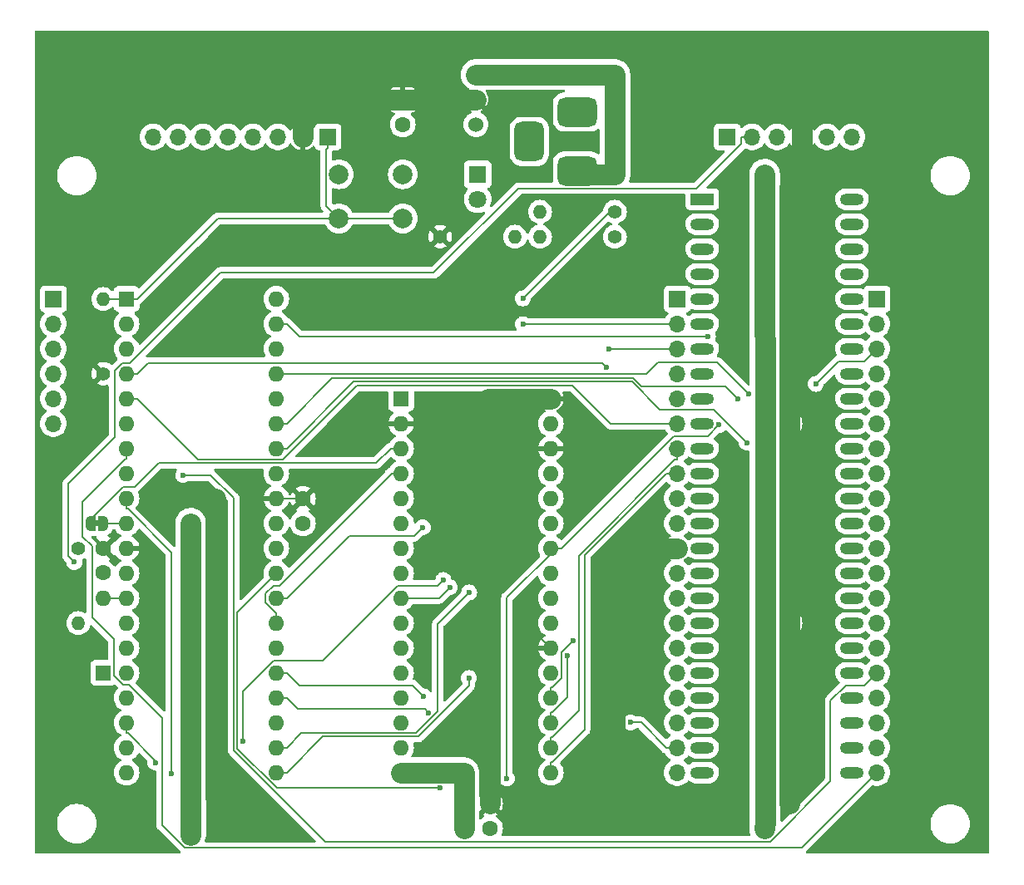
<source format=gtl>
G04 #@! TF.GenerationSoftware,KiCad,Pcbnew,(7.0.0)*
G04 #@! TF.CreationDate,2023-02-28T12:43:52+09:00*
G04 #@! TF.ProjectId,EMUPU_RAM40,454d5550-555f-4524-914d-34302e6b6963,rev?*
G04 #@! TF.SameCoordinates,PX55d4a80PY9043270*
G04 #@! TF.FileFunction,Copper,L1,Top*
G04 #@! TF.FilePolarity,Positive*
%FSLAX46Y46*%
G04 Gerber Fmt 4.6, Leading zero omitted, Abs format (unit mm)*
G04 Created by KiCad (PCBNEW (7.0.0)) date 2023-02-28 12:43:52*
%MOMM*%
%LPD*%
G01*
G04 APERTURE LIST*
G04 Aperture macros list*
%AMRoundRect*
0 Rectangle with rounded corners*
0 $1 Rounding radius*
0 $2 $3 $4 $5 $6 $7 $8 $9 X,Y pos of 4 corners*
0 Add a 4 corners polygon primitive as box body*
4,1,4,$2,$3,$4,$5,$6,$7,$8,$9,$2,$3,0*
0 Add four circle primitives for the rounded corners*
1,1,$1+$1,$2,$3*
1,1,$1+$1,$4,$5*
1,1,$1+$1,$6,$7*
1,1,$1+$1,$8,$9*
0 Add four rect primitives between the rounded corners*
20,1,$1+$1,$2,$3,$4,$5,0*
20,1,$1+$1,$4,$5,$6,$7,0*
20,1,$1+$1,$6,$7,$8,$9,0*
20,1,$1+$1,$8,$9,$2,$3,0*%
%AMFreePoly0*
4,1,19,0.500000,-0.750000,0.000000,-0.750000,0.000000,-0.744911,-0.071157,-0.744911,-0.207708,-0.704816,-0.327430,-0.627875,-0.420627,-0.520320,-0.479746,-0.390866,-0.500000,-0.250000,-0.500000,0.250000,-0.479746,0.390866,-0.420627,0.520320,-0.327430,0.627875,-0.207708,0.704816,-0.071157,0.744911,0.000000,0.744911,0.000000,0.750000,0.500000,0.750000,0.500000,-0.750000,0.500000,-0.750000,
$1*%
%AMFreePoly1*
4,1,19,0.000000,0.744911,0.071157,0.744911,0.207708,0.704816,0.327430,0.627875,0.420627,0.520320,0.479746,0.390866,0.500000,0.250000,0.500000,-0.250000,0.479746,-0.390866,0.420627,-0.520320,0.327430,-0.627875,0.207708,-0.704816,0.071157,-0.744911,0.000000,-0.744911,0.000000,-0.750000,-0.500000,-0.750000,-0.500000,0.750000,0.000000,0.750000,0.000000,0.744911,0.000000,0.744911,
$1*%
G04 Aperture macros list end*
G04 #@! TA.AperFunction,ComponentPad*
%ADD10C,1.400000*%
G04 #@! TD*
G04 #@! TA.AperFunction,ComponentPad*
%ADD11O,1.400000X1.400000*%
G04 #@! TD*
G04 #@! TA.AperFunction,SMDPad,CuDef*
%ADD12FreePoly0,0.000000*%
G04 #@! TD*
G04 #@! TA.AperFunction,SMDPad,CuDef*
%ADD13FreePoly1,0.000000*%
G04 #@! TD*
G04 #@! TA.AperFunction,ComponentPad*
%ADD14R,1.600000X1.600000*%
G04 #@! TD*
G04 #@! TA.AperFunction,ComponentPad*
%ADD15O,1.600000X1.600000*%
G04 #@! TD*
G04 #@! TA.AperFunction,ComponentPad*
%ADD16R,1.700000X1.700000*%
G04 #@! TD*
G04 #@! TA.AperFunction,ComponentPad*
%ADD17O,1.700000X1.700000*%
G04 #@! TD*
G04 #@! TA.AperFunction,ComponentPad*
%ADD18C,1.524000*%
G04 #@! TD*
G04 #@! TA.AperFunction,ComponentPad*
%ADD19C,2.000000*%
G04 #@! TD*
G04 #@! TA.AperFunction,ComponentPad*
%ADD20C,1.600000*%
G04 #@! TD*
G04 #@! TA.AperFunction,ComponentPad*
%ADD21R,1.800000X1.800000*%
G04 #@! TD*
G04 #@! TA.AperFunction,ComponentPad*
%ADD22C,1.800000*%
G04 #@! TD*
G04 #@! TA.AperFunction,ComponentPad*
%ADD23R,2.400000X1.200000*%
G04 #@! TD*
G04 #@! TA.AperFunction,ComponentPad*
%ADD24O,2.400000X1.200000*%
G04 #@! TD*
G04 #@! TA.AperFunction,ComponentPad*
%ADD25RoundRect,0.750000X-1.250000X0.750000X-1.250000X-0.750000X1.250000X-0.750000X1.250000X0.750000X0*%
G04 #@! TD*
G04 #@! TA.AperFunction,ComponentPad*
%ADD26RoundRect,0.750000X-0.750000X1.250000X-0.750000X-1.250000X0.750000X-1.250000X0.750000X1.250000X0*%
G04 #@! TD*
G04 #@! TA.AperFunction,ViaPad*
%ADD27C,1.270000*%
G04 #@! TD*
G04 #@! TA.AperFunction,ViaPad*
%ADD28C,0.600000*%
G04 #@! TD*
G04 #@! TA.AperFunction,Conductor*
%ADD29C,0.152400*%
G04 #@! TD*
G04 #@! TA.AperFunction,Conductor*
%ADD30C,2.100000*%
G04 #@! TD*
G04 APERTURE END LIST*
G36*
X7390000Y34130000D02*
G01*
X6890000Y34130000D01*
X6890000Y34730000D01*
X7390000Y34730000D01*
X7390000Y34130000D01*
G37*
D10*
X59860000Y66180000D03*
D11*
X52239999Y66179999D03*
D12*
X6490000Y34430000D03*
D13*
X7790000Y34430000D03*
D14*
X10159999Y57289999D03*
D15*
X10159999Y54749999D03*
X10159999Y52209999D03*
X10159999Y49669999D03*
X10159999Y47129999D03*
X10159999Y44589999D03*
X10159999Y42049999D03*
X10159999Y39509999D03*
X10159999Y36969999D03*
X10159999Y34429999D03*
X10159999Y31889999D03*
X10159999Y29349999D03*
X10159999Y26809999D03*
X10159999Y24269999D03*
X10159999Y21729999D03*
X10159999Y19189999D03*
X10159999Y16649999D03*
X10159999Y14109999D03*
X10159999Y11569999D03*
X10159999Y9029999D03*
X25399999Y9029999D03*
X25399999Y11569999D03*
X25399999Y14109999D03*
X25399999Y16649999D03*
X25399999Y19189999D03*
X25399999Y21729999D03*
X25399999Y24269999D03*
X25399999Y26809999D03*
X25399999Y29349999D03*
X25399999Y31889999D03*
X25399999Y34429999D03*
X25399999Y36969999D03*
X25399999Y39509999D03*
X25399999Y42049999D03*
X25399999Y44589999D03*
X25399999Y47129999D03*
X25399999Y49669999D03*
X25399999Y52209999D03*
X25399999Y54749999D03*
X25399999Y57289999D03*
D16*
X2709999Y57289999D03*
D17*
X2709999Y54749999D03*
X2709999Y52209999D03*
X2709999Y49669999D03*
X2709999Y47129999D03*
X2709999Y44589999D03*
D16*
X86529999Y57289999D03*
D17*
X86529999Y54749999D03*
X86529999Y52209999D03*
X86529999Y49669999D03*
X86529999Y47129999D03*
X86529999Y44589999D03*
X86529999Y42049999D03*
X86529999Y39509999D03*
X86529999Y36969999D03*
X86529999Y34429999D03*
X86529999Y31889999D03*
X86529999Y29349999D03*
X86529999Y26809999D03*
X86529999Y24269999D03*
X86529999Y21729999D03*
X86529999Y19189999D03*
X86529999Y16649999D03*
X86529999Y14109999D03*
X86529999Y11569999D03*
X86529999Y9029999D03*
D18*
X45720000Y75070000D03*
X45720000Y77610000D03*
X45720000Y80150000D03*
D10*
X42080000Y63640000D03*
D11*
X49699999Y63639999D03*
D10*
X59860000Y63640000D03*
D11*
X52239999Y63639999D03*
D16*
X66209999Y57289999D03*
D17*
X66209999Y54749999D03*
X66209999Y52209999D03*
X66209999Y49669999D03*
X66209999Y47129999D03*
X66209999Y44589999D03*
X66209999Y42049999D03*
X66209999Y39509999D03*
X66209999Y36969999D03*
X66209999Y34429999D03*
X66209999Y31889999D03*
X66209999Y29349999D03*
X66209999Y26809999D03*
X66209999Y24269999D03*
X66209999Y21729999D03*
X66209999Y19189999D03*
X66209999Y16649999D03*
X66209999Y14109999D03*
X66209999Y11569999D03*
X66209999Y9029999D03*
D14*
X7789999Y19189999D03*
D15*
X7789999Y26809999D03*
D19*
X38270000Y65490000D03*
X31770000Y65490000D03*
X38270000Y69990000D03*
X31770000Y69990000D03*
D16*
X71289999Y73799999D03*
D17*
X73829999Y73799999D03*
X76369999Y73799999D03*
X78909999Y73799999D03*
X81449999Y73799999D03*
X83989999Y73799999D03*
D16*
X30649999Y73799999D03*
D17*
X28109999Y73799999D03*
X25569999Y73799999D03*
X23029999Y73799999D03*
X20489999Y73799999D03*
X17949999Y73799999D03*
X15409999Y73799999D03*
X12869999Y73799999D03*
D20*
X77640000Y24270000D03*
X75140000Y24270000D03*
D14*
X38099999Y47129999D03*
D15*
X38099999Y44589999D03*
X38099999Y42049999D03*
X38099999Y39509999D03*
X38099999Y36969999D03*
X38099999Y34429999D03*
X38099999Y31889999D03*
X38099999Y29349999D03*
X38099999Y26809999D03*
X38099999Y24269999D03*
X38099999Y21729999D03*
X38099999Y19189999D03*
X38099999Y16649999D03*
X38099999Y14109999D03*
X38099999Y11569999D03*
X38099999Y9029999D03*
X53339999Y9029999D03*
X53339999Y11569999D03*
X53339999Y14109999D03*
X53339999Y16649999D03*
X53339999Y19189999D03*
X53339999Y21729999D03*
X53339999Y24269999D03*
X53339999Y26809999D03*
X53339999Y29349999D03*
X53339999Y31889999D03*
X53339999Y34429999D03*
X53339999Y36969999D03*
X53339999Y39509999D03*
X53339999Y42049999D03*
X53339999Y44589999D03*
X53339999Y47129999D03*
D20*
X7790000Y31870000D03*
X7790000Y29370000D03*
X28110000Y36930000D03*
X28110000Y34430000D03*
D14*
X38269999Y77569999D03*
D20*
X38270000Y75070000D03*
D21*
X45889999Y69989999D03*
D22*
X45890000Y67450000D03*
D23*
X68749999Y67449999D03*
D24*
X68749999Y64909999D03*
X68749999Y62369999D03*
X68749999Y59829999D03*
X68749999Y57289999D03*
X68749999Y54749999D03*
X68749999Y52209999D03*
X68749999Y49669999D03*
X68749999Y47129999D03*
X68749999Y44589999D03*
X68749999Y42049999D03*
X68749999Y39509999D03*
X68749999Y36969999D03*
X68749999Y34429999D03*
X68749999Y31889999D03*
X68749999Y29349999D03*
X68749999Y26809999D03*
X68749999Y24269999D03*
X68749999Y21729999D03*
X68749999Y19189999D03*
X68749999Y16649999D03*
X68749999Y14109999D03*
X68749999Y11569999D03*
X68749999Y9029999D03*
X83989999Y9029999D03*
X83989999Y11569999D03*
X83989999Y14109999D03*
X83989999Y16649999D03*
X83989999Y19189999D03*
X83989999Y21729999D03*
X83989999Y24269999D03*
X83989999Y26809999D03*
X83989999Y29349999D03*
X83989999Y31889999D03*
X83989999Y34429999D03*
X83989999Y36969999D03*
X83989999Y39509999D03*
X83989999Y42049999D03*
X83989999Y44589999D03*
X83989999Y47129999D03*
X83989999Y49669999D03*
X83989999Y52209999D03*
X83989999Y54749999D03*
X83989999Y57289999D03*
X83989999Y59829999D03*
X83989999Y62369999D03*
X83989999Y64909999D03*
X83989999Y67449999D03*
D10*
X7790000Y49670000D03*
D11*
X7789999Y57289999D03*
D10*
X5250000Y31890000D03*
D11*
X5249999Y24269999D03*
D20*
X77640000Y44590000D03*
X75140000Y44590000D03*
X47160000Y5855000D03*
X47160000Y3355000D03*
D25*
X56050000Y70340000D03*
D26*
X51150000Y73340000D03*
D25*
X56050000Y76340000D03*
D27*
X19220000Y6490000D03*
X19220000Y31890000D03*
X78910000Y80150000D03*
X19220000Y36970000D03*
X59860000Y5855000D03*
X77640000Y5855000D03*
D28*
X50488800Y57345100D03*
D27*
X75100000Y3315000D03*
X16680000Y34430000D03*
X16680000Y2680000D03*
X44480000Y3315000D03*
X16680000Y29350000D03*
X75100000Y69990000D03*
D28*
X61477800Y14148500D03*
X58995500Y50336700D03*
X15926800Y39351000D03*
X14708500Y8948700D03*
X4824000Y30478900D03*
X13077700Y10051100D03*
X42399700Y28646800D03*
X21978900Y12210700D03*
X80312800Y48633900D03*
X48865600Y8430200D03*
X70458800Y44451600D03*
X45004300Y18661700D03*
X45021200Y27383600D03*
X40896200Y15116700D03*
X55010100Y20956100D03*
X55588300Y22440600D03*
X40381800Y16794300D03*
X50488800Y54714200D03*
X59275700Y52210000D03*
X40297800Y34011000D03*
X42101500Y7442500D03*
X73280700Y42657400D03*
X72388300Y47128500D03*
X43036300Y27903000D03*
X73467000Y47584000D03*
X69330700Y53480000D03*
D29*
X52240000Y22830000D02*
X52240000Y23000000D01*
D30*
X77640000Y5855000D02*
X77640000Y24270000D01*
X77640000Y24270000D02*
X77640000Y44590000D01*
X77640000Y44590000D02*
X77640000Y68720000D01*
X78910000Y69990000D02*
X78910000Y73800000D01*
D29*
X28070000Y36970000D02*
X28110000Y36930000D01*
D30*
X19220000Y31890000D02*
X19220000Y6490000D01*
X28110000Y73800000D02*
X28110000Y77610000D01*
X28110000Y77610000D02*
X45720000Y77610000D01*
X59860000Y31890000D02*
X59860000Y5855000D01*
X19220000Y36970000D02*
X19220000Y31890000D01*
X46990000Y47130000D02*
X47160000Y5855000D01*
X53340000Y47130000D02*
X46990000Y47130000D01*
X77640000Y68720000D02*
X78910000Y69990000D01*
X78910000Y80150000D02*
X78910000Y73800000D01*
X66210000Y31890000D02*
X59860000Y31890000D01*
D29*
X25400000Y36970000D02*
X28070000Y36970000D01*
X53340000Y21730000D02*
X52240000Y22830000D01*
X7790000Y26810000D02*
X10160000Y26810000D01*
X30482100Y72510800D02*
X30482100Y66777900D01*
X38270000Y65490000D02*
X31770000Y65490000D01*
X19431300Y65490000D02*
X11231300Y57290000D01*
X30482100Y66777900D02*
X31770000Y65490000D01*
X31770000Y65490000D02*
X19431300Y65490000D01*
X30650000Y73800000D02*
X30650000Y72678700D01*
X10160000Y57290000D02*
X11231300Y57290000D01*
X10160000Y57290000D02*
X7790000Y57290000D01*
X30650000Y72678700D02*
X30482100Y72510800D01*
X59323700Y66180000D02*
X59860000Y66180000D01*
X6490000Y34822500D02*
X6490000Y34430000D01*
X35560200Y40581500D02*
X13415700Y40581500D01*
X38100000Y42050000D02*
X37028700Y42050000D01*
X37028700Y42050000D02*
X35560200Y40581500D01*
X10981200Y38147000D02*
X9814500Y38147000D01*
X9814500Y38147000D02*
X6490000Y34822500D01*
X50488800Y57345100D02*
X59323700Y66180000D01*
X13415700Y40581500D02*
X10981200Y38147000D01*
D30*
X75140000Y3990000D02*
X75140000Y24270000D01*
X16680000Y34430000D02*
X16680000Y29350000D01*
X75100000Y3315000D02*
X75140000Y3990000D01*
X75140000Y24270000D02*
X75140000Y44590000D01*
X44480000Y3315000D02*
X44480000Y9030000D01*
X75100000Y69990000D02*
X75100000Y62370000D01*
X44480000Y9030000D02*
X38100000Y9030000D01*
X75100000Y62370000D02*
X75140000Y44590000D01*
X16680000Y29350000D02*
X16680000Y2680000D01*
D29*
X66210000Y11570000D02*
X65088700Y11570000D01*
X65088700Y11570000D02*
X62510200Y14148500D01*
X62510200Y14148500D02*
X61477800Y14148500D01*
X58548400Y50783800D02*
X12345100Y50783800D01*
X58995500Y50336700D02*
X58548400Y50783800D01*
X12345100Y50783800D02*
X11231300Y49670000D01*
X10160000Y49670000D02*
X11231300Y49670000D01*
X59401800Y44590000D02*
X55540400Y48451400D01*
X55540400Y48451400D02*
X33596400Y48451400D01*
X33596400Y48451400D02*
X26074100Y40929100D01*
X66210000Y44590000D02*
X59401800Y44590000D01*
X17432200Y40929100D02*
X11231300Y47130000D01*
X26074100Y40929100D02*
X17432200Y40929100D01*
X10160000Y47130000D02*
X11231300Y47130000D01*
X10367500Y17983600D02*
X9831800Y17983600D01*
X8861400Y22620800D02*
X6632400Y24849800D01*
X5684400Y36614100D02*
X10049000Y40978700D01*
X5684400Y33032700D02*
X5684400Y36614100D01*
X6632400Y32084700D02*
X5684400Y33032700D01*
X86530000Y9030000D02*
X78851000Y1351000D01*
X10049000Y40978700D02*
X10160000Y40978700D01*
X78851000Y1351000D02*
X16110300Y1351000D01*
X13790400Y3670900D02*
X13790400Y14560700D01*
X13790400Y14560700D02*
X10367500Y17983600D01*
X9831800Y17983600D02*
X8861400Y18954000D01*
X6632400Y24849800D02*
X6632400Y32084700D01*
X8861400Y18954000D02*
X8861400Y22620800D01*
X10160000Y42050000D02*
X10160000Y40978700D01*
X16110300Y1351000D02*
X13790400Y3670900D01*
X21060100Y11304500D02*
X30371200Y1993400D01*
X81812300Y8143000D02*
X81812300Y16357100D01*
X18707800Y39351000D02*
X21060100Y36998700D01*
X75662700Y1993400D02*
X81812300Y8143000D01*
X85260000Y17920000D02*
X86530000Y19190000D01*
X83375200Y17920000D02*
X85260000Y17920000D01*
X21060100Y36998700D02*
X21060100Y11304500D01*
X15926800Y39351000D02*
X18707800Y39351000D01*
X81812300Y16357100D02*
X83375200Y17920000D01*
X30371200Y1993400D02*
X75662700Y1993400D01*
X10271000Y35898700D02*
X10160000Y35898700D01*
X14708500Y31461200D02*
X10271000Y35898700D01*
X10160000Y36970000D02*
X10160000Y35898700D01*
X14708500Y8948700D02*
X14708500Y31461200D01*
X10160000Y34430000D02*
X7790000Y34430000D01*
X8920900Y49997100D02*
X8920900Y43189800D01*
X9700200Y50776400D02*
X8920900Y49997100D01*
X4229600Y31073300D02*
X4824000Y30478900D01*
X72708700Y73800000D02*
X72708700Y73099200D01*
X68175200Y68565700D02*
X50050100Y68565700D01*
X73830000Y73800000D02*
X72708700Y73800000D01*
X8920900Y43189800D02*
X4229600Y38498500D01*
X4229600Y38498500D02*
X4229600Y31073300D01*
X50050100Y68565700D02*
X41426100Y59941700D01*
X10521400Y50776400D02*
X9700200Y50776400D01*
X72708700Y73099200D02*
X68175200Y68565700D01*
X41426100Y59941700D02*
X19686700Y59941700D01*
X19686700Y59941700D02*
X10521400Y50776400D01*
X56773700Y31195000D02*
X65088700Y39510000D01*
X13077700Y10232000D02*
X10271000Y13038700D01*
X10271000Y13038700D02*
X10160000Y13038700D01*
X53340000Y10101300D02*
X53473900Y10101300D01*
X13077700Y10051100D02*
X13077700Y10232000D01*
X10160000Y14110000D02*
X10160000Y13038700D01*
X53340000Y9030000D02*
X53340000Y10101300D01*
X66210000Y39510000D02*
X65088700Y39510000D01*
X53473900Y10101300D02*
X56773700Y13401100D01*
X56773700Y13401100D02*
X56773700Y31195000D01*
X42399700Y28646800D02*
X41832900Y28080000D01*
X21978900Y17289800D02*
X21978900Y12210700D01*
X80312800Y48633900D02*
X82618900Y50940000D01*
X41832900Y28080000D02*
X37783300Y28080000D01*
X82618900Y50940000D02*
X85260000Y50940000D01*
X25149100Y20460000D02*
X21978900Y17289800D01*
X37783300Y28080000D02*
X30163300Y20460000D01*
X85260000Y50940000D02*
X86530000Y52210000D01*
X30163300Y20460000D02*
X25149100Y20460000D01*
X53875700Y31890000D02*
X48865600Y26879900D01*
X48865600Y26879900D02*
X48865600Y8430200D01*
X53340000Y31890000D02*
X53875700Y31890000D01*
X65841300Y43320000D02*
X54411300Y31890000D01*
X70458800Y44451600D02*
X69327200Y43320000D01*
X69327200Y43320000D02*
X65841300Y43320000D01*
X53875700Y31890000D02*
X54411300Y31890000D01*
X30132300Y12691000D02*
X26471300Y9030000D01*
X45004300Y18661700D02*
X45004300Y17875500D01*
X25400000Y9030000D02*
X26471300Y9030000D01*
X45004300Y17875500D02*
X39819800Y12691000D01*
X39819800Y12691000D02*
X30132300Y12691000D01*
X45021200Y27383600D02*
X41838300Y24200700D01*
X27939900Y13038600D02*
X26471300Y11570000D01*
X41838300Y24200700D02*
X41838300Y15249300D01*
X39627600Y13038600D02*
X27939900Y13038600D01*
X41838300Y15249300D02*
X39627600Y13038600D01*
X25400000Y11570000D02*
X26471300Y11570000D01*
X65977600Y40928700D02*
X66210000Y40928700D01*
X56159600Y31110700D02*
X65977600Y40928700D01*
X53473900Y12641300D02*
X56159600Y15327000D01*
X56159600Y15327000D02*
X56159600Y31110700D01*
X53340000Y12641300D02*
X53473900Y12641300D01*
X66210000Y42050000D02*
X66210000Y40928700D01*
X53340000Y11570000D02*
X53340000Y12641300D01*
X40896200Y15116700D02*
X40514400Y15498500D01*
X53340000Y15181300D02*
X53473900Y15181300D01*
X40514400Y15498500D02*
X27622800Y15498500D01*
X25400000Y16650000D02*
X26471300Y16650000D01*
X53340000Y14110000D02*
X53340000Y15181300D01*
X53473900Y15181300D02*
X55010100Y16717500D01*
X55010100Y16717500D02*
X55010100Y20956100D01*
X27622800Y15498500D02*
X26471300Y16650000D01*
X39256100Y17920000D02*
X40381800Y16794300D01*
X54411300Y18658600D02*
X53474000Y17721300D01*
X25400000Y19190000D02*
X26471300Y19190000D01*
X55588300Y22440600D02*
X54411300Y21263600D01*
X54411300Y21263600D02*
X54411300Y18658600D01*
X53340000Y16650000D02*
X53340000Y17721300D01*
X26471300Y19190000D02*
X27741300Y17920000D01*
X27741300Y17920000D02*
X39256100Y17920000D01*
X53474000Y17721300D02*
X53340000Y17721300D01*
X66210000Y54750000D02*
X65088700Y54750000D01*
X25133400Y28080000D02*
X24307000Y27253600D01*
X24307000Y26323300D02*
X25289000Y25341300D01*
X25732600Y28080000D02*
X25133400Y28080000D01*
X50488800Y54714200D02*
X65052900Y54714200D01*
X65052900Y54714200D02*
X65088700Y54750000D01*
X24307000Y27253600D02*
X24307000Y26323300D01*
X37028700Y39510000D02*
X37028700Y39376100D01*
X37028700Y39376100D02*
X25732600Y28080000D01*
X38100000Y39510000D02*
X37028700Y39510000D01*
X25400000Y24270000D02*
X25400000Y25341300D01*
X25289000Y25341300D02*
X25400000Y25341300D01*
X32821300Y33160000D02*
X26471300Y26810000D01*
X39446800Y33160000D02*
X32821300Y33160000D01*
X40297800Y34011000D02*
X39446800Y33160000D01*
X25400000Y26810000D02*
X26471300Y26810000D01*
X66210000Y52210000D02*
X65088700Y52210000D01*
X65088700Y52210000D02*
X59275700Y52210000D01*
X21407600Y11483800D02*
X25448900Y7442500D01*
X25400000Y29350000D02*
X21407600Y25357600D01*
X21407600Y25357600D02*
X21407600Y11483800D01*
X25448900Y7442500D02*
X42101500Y7442500D01*
X73280700Y42657400D02*
X69934200Y46003900D01*
X61593600Y48848700D02*
X33270000Y48848700D01*
X69934200Y46003900D02*
X64438400Y46003900D01*
X25400000Y42050000D02*
X26471300Y42050000D01*
X33270000Y48848700D02*
X26471300Y42050000D01*
X64438400Y46003900D02*
X61593600Y48848700D01*
X62533800Y48400000D02*
X71116800Y48400000D01*
X31080200Y49198900D02*
X61734900Y49198900D01*
X25400000Y44590000D02*
X26471300Y44590000D01*
X71116800Y48400000D02*
X72388300Y47128500D01*
X61734900Y49198900D02*
X62533800Y48400000D01*
X26471300Y44590000D02*
X31080200Y49198900D01*
X38100000Y26810000D02*
X41943300Y26810000D01*
X41943300Y26810000D02*
X43036300Y27903000D01*
X25400000Y49670000D02*
X63082000Y49670000D01*
X70248000Y50803000D02*
X73467000Y47584000D01*
X63082000Y49670000D02*
X64215000Y50803000D01*
X64215000Y50803000D02*
X70248000Y50803000D01*
X25400000Y54750000D02*
X26471300Y54750000D01*
X27741300Y53480000D02*
X69330700Y53480000D01*
X26471300Y54750000D02*
X27741300Y53480000D01*
D30*
X59860000Y80150000D02*
X59860000Y69990000D01*
X59860000Y69990000D02*
X56400000Y69990000D01*
X45720000Y80150000D02*
X59860000Y80150000D01*
X56400000Y69990000D02*
X56050000Y70340000D01*
G04 #@! TA.AperFunction,Conductor*
G36*
X97898000Y84578387D02*
G01*
X97943387Y84533000D01*
X97960000Y84471000D01*
X97960000Y899000D01*
X97943387Y837000D01*
X97898000Y791613D01*
X97836000Y775000D01*
X79401251Y775000D01*
X79344956Y788515D01*
X79300933Y826115D01*
X79278778Y879602D01*
X79283320Y937318D01*
X79313570Y986681D01*
X82136889Y3810000D01*
X91974390Y3810000D01*
X91974706Y3805582D01*
X91994487Y3528995D01*
X91994488Y3528986D01*
X91994804Y3524572D01*
X91995744Y3520247D01*
X91995746Y3520239D01*
X92034519Y3342006D01*
X92055631Y3244954D01*
X92057175Y3240815D01*
X92057176Y3240811D01*
X92147609Y2998350D01*
X92155633Y2976839D01*
X92157753Y2972957D01*
X92157756Y2972950D01*
X92290647Y2729580D01*
X92292774Y2725685D01*
X92464261Y2496605D01*
X92666605Y2294261D01*
X92895685Y2122774D01*
X93045365Y2041042D01*
X93100322Y2011033D01*
X93146839Y1985633D01*
X93414954Y1885631D01*
X93694572Y1824804D01*
X93908552Y1809500D01*
X94049233Y1809500D01*
X94051448Y1809500D01*
X94265428Y1824804D01*
X94545046Y1885631D01*
X94813161Y1985633D01*
X95064315Y2122774D01*
X95293395Y2294261D01*
X95495739Y2496605D01*
X95667226Y2725685D01*
X95804367Y2976839D01*
X95904369Y3244954D01*
X95965196Y3524572D01*
X95985610Y3810000D01*
X95965196Y4095428D01*
X95904369Y4375046D01*
X95804367Y4643161D01*
X95792762Y4664413D01*
X95726602Y4785576D01*
X95667226Y4894315D01*
X95495739Y5123395D01*
X95293395Y5325739D01*
X95064315Y5497226D01*
X95017799Y5522626D01*
X94817050Y5632244D01*
X94817043Y5632247D01*
X94813161Y5634367D01*
X94809017Y5635913D01*
X94809012Y5635915D01*
X94549189Y5732824D01*
X94549185Y5732825D01*
X94545046Y5734369D01*
X94515075Y5740889D01*
X94269761Y5794254D01*
X94269753Y5794256D01*
X94265428Y5795196D01*
X94261014Y5795512D01*
X94261005Y5795513D01*
X94053658Y5810342D01*
X94053656Y5810343D01*
X94051448Y5810500D01*
X93908552Y5810500D01*
X93906344Y5810343D01*
X93906341Y5810342D01*
X93698994Y5795513D01*
X93698983Y5795512D01*
X93694572Y5795196D01*
X93690248Y5794256D01*
X93690238Y5794254D01*
X93419279Y5735310D01*
X93419276Y5735310D01*
X93414954Y5734369D01*
X93410818Y5732827D01*
X93410810Y5732824D01*
X93150987Y5635915D01*
X93150976Y5635911D01*
X93146839Y5634367D01*
X93142961Y5632250D01*
X93142949Y5632244D01*
X92899579Y5499353D01*
X92899571Y5499349D01*
X92895685Y5497226D01*
X92892135Y5494569D01*
X92892131Y5494566D01*
X92670156Y5328398D01*
X92670149Y5328393D01*
X92666605Y5325739D01*
X92663474Y5322609D01*
X92663467Y5322602D01*
X92467398Y5126533D01*
X92467391Y5126526D01*
X92464261Y5123395D01*
X92461607Y5119851D01*
X92461602Y5119844D01*
X92311788Y4919715D01*
X92292774Y4894315D01*
X92290651Y4890429D01*
X92290647Y4890421D01*
X92157756Y4647051D01*
X92157750Y4647039D01*
X92155633Y4643161D01*
X92154089Y4639024D01*
X92154085Y4639013D01*
X92057176Y4379190D01*
X92057173Y4379182D01*
X92055631Y4375046D01*
X92054690Y4370724D01*
X92054690Y4370721D01*
X91995746Y4099762D01*
X91995744Y4099752D01*
X91994804Y4095428D01*
X91994488Y4091017D01*
X91994487Y4091006D01*
X91978265Y3864185D01*
X91974390Y3810000D01*
X82136889Y3810000D01*
X82653954Y4327065D01*
X86021583Y7694695D01*
X86081313Y7727821D01*
X86149524Y7724294D01*
X86195365Y7708556D01*
X86417431Y7671500D01*
X86637436Y7671500D01*
X86642569Y7671500D01*
X86864635Y7708556D01*
X87077574Y7781658D01*
X87275576Y7888811D01*
X87453240Y8027094D01*
X87605722Y8192732D01*
X87728860Y8381209D01*
X87819296Y8587384D01*
X87874564Y8805632D01*
X87893156Y9030000D01*
X87874564Y9254368D01*
X87819296Y9472616D01*
X87728860Y9678791D01*
X87629130Y9831440D01*
X87608525Y9862978D01*
X87608523Y9862980D01*
X87605722Y9867268D01*
X87585015Y9889762D01*
X87456711Y10029136D01*
X87456706Y10029141D01*
X87453240Y10032906D01*
X87420970Y10058023D01*
X87279623Y10168040D01*
X87279615Y10168045D01*
X87275576Y10171189D01*
X87271064Y10173631D01*
X87271061Y10173633D01*
X87239070Y10190945D01*
X87191564Y10236526D01*
X87174086Y10300000D01*
X87191564Y10363474D01*
X87239070Y10409055D01*
X87245218Y10412382D01*
X87275576Y10428811D01*
X87453240Y10567094D01*
X87605722Y10732732D01*
X87728860Y10921209D01*
X87819296Y11127384D01*
X87874564Y11345632D01*
X87893156Y11570000D01*
X87874564Y11794368D01*
X87819296Y12012616D01*
X87728860Y12218791D01*
X87627833Y12373425D01*
X87608525Y12402978D01*
X87608523Y12402980D01*
X87605722Y12407268D01*
X87585015Y12429762D01*
X87456711Y12569136D01*
X87456706Y12569141D01*
X87453240Y12572906D01*
X87440597Y12582747D01*
X87279623Y12708040D01*
X87279615Y12708045D01*
X87275576Y12711189D01*
X87271064Y12713631D01*
X87271061Y12713633D01*
X87239070Y12730945D01*
X87191564Y12776526D01*
X87174086Y12840000D01*
X87191564Y12903474D01*
X87239070Y12949055D01*
X87245218Y12952382D01*
X87275576Y12968811D01*
X87453240Y13107094D01*
X87605722Y13272732D01*
X87728860Y13461209D01*
X87819296Y13667384D01*
X87874564Y13885632D01*
X87893156Y14110000D01*
X87874564Y14334368D01*
X87819296Y14552616D01*
X87728860Y14758791D01*
X87627588Y14913800D01*
X87608525Y14942978D01*
X87608523Y14942980D01*
X87605722Y14947268D01*
X87585015Y14969762D01*
X87456711Y15109136D01*
X87456706Y15109141D01*
X87453240Y15112906D01*
X87440597Y15122747D01*
X87279623Y15248040D01*
X87279615Y15248045D01*
X87275576Y15251189D01*
X87271064Y15253631D01*
X87271061Y15253633D01*
X87239070Y15270945D01*
X87191564Y15316526D01*
X87174086Y15380000D01*
X87191564Y15443474D01*
X87239070Y15489055D01*
X87245218Y15492382D01*
X87275576Y15508811D01*
X87453240Y15647094D01*
X87605722Y15812732D01*
X87728860Y16001209D01*
X87819296Y16207384D01*
X87874564Y16425632D01*
X87893156Y16650000D01*
X87874564Y16874368D01*
X87819296Y17092616D01*
X87728860Y17298791D01*
X87627758Y17453540D01*
X87608525Y17482978D01*
X87608523Y17482980D01*
X87605722Y17487268D01*
X87585015Y17509762D01*
X87456711Y17649136D01*
X87456708Y17649139D01*
X87453240Y17652906D01*
X87440220Y17663040D01*
X87279623Y17788040D01*
X87279615Y17788045D01*
X87275576Y17791189D01*
X87271064Y17793631D01*
X87271061Y17793633D01*
X87239070Y17810945D01*
X87191564Y17856526D01*
X87174086Y17920000D01*
X87191564Y17983474D01*
X87239070Y18029055D01*
X87245218Y18032382D01*
X87275576Y18048811D01*
X87453240Y18187094D01*
X87605722Y18352732D01*
X87728860Y18541209D01*
X87819296Y18747384D01*
X87874564Y18965632D01*
X87893156Y19190000D01*
X87874564Y19414368D01*
X87819296Y19632616D01*
X87728860Y19838791D01*
X87629126Y19991446D01*
X87608525Y20022978D01*
X87608523Y20022980D01*
X87605722Y20027268D01*
X87585015Y20049762D01*
X87456711Y20189136D01*
X87456706Y20189141D01*
X87453240Y20192906D01*
X87440597Y20202747D01*
X87279623Y20328040D01*
X87279615Y20328045D01*
X87275576Y20331189D01*
X87271064Y20333631D01*
X87271061Y20333633D01*
X87239070Y20350945D01*
X87191564Y20396526D01*
X87174086Y20460000D01*
X87191564Y20523474D01*
X87239070Y20569055D01*
X87245218Y20572382D01*
X87275576Y20588811D01*
X87453240Y20727094D01*
X87605722Y20892732D01*
X87728860Y21081209D01*
X87819296Y21287384D01*
X87874564Y21505632D01*
X87893156Y21730000D01*
X87874564Y21954368D01*
X87819296Y22172616D01*
X87728860Y22378791D01*
X87629126Y22531446D01*
X87608525Y22562978D01*
X87608523Y22562980D01*
X87605722Y22567268D01*
X87585015Y22589762D01*
X87456711Y22729136D01*
X87456706Y22729141D01*
X87453240Y22732906D01*
X87440597Y22742747D01*
X87279623Y22868040D01*
X87279615Y22868045D01*
X87275576Y22871189D01*
X87271066Y22873630D01*
X87271061Y22873633D01*
X87239070Y22890945D01*
X87191564Y22936526D01*
X87174086Y23000000D01*
X87191564Y23063474D01*
X87239070Y23109055D01*
X87245223Y23112385D01*
X87275576Y23128811D01*
X87453240Y23267094D01*
X87605722Y23432732D01*
X87728860Y23621209D01*
X87819296Y23827384D01*
X87874564Y24045632D01*
X87893156Y24270000D01*
X87874564Y24494368D01*
X87819296Y24712616D01*
X87728860Y24918791D01*
X87629126Y25071446D01*
X87608525Y25102978D01*
X87608523Y25102980D01*
X87605722Y25107268D01*
X87585015Y25129762D01*
X87456711Y25269136D01*
X87456706Y25269141D01*
X87453240Y25272906D01*
X87426076Y25294049D01*
X87279623Y25408040D01*
X87279615Y25408045D01*
X87275576Y25411189D01*
X87271069Y25413628D01*
X87271060Y25413634D01*
X87239068Y25430947D01*
X87191562Y25476529D01*
X87174086Y25540004D01*
X87191565Y25603478D01*
X87239067Y25649054D01*
X87275576Y25668811D01*
X87453240Y25807094D01*
X87605722Y25972732D01*
X87728860Y26161209D01*
X87819296Y26367384D01*
X87874564Y26585632D01*
X87893156Y26810000D01*
X87874564Y27034368D01*
X87819296Y27252616D01*
X87728860Y27458791D01*
X87629126Y27611446D01*
X87608525Y27642978D01*
X87608523Y27642980D01*
X87605722Y27647268D01*
X87585015Y27669762D01*
X87456711Y27809136D01*
X87456706Y27809141D01*
X87453240Y27812906D01*
X87440597Y27822747D01*
X87279623Y27948040D01*
X87279615Y27948045D01*
X87275576Y27951189D01*
X87271064Y27953631D01*
X87271061Y27953633D01*
X87239070Y27970945D01*
X87191564Y28016526D01*
X87174086Y28080000D01*
X87191564Y28143474D01*
X87239070Y28189055D01*
X87245218Y28192382D01*
X87275576Y28208811D01*
X87453240Y28347094D01*
X87605722Y28512732D01*
X87728860Y28701209D01*
X87819296Y28907384D01*
X87874564Y29125632D01*
X87893156Y29350000D01*
X87874564Y29574368D01*
X87819296Y29792616D01*
X87728860Y29998791D01*
X87629126Y30151446D01*
X87608525Y30182978D01*
X87608523Y30182980D01*
X87605722Y30187268D01*
X87584919Y30209866D01*
X87456711Y30349136D01*
X87456706Y30349141D01*
X87453240Y30352906D01*
X87419324Y30379304D01*
X87279623Y30488040D01*
X87279615Y30488045D01*
X87275576Y30491189D01*
X87271064Y30493631D01*
X87271061Y30493633D01*
X87239070Y30510945D01*
X87191564Y30556526D01*
X87174086Y30620000D01*
X87191564Y30683474D01*
X87239070Y30729055D01*
X87245218Y30732382D01*
X87275576Y30748811D01*
X87453240Y30887094D01*
X87605722Y31052732D01*
X87728860Y31241209D01*
X87819296Y31447384D01*
X87874564Y31665632D01*
X87893156Y31890000D01*
X87874564Y32114368D01*
X87819296Y32332616D01*
X87728860Y32538791D01*
X87629126Y32691446D01*
X87608525Y32722978D01*
X87608523Y32722980D01*
X87605722Y32727268D01*
X87585317Y32749434D01*
X87456711Y32889136D01*
X87456706Y32889141D01*
X87453240Y32892906D01*
X87440597Y32902747D01*
X87279623Y33028040D01*
X87279615Y33028045D01*
X87275576Y33031189D01*
X87271064Y33033631D01*
X87271061Y33033633D01*
X87239070Y33050945D01*
X87191564Y33096526D01*
X87174086Y33160000D01*
X87191564Y33223474D01*
X87239070Y33269055D01*
X87245218Y33272382D01*
X87275576Y33288811D01*
X87453240Y33427094D01*
X87605722Y33592732D01*
X87728860Y33781209D01*
X87819296Y33987384D01*
X87874564Y34205632D01*
X87893156Y34430000D01*
X87874564Y34654368D01*
X87819296Y34872616D01*
X87728860Y35078791D01*
X87629126Y35231446D01*
X87608525Y35262978D01*
X87608523Y35262980D01*
X87605722Y35267268D01*
X87585015Y35289762D01*
X87456711Y35429136D01*
X87456706Y35429141D01*
X87453240Y35432906D01*
X87431264Y35450011D01*
X87279623Y35568040D01*
X87279615Y35568045D01*
X87275576Y35571189D01*
X87271066Y35573630D01*
X87271061Y35573633D01*
X87239070Y35590945D01*
X87191564Y35636526D01*
X87174086Y35700000D01*
X87191564Y35763474D01*
X87239070Y35809055D01*
X87245218Y35812382D01*
X87275576Y35828811D01*
X87453240Y35967094D01*
X87605722Y36132732D01*
X87728860Y36321209D01*
X87819296Y36527384D01*
X87874564Y36745632D01*
X87893156Y36970000D01*
X87874564Y37194368D01*
X87819296Y37412616D01*
X87728860Y37618791D01*
X87629126Y37771446D01*
X87608525Y37802978D01*
X87608523Y37802980D01*
X87605722Y37807268D01*
X87585015Y37829762D01*
X87456711Y37969136D01*
X87456706Y37969141D01*
X87453240Y37972906D01*
X87440597Y37982747D01*
X87279623Y38108040D01*
X87279615Y38108045D01*
X87275576Y38111189D01*
X87271069Y38113628D01*
X87271060Y38113634D01*
X87239068Y38130947D01*
X87191562Y38176529D01*
X87174086Y38240004D01*
X87191565Y38303478D01*
X87239067Y38349054D01*
X87275576Y38368811D01*
X87453240Y38507094D01*
X87605722Y38672732D01*
X87728860Y38861209D01*
X87819296Y39067384D01*
X87874564Y39285632D01*
X87893156Y39510000D01*
X87874564Y39734368D01*
X87819296Y39952616D01*
X87728860Y40158791D01*
X87629126Y40311446D01*
X87608525Y40342978D01*
X87608523Y40342980D01*
X87605722Y40347268D01*
X87585015Y40369762D01*
X87456711Y40509136D01*
X87456706Y40509141D01*
X87453240Y40512906D01*
X87440597Y40522747D01*
X87279623Y40648040D01*
X87279615Y40648045D01*
X87275576Y40651189D01*
X87271064Y40653631D01*
X87271061Y40653633D01*
X87239070Y40670945D01*
X87191564Y40716526D01*
X87174086Y40780000D01*
X87191564Y40843474D01*
X87239070Y40889055D01*
X87253884Y40897072D01*
X87275576Y40908811D01*
X87453240Y41047094D01*
X87605722Y41212732D01*
X87728860Y41401209D01*
X87819296Y41607384D01*
X87874564Y41825632D01*
X87893156Y42050000D01*
X87874564Y42274368D01*
X87819296Y42492616D01*
X87728860Y42698791D01*
X87629126Y42851446D01*
X87608525Y42882978D01*
X87608523Y42882980D01*
X87605722Y42887268D01*
X87586055Y42908632D01*
X87456711Y43049136D01*
X87456706Y43049141D01*
X87453240Y43052906D01*
X87440597Y43062747D01*
X87279623Y43188040D01*
X87279615Y43188045D01*
X87275576Y43191189D01*
X87271064Y43193631D01*
X87271061Y43193633D01*
X87239070Y43210945D01*
X87191564Y43256526D01*
X87174086Y43320000D01*
X87191564Y43383474D01*
X87239070Y43429055D01*
X87245218Y43432382D01*
X87275576Y43448811D01*
X87453240Y43587094D01*
X87605722Y43752732D01*
X87728860Y43941209D01*
X87819296Y44147384D01*
X87874564Y44365632D01*
X87893156Y44590000D01*
X87874564Y44814368D01*
X87819296Y45032616D01*
X87728860Y45238791D01*
X87629126Y45391446D01*
X87608525Y45422978D01*
X87608523Y45422980D01*
X87605722Y45427268D01*
X87586055Y45448632D01*
X87456711Y45589136D01*
X87456706Y45589141D01*
X87453240Y45592906D01*
X87421575Y45617552D01*
X87279623Y45728040D01*
X87279615Y45728045D01*
X87275576Y45731189D01*
X87271066Y45733630D01*
X87271061Y45733633D01*
X87239070Y45750945D01*
X87191564Y45796526D01*
X87174086Y45860000D01*
X87191564Y45923474D01*
X87239070Y45969055D01*
X87245218Y45972382D01*
X87275576Y45988811D01*
X87453240Y46127094D01*
X87605722Y46292732D01*
X87728860Y46481209D01*
X87819296Y46687384D01*
X87874564Y46905632D01*
X87893156Y47130000D01*
X87874564Y47354368D01*
X87819296Y47572616D01*
X87728860Y47778791D01*
X87629126Y47931446D01*
X87608525Y47962978D01*
X87608523Y47962980D01*
X87605722Y47967268D01*
X87589148Y47985272D01*
X87456711Y48129136D01*
X87456706Y48129141D01*
X87453240Y48132906D01*
X87440597Y48142747D01*
X87279623Y48268040D01*
X87279615Y48268045D01*
X87275576Y48271189D01*
X87271066Y48273630D01*
X87271061Y48273633D01*
X87239070Y48290945D01*
X87191564Y48336526D01*
X87174086Y48400000D01*
X87191564Y48463474D01*
X87239070Y48509055D01*
X87245218Y48512382D01*
X87275576Y48528811D01*
X87453240Y48667094D01*
X87605722Y48832732D01*
X87728860Y49021209D01*
X87819296Y49227384D01*
X87874564Y49445632D01*
X87893156Y49670000D01*
X87874564Y49894368D01*
X87819296Y50112616D01*
X87728860Y50318791D01*
X87605722Y50507268D01*
X87507313Y50614168D01*
X87456711Y50669136D01*
X87456708Y50669139D01*
X87453240Y50672906D01*
X87424073Y50695608D01*
X87279623Y50808040D01*
X87279615Y50808045D01*
X87275576Y50811189D01*
X87271069Y50813628D01*
X87271060Y50813634D01*
X87239068Y50830947D01*
X87191562Y50876529D01*
X87174086Y50940004D01*
X87191565Y51003478D01*
X87239067Y51049054D01*
X87275576Y51068811D01*
X87453240Y51207094D01*
X87605722Y51372732D01*
X87728860Y51561209D01*
X87819296Y51767384D01*
X87874564Y51985632D01*
X87893156Y52210000D01*
X87874564Y52434368D01*
X87819296Y52652616D01*
X87728860Y52858791D01*
X87629126Y53011446D01*
X87608525Y53042978D01*
X87608523Y53042980D01*
X87605722Y53047268D01*
X87585319Y53069431D01*
X87456711Y53209136D01*
X87456706Y53209141D01*
X87453240Y53212906D01*
X87440597Y53222747D01*
X87279623Y53348040D01*
X87279615Y53348045D01*
X87275576Y53351189D01*
X87271064Y53353631D01*
X87271061Y53353633D01*
X87239070Y53370945D01*
X87191564Y53416526D01*
X87174086Y53480000D01*
X87191564Y53543474D01*
X87239070Y53589055D01*
X87245218Y53592382D01*
X87275576Y53608811D01*
X87453240Y53747094D01*
X87605722Y53912732D01*
X87728860Y54101209D01*
X87819296Y54307384D01*
X87874564Y54525632D01*
X87893156Y54750000D01*
X87874564Y54974368D01*
X87819296Y55192616D01*
X87728860Y55398791D01*
X87629126Y55551446D01*
X87608525Y55582978D01*
X87608523Y55582980D01*
X87605722Y55587268D01*
X87460506Y55745013D01*
X87431735Y55797761D01*
X87431142Y55857848D01*
X87458869Y55911159D01*
X87508404Y55945174D01*
X87626204Y55989111D01*
X87743261Y56076739D01*
X87830889Y56193796D01*
X87881989Y56330799D01*
X87888500Y56391362D01*
X87888500Y58188638D01*
X87881989Y58249201D01*
X87830889Y58386204D01*
X87743261Y58503261D01*
X87718231Y58521998D01*
X87633304Y58585574D01*
X87633303Y58585575D01*
X87626204Y58590889D01*
X87617896Y58593988D01*
X87617894Y58593989D01*
X87496463Y58639281D01*
X87496458Y58639283D01*
X87489201Y58641989D01*
X87481497Y58642818D01*
X87481494Y58642818D01*
X87431924Y58648147D01*
X87431918Y58648148D01*
X87428638Y58648500D01*
X85631362Y58648500D01*
X85628082Y58648148D01*
X85628075Y58648147D01*
X85578505Y58642818D01*
X85578500Y58642818D01*
X85570799Y58641989D01*
X85563543Y58639283D01*
X85563536Y58639281D01*
X85442105Y58593989D01*
X85442099Y58593987D01*
X85433796Y58590889D01*
X85426698Y58585577D01*
X85426695Y58585574D01*
X85323835Y58508574D01*
X85323831Y58508571D01*
X85316739Y58503261D01*
X85311429Y58496169D01*
X85311426Y58496165D01*
X85234426Y58393305D01*
X85234423Y58393302D01*
X85229111Y58386204D01*
X85226014Y58377902D01*
X85226007Y58377888D01*
X85222200Y58367679D01*
X85184207Y58314772D01*
X85124639Y58288422D01*
X85059934Y58295898D01*
X84909203Y58356242D01*
X84909196Y58356244D01*
X84903721Y58358436D01*
X84897926Y58359553D01*
X84897919Y58359555D01*
X84701646Y58397383D01*
X84701643Y58397384D01*
X84695849Y58398500D01*
X83337197Y58398500D01*
X83334268Y58398221D01*
X83334261Y58398220D01*
X83185141Y58383981D01*
X83185135Y58383980D01*
X83179261Y58383419D01*
X83173593Y58381755D01*
X83173589Y58381754D01*
X82981812Y58325444D01*
X82981802Y58325441D01*
X82976138Y58323777D01*
X82970880Y58321067D01*
X82970879Y58321066D01*
X82793224Y58229478D01*
X82793220Y58229476D01*
X82787974Y58226771D01*
X82783340Y58223128D01*
X82783334Y58223123D01*
X82626208Y58099558D01*
X82626201Y58099552D01*
X82621568Y58095908D01*
X82617704Y58091450D01*
X82617701Y58091446D01*
X82492320Y57946749D01*
X82482935Y57935918D01*
X82479984Y57930808D01*
X82479982Y57930804D01*
X82380042Y57757702D01*
X82380038Y57757694D01*
X82377087Y57752582D01*
X82375155Y57747002D01*
X82375154Y57746998D01*
X82309780Y57558114D01*
X82309778Y57558108D01*
X82307847Y57552527D01*
X82307006Y57546684D01*
X82307005Y57546676D01*
X82278558Y57348824D01*
X82278557Y57348818D01*
X82277719Y57342984D01*
X82277999Y57337100D01*
X82277999Y57337093D01*
X82286556Y57157481D01*
X82287792Y57131526D01*
X82337702Y56925796D01*
X82340155Y56920425D01*
X82340157Y56920419D01*
X82384967Y56822299D01*
X82425644Y56733229D01*
X82548441Y56560785D01*
X82552719Y56556706D01*
X82675864Y56439287D01*
X82701654Y56414697D01*
X82879746Y56300244D01*
X82885229Y56298049D01*
X82885231Y56298048D01*
X82999989Y56252106D01*
X83076279Y56221564D01*
X83284151Y56181500D01*
X84639849Y56181500D01*
X84642803Y56181500D01*
X84800739Y56196581D01*
X85003862Y56256223D01*
X85049077Y56279534D01*
X85116702Y56292846D01*
X85180991Y56267993D01*
X85222078Y56212652D01*
X85229111Y56193796D01*
X85234425Y56186697D01*
X85234426Y56186696D01*
X85301783Y56096717D01*
X85316739Y56076739D01*
X85433796Y55989111D01*
X85551595Y55945174D01*
X85601130Y55911158D01*
X85628857Y55857848D01*
X85628264Y55797761D01*
X85599491Y55745010D01*
X85548370Y55689478D01*
X85476153Y55611031D01*
X85421247Y55576454D01*
X85356395Y55574342D01*
X85299354Y55605272D01*
X85282619Y55621229D01*
X85282617Y55621231D01*
X85278346Y55625303D01*
X85100254Y55739756D01*
X85094774Y55741950D01*
X85094768Y55741953D01*
X84909203Y55816242D01*
X84909196Y55816244D01*
X84903721Y55818436D01*
X84897926Y55819553D01*
X84897919Y55819555D01*
X84701646Y55857383D01*
X84701643Y55857384D01*
X84695849Y55858500D01*
X83337197Y55858500D01*
X83334268Y55858221D01*
X83334261Y55858220D01*
X83185141Y55843981D01*
X83185135Y55843980D01*
X83179261Y55843419D01*
X83173593Y55841755D01*
X83173589Y55841754D01*
X82981812Y55785444D01*
X82981802Y55785441D01*
X82976138Y55783777D01*
X82970880Y55781067D01*
X82970879Y55781066D01*
X82793224Y55689478D01*
X82793220Y55689476D01*
X82787974Y55686771D01*
X82783340Y55683128D01*
X82783334Y55683123D01*
X82626208Y55559558D01*
X82626201Y55559552D01*
X82621568Y55555908D01*
X82617704Y55551450D01*
X82617701Y55551446D01*
X82492320Y55406749D01*
X82482935Y55395918D01*
X82479984Y55390808D01*
X82479982Y55390804D01*
X82380042Y55217702D01*
X82380038Y55217694D01*
X82377087Y55212582D01*
X82375155Y55207002D01*
X82375154Y55206998D01*
X82309780Y55018114D01*
X82309778Y55018108D01*
X82307847Y55012527D01*
X82307006Y55006684D01*
X82307005Y55006676D01*
X82278558Y54808824D01*
X82278557Y54808818D01*
X82277719Y54802984D01*
X82277999Y54797100D01*
X82277999Y54797093D01*
X82281948Y54714200D01*
X82287792Y54591526D01*
X82337702Y54385796D01*
X82340155Y54380425D01*
X82340157Y54380419D01*
X82384967Y54282299D01*
X82425644Y54193229D01*
X82429073Y54188414D01*
X82429074Y54188412D01*
X82492302Y54099621D01*
X82548441Y54020785D01*
X82552719Y54016706D01*
X82664487Y53910135D01*
X82701654Y53874697D01*
X82879746Y53760244D01*
X82885229Y53758049D01*
X82885231Y53758048D01*
X83070796Y53683759D01*
X83076279Y53681564D01*
X83284151Y53641500D01*
X84639849Y53641500D01*
X84642803Y53641500D01*
X84800739Y53656581D01*
X85003862Y53716223D01*
X85192026Y53813229D01*
X85242926Y53853257D01*
X85307103Y53903726D01*
X85362936Y53928496D01*
X85423821Y53923605D01*
X85474982Y53890241D01*
X85606760Y53747094D01*
X85610801Y53743949D01*
X85780376Y53611961D01*
X85780381Y53611958D01*
X85784424Y53608811D01*
X85788931Y53606372D01*
X85788934Y53606370D01*
X85820930Y53589055D01*
X85868436Y53543474D01*
X85885913Y53480000D01*
X85868436Y53416526D01*
X85820930Y53370945D01*
X85788934Y53353631D01*
X85788922Y53353624D01*
X85784424Y53351189D01*
X85780389Y53348049D01*
X85780376Y53348040D01*
X85610801Y53216052D01*
X85610795Y53216048D01*
X85606760Y53212906D01*
X85603294Y53209142D01*
X85603294Y53209141D01*
X85476153Y53071031D01*
X85421247Y53036454D01*
X85356395Y53034342D01*
X85299354Y53065272D01*
X85282619Y53081229D01*
X85282617Y53081231D01*
X85278346Y53085303D01*
X85100254Y53199756D01*
X85094774Y53201950D01*
X85094768Y53201953D01*
X84909203Y53276242D01*
X84909196Y53276244D01*
X84903721Y53278436D01*
X84897926Y53279553D01*
X84897919Y53279555D01*
X84701646Y53317383D01*
X84701643Y53317384D01*
X84695849Y53318500D01*
X83337197Y53318500D01*
X83334268Y53318221D01*
X83334261Y53318220D01*
X83185141Y53303981D01*
X83185135Y53303980D01*
X83179261Y53303419D01*
X83173593Y53301755D01*
X83173589Y53301754D01*
X82981812Y53245444D01*
X82981802Y53245441D01*
X82976138Y53243777D01*
X82970880Y53241067D01*
X82970879Y53241066D01*
X82793224Y53149478D01*
X82793220Y53149476D01*
X82787974Y53146771D01*
X82783340Y53143128D01*
X82783334Y53143123D01*
X82626208Y53019558D01*
X82626201Y53019552D01*
X82621568Y53015908D01*
X82617704Y53011450D01*
X82617701Y53011446D01*
X82492320Y52866749D01*
X82482935Y52855918D01*
X82479984Y52850808D01*
X82479982Y52850804D01*
X82380042Y52677702D01*
X82380038Y52677694D01*
X82377087Y52672582D01*
X82375155Y52667002D01*
X82375154Y52666998D01*
X82309780Y52478114D01*
X82309778Y52478108D01*
X82307847Y52472527D01*
X82307006Y52466684D01*
X82307005Y52466676D01*
X82278558Y52268824D01*
X82278557Y52268818D01*
X82277719Y52262984D01*
X82277999Y52257100D01*
X82277999Y52257093D01*
X82282486Y52162908D01*
X82287792Y52051526D01*
X82293268Y52028953D01*
X82334987Y51856985D01*
X82337702Y51845796D01*
X82340155Y51840425D01*
X82340157Y51840419D01*
X82405293Y51697791D01*
X82425644Y51653229D01*
X82429072Y51648416D01*
X82430206Y51646451D01*
X82446701Y51579042D01*
X82424394Y51513328D01*
X82370273Y51469891D01*
X82331540Y51453847D01*
X82331533Y51453844D01*
X82324027Y51450734D01*
X82317584Y51445791D01*
X82317577Y51445786D01*
X82282781Y51419084D01*
X82279782Y51416783D01*
X82263243Y51404092D01*
X82208332Y51361959D01*
X82208329Y51361957D01*
X82201887Y51357013D01*
X82196942Y51350570D01*
X82196940Y51350567D01*
X82183299Y51332790D01*
X82172607Y51320599D01*
X80328520Y49476512D01*
X80294641Y49452473D01*
X80254723Y49440973D01*
X80138676Y49427898D01*
X80138667Y49427897D01*
X80131753Y49427117D01*
X80125183Y49424819D01*
X80125178Y49424817D01*
X79966353Y49369242D01*
X79966347Y49369240D01*
X79959785Y49366943D01*
X79953897Y49363244D01*
X79953892Y49363241D01*
X79811419Y49273719D01*
X79811414Y49273716D01*
X79805519Y49270011D01*
X79800594Y49265087D01*
X79800590Y49265083D01*
X79681617Y49146110D01*
X79681613Y49146106D01*
X79676689Y49141181D01*
X79672984Y49135286D01*
X79672981Y49135281D01*
X79583459Y48992808D01*
X79583456Y48992803D01*
X79579757Y48986915D01*
X79577460Y48980353D01*
X79577458Y48980347D01*
X79521883Y48821522D01*
X79521881Y48821517D01*
X79519583Y48814947D01*
X79518803Y48808033D01*
X79518802Y48808024D01*
X79499964Y48640823D01*
X79499184Y48633900D01*
X79499964Y48626977D01*
X79518802Y48459777D01*
X79518803Y48459770D01*
X79519583Y48452853D01*
X79521882Y48446282D01*
X79521883Y48446279D01*
X79576236Y48290945D01*
X79579757Y48280885D01*
X79583458Y48274995D01*
X79583459Y48274993D01*
X79672981Y48132520D01*
X79676689Y48126619D01*
X79805519Y47997789D01*
X79959785Y47900857D01*
X80131753Y47840683D01*
X80312800Y47820284D01*
X80493847Y47840683D01*
X80665815Y47900857D01*
X80820081Y47997789D01*
X80948911Y48126619D01*
X81045843Y48280885D01*
X81106017Y48452853D01*
X81119872Y48575826D01*
X81131372Y48615743D01*
X81155408Y48649620D01*
X82079124Y49573336D01*
X82138280Y49606328D01*
X82205949Y49603312D01*
X82261937Y49565186D01*
X82286065Y49511108D01*
X82287792Y49511526D01*
X82311615Y49413325D01*
X82337702Y49305796D01*
X82340155Y49300425D01*
X82340157Y49300419D01*
X82382786Y49207076D01*
X82425644Y49113229D01*
X82429073Y49108414D01*
X82429074Y49108412D01*
X82513577Y48989745D01*
X82548441Y48940785D01*
X82552719Y48936706D01*
X82673520Y48821522D01*
X82701654Y48794697D01*
X82879746Y48680244D01*
X82885229Y48678049D01*
X82885231Y48678048D01*
X83044716Y48614200D01*
X83076279Y48601564D01*
X83284151Y48561500D01*
X84639849Y48561500D01*
X84642803Y48561500D01*
X84800739Y48576581D01*
X85003862Y48636223D01*
X85192026Y48733229D01*
X85289954Y48810240D01*
X85307103Y48823726D01*
X85362936Y48848496D01*
X85423821Y48843605D01*
X85474982Y48810241D01*
X85606760Y48667094D01*
X85640513Y48640823D01*
X85780376Y48531961D01*
X85780381Y48531958D01*
X85784424Y48528811D01*
X85820930Y48509055D01*
X85868434Y48463477D01*
X85885913Y48400004D01*
X85868437Y48336529D01*
X85820933Y48290947D01*
X85788930Y48273628D01*
X85788925Y48273626D01*
X85784424Y48271189D01*
X85780389Y48268049D01*
X85780376Y48268040D01*
X85610801Y48136052D01*
X85610795Y48136048D01*
X85606760Y48132906D01*
X85603294Y48129142D01*
X85603294Y48129141D01*
X85476153Y47991031D01*
X85421247Y47956454D01*
X85356395Y47954342D01*
X85299354Y47985272D01*
X85282619Y48001229D01*
X85282617Y48001231D01*
X85278346Y48005303D01*
X85100254Y48119756D01*
X85094774Y48121950D01*
X85094768Y48121953D01*
X84909203Y48196242D01*
X84909196Y48196244D01*
X84903721Y48198436D01*
X84897926Y48199553D01*
X84897919Y48199555D01*
X84701646Y48237383D01*
X84701643Y48237384D01*
X84695849Y48238500D01*
X83337197Y48238500D01*
X83334268Y48238221D01*
X83334261Y48238220D01*
X83185141Y48223981D01*
X83185135Y48223980D01*
X83179261Y48223419D01*
X83173593Y48221755D01*
X83173589Y48221754D01*
X82981812Y48165444D01*
X82981802Y48165441D01*
X82976138Y48163777D01*
X82970880Y48161067D01*
X82970879Y48161066D01*
X82793224Y48069478D01*
X82793220Y48069476D01*
X82787974Y48066771D01*
X82783340Y48063128D01*
X82783334Y48063123D01*
X82626208Y47939558D01*
X82626201Y47939552D01*
X82621568Y47935908D01*
X82617704Y47931450D01*
X82617701Y47931446D01*
X82492320Y47786749D01*
X82482935Y47775918D01*
X82479984Y47770808D01*
X82479982Y47770804D01*
X82380042Y47597702D01*
X82380038Y47597694D01*
X82377087Y47592582D01*
X82375155Y47587002D01*
X82375154Y47586998D01*
X82309780Y47398114D01*
X82309778Y47398108D01*
X82307847Y47392527D01*
X82307006Y47386684D01*
X82307005Y47386676D01*
X82278558Y47188824D01*
X82278557Y47188818D01*
X82277719Y47182984D01*
X82277999Y47177100D01*
X82277999Y47177093D01*
X82281027Y47113540D01*
X82287792Y46971526D01*
X82337702Y46765796D01*
X82340155Y46760425D01*
X82340157Y46760419D01*
X82384968Y46662297D01*
X82425644Y46573229D01*
X82548441Y46400785D01*
X82552719Y46396706D01*
X82664487Y46290135D01*
X82701654Y46254697D01*
X82879746Y46140244D01*
X82885229Y46138049D01*
X82885231Y46138048D01*
X82999989Y46092106D01*
X83076279Y46061564D01*
X83284151Y46021500D01*
X84639849Y46021500D01*
X84642803Y46021500D01*
X84800739Y46036581D01*
X85003862Y46096223D01*
X85192026Y46193229D01*
X85227084Y46220799D01*
X85307103Y46283726D01*
X85362936Y46308496D01*
X85423821Y46303605D01*
X85474982Y46270241D01*
X85606760Y46127094D01*
X85610801Y46123949D01*
X85780376Y45991961D01*
X85780381Y45991958D01*
X85784424Y45988811D01*
X85820930Y45969055D01*
X85868434Y45923477D01*
X85885913Y45860004D01*
X85868437Y45796529D01*
X85820933Y45750947D01*
X85788930Y45733628D01*
X85788925Y45733626D01*
X85784424Y45731189D01*
X85780389Y45728049D01*
X85780376Y45728040D01*
X85610801Y45596052D01*
X85610795Y45596048D01*
X85606760Y45592906D01*
X85603294Y45589142D01*
X85603294Y45589141D01*
X85476153Y45451031D01*
X85421247Y45416454D01*
X85356395Y45414342D01*
X85299354Y45445272D01*
X85282619Y45461229D01*
X85282617Y45461231D01*
X85278346Y45465303D01*
X85178488Y45529478D01*
X85105226Y45576561D01*
X85105223Y45576563D01*
X85100254Y45579756D01*
X85094774Y45581950D01*
X85094768Y45581953D01*
X84909203Y45656242D01*
X84909196Y45656244D01*
X84903721Y45658436D01*
X84897926Y45659553D01*
X84897919Y45659555D01*
X84701646Y45697383D01*
X84701643Y45697384D01*
X84695849Y45698500D01*
X83337197Y45698500D01*
X83334268Y45698221D01*
X83334261Y45698220D01*
X83185141Y45683981D01*
X83185135Y45683980D01*
X83179261Y45683419D01*
X83173593Y45681755D01*
X83173589Y45681754D01*
X82981812Y45625444D01*
X82981802Y45625441D01*
X82976138Y45623777D01*
X82970880Y45621067D01*
X82970879Y45621066D01*
X82793224Y45529478D01*
X82793220Y45529476D01*
X82787974Y45526771D01*
X82783340Y45523128D01*
X82783334Y45523123D01*
X82626208Y45399558D01*
X82626201Y45399552D01*
X82621568Y45395908D01*
X82617704Y45391450D01*
X82617701Y45391446D01*
X82492471Y45246923D01*
X82482935Y45235918D01*
X82479984Y45230808D01*
X82479982Y45230804D01*
X82380042Y45057702D01*
X82380038Y45057694D01*
X82377087Y45052582D01*
X82375155Y45047002D01*
X82375154Y45046998D01*
X82309780Y44858114D01*
X82309778Y44858108D01*
X82307847Y44852527D01*
X82307006Y44846684D01*
X82307005Y44846676D01*
X82278558Y44648824D01*
X82278557Y44648818D01*
X82277719Y44642984D01*
X82277999Y44637100D01*
X82277999Y44637093D01*
X82286069Y44467691D01*
X82287792Y44431526D01*
X82337702Y44225796D01*
X82340155Y44220425D01*
X82340157Y44220419D01*
X82371241Y44152355D01*
X82425644Y44033229D01*
X82429073Y44028414D01*
X82429074Y44028412D01*
X82545010Y43865603D01*
X82548441Y43860785D01*
X82552719Y43856706D01*
X82664487Y43750135D01*
X82701654Y43714697D01*
X82879746Y43600244D01*
X82885229Y43598049D01*
X82885231Y43598048D01*
X83045153Y43534025D01*
X83076279Y43521564D01*
X83284151Y43481500D01*
X84639849Y43481500D01*
X84642803Y43481500D01*
X84800739Y43496581D01*
X85003862Y43556223D01*
X85192026Y43653229D01*
X85270189Y43714697D01*
X85307103Y43743726D01*
X85362936Y43768496D01*
X85423821Y43763605D01*
X85474982Y43730241D01*
X85606760Y43587094D01*
X85610801Y43583949D01*
X85780376Y43451961D01*
X85780381Y43451958D01*
X85784424Y43448811D01*
X85788931Y43446372D01*
X85788934Y43446370D01*
X85820930Y43429055D01*
X85868436Y43383474D01*
X85885913Y43320000D01*
X85868436Y43256526D01*
X85820930Y43210945D01*
X85788934Y43193631D01*
X85788922Y43193624D01*
X85784424Y43191189D01*
X85780389Y43188049D01*
X85780376Y43188040D01*
X85610801Y43056052D01*
X85610795Y43056048D01*
X85606760Y43052906D01*
X85603294Y43049142D01*
X85603294Y43049141D01*
X85476153Y42911031D01*
X85421247Y42876454D01*
X85356395Y42874342D01*
X85299354Y42905272D01*
X85282619Y42921229D01*
X85282617Y42921231D01*
X85278346Y42925303D01*
X85177056Y42990398D01*
X85105226Y43036561D01*
X85105223Y43036563D01*
X85100254Y43039756D01*
X85094774Y43041950D01*
X85094768Y43041953D01*
X84909203Y43116242D01*
X84909196Y43116244D01*
X84903721Y43118436D01*
X84897926Y43119553D01*
X84897919Y43119555D01*
X84701646Y43157383D01*
X84701643Y43157384D01*
X84695849Y43158500D01*
X83337197Y43158500D01*
X83334268Y43158221D01*
X83334261Y43158220D01*
X83185141Y43143981D01*
X83185135Y43143980D01*
X83179261Y43143419D01*
X83173593Y43141755D01*
X83173589Y43141754D01*
X82981812Y43085444D01*
X82981802Y43085441D01*
X82976138Y43083777D01*
X82970880Y43081067D01*
X82970879Y43081066D01*
X82793224Y42989478D01*
X82793220Y42989476D01*
X82787974Y42986771D01*
X82783340Y42983128D01*
X82783334Y42983123D01*
X82626208Y42859558D01*
X82626201Y42859552D01*
X82621568Y42855908D01*
X82617704Y42851450D01*
X82617701Y42851446D01*
X82488062Y42701835D01*
X82482935Y42695918D01*
X82479984Y42690808D01*
X82479982Y42690804D01*
X82380042Y42517702D01*
X82380038Y42517694D01*
X82377087Y42512582D01*
X82375155Y42507002D01*
X82375154Y42506998D01*
X82309780Y42318114D01*
X82309778Y42318108D01*
X82307847Y42312527D01*
X82307006Y42306684D01*
X82307005Y42306676D01*
X82278558Y42108824D01*
X82278557Y42108818D01*
X82277719Y42102984D01*
X82277999Y42097100D01*
X82277999Y42097093D01*
X82287098Y41906086D01*
X82287792Y41891526D01*
X82337702Y41685796D01*
X82340155Y41680425D01*
X82340157Y41680419D01*
X82384580Y41583146D01*
X82425644Y41493229D01*
X82548441Y41320785D01*
X82552719Y41316706D01*
X82664487Y41210135D01*
X82701654Y41174697D01*
X82879746Y41060244D01*
X82885229Y41058049D01*
X82885231Y41058048D01*
X83021585Y41003460D01*
X83076279Y40981564D01*
X83284151Y40941500D01*
X84639849Y40941500D01*
X84642803Y40941500D01*
X84800739Y40956581D01*
X85003862Y41016223D01*
X85192026Y41113229D01*
X85221461Y41136378D01*
X85307103Y41203726D01*
X85362936Y41228496D01*
X85423821Y41223605D01*
X85474982Y41190241D01*
X85606760Y41047094D01*
X85610801Y41043949D01*
X85780376Y40911961D01*
X85780381Y40911958D01*
X85784424Y40908811D01*
X85788931Y40906372D01*
X85788934Y40906370D01*
X85820930Y40889055D01*
X85868436Y40843474D01*
X85885913Y40780000D01*
X85868436Y40716526D01*
X85820930Y40670945D01*
X85788934Y40653631D01*
X85788922Y40653624D01*
X85784424Y40651189D01*
X85780389Y40648049D01*
X85780376Y40648040D01*
X85610801Y40516052D01*
X85610795Y40516048D01*
X85606760Y40512906D01*
X85603294Y40509142D01*
X85603294Y40509141D01*
X85476153Y40371031D01*
X85421247Y40336454D01*
X85356395Y40334342D01*
X85299354Y40365272D01*
X85282619Y40381229D01*
X85282617Y40381231D01*
X85278346Y40385303D01*
X85100254Y40499756D01*
X85094774Y40501950D01*
X85094768Y40501953D01*
X84909203Y40576242D01*
X84909196Y40576244D01*
X84903721Y40578436D01*
X84897926Y40579553D01*
X84897919Y40579555D01*
X84701646Y40617383D01*
X84701643Y40617384D01*
X84695849Y40618500D01*
X83337197Y40618500D01*
X83334268Y40618221D01*
X83334261Y40618220D01*
X83185141Y40603981D01*
X83185135Y40603980D01*
X83179261Y40603419D01*
X83173593Y40601755D01*
X83173589Y40601754D01*
X82981812Y40545444D01*
X82981802Y40545441D01*
X82976138Y40543777D01*
X82970880Y40541067D01*
X82970879Y40541066D01*
X82793224Y40449478D01*
X82793220Y40449476D01*
X82787974Y40446771D01*
X82783340Y40443128D01*
X82783334Y40443123D01*
X82626208Y40319558D01*
X82626201Y40319552D01*
X82621568Y40315908D01*
X82617704Y40311450D01*
X82617701Y40311446D01*
X82488062Y40161835D01*
X82482935Y40155918D01*
X82479984Y40150808D01*
X82479982Y40150804D01*
X82380042Y39977702D01*
X82380038Y39977694D01*
X82377087Y39972582D01*
X82375155Y39967002D01*
X82375154Y39966998D01*
X82309780Y39778114D01*
X82309778Y39778108D01*
X82307847Y39772527D01*
X82307006Y39766684D01*
X82307005Y39766676D01*
X82278558Y39568824D01*
X82278557Y39568818D01*
X82277719Y39562984D01*
X82277999Y39557100D01*
X82277999Y39557093D01*
X82282486Y39462908D01*
X82287792Y39351526D01*
X82289184Y39345789D01*
X82331841Y39169953D01*
X82337702Y39145796D01*
X82340155Y39140425D01*
X82340157Y39140419D01*
X82384967Y39042299D01*
X82425644Y38953229D01*
X82429073Y38948414D01*
X82429074Y38948412D01*
X82539477Y38793373D01*
X82548441Y38780785D01*
X82552719Y38776706D01*
X82692934Y38643011D01*
X82701654Y38634697D01*
X82879746Y38520244D01*
X82885229Y38518049D01*
X82885231Y38518048D01*
X83029781Y38460179D01*
X83076279Y38441564D01*
X83284151Y38401500D01*
X84639849Y38401500D01*
X84642803Y38401500D01*
X84800739Y38416581D01*
X85003862Y38476223D01*
X85192026Y38573229D01*
X85245980Y38615659D01*
X85307103Y38663726D01*
X85362936Y38688496D01*
X85423821Y38683605D01*
X85474982Y38650241D01*
X85606760Y38507094D01*
X85626181Y38491978D01*
X85780376Y38371961D01*
X85780381Y38371958D01*
X85784424Y38368811D01*
X85820930Y38349055D01*
X85868434Y38303477D01*
X85885913Y38240004D01*
X85868437Y38176529D01*
X85820933Y38130947D01*
X85788930Y38113628D01*
X85788925Y38113626D01*
X85784424Y38111189D01*
X85780389Y38108049D01*
X85780376Y38108040D01*
X85610801Y37976052D01*
X85610795Y37976048D01*
X85606760Y37972906D01*
X85603294Y37969142D01*
X85603294Y37969141D01*
X85476153Y37831031D01*
X85421247Y37796454D01*
X85356395Y37794342D01*
X85299354Y37825272D01*
X85282619Y37841229D01*
X85282617Y37841231D01*
X85278346Y37845303D01*
X85100254Y37959756D01*
X85094774Y37961950D01*
X85094768Y37961953D01*
X84909203Y38036242D01*
X84909196Y38036244D01*
X84903721Y38038436D01*
X84897926Y38039553D01*
X84897919Y38039555D01*
X84701646Y38077383D01*
X84701643Y38077384D01*
X84695849Y38078500D01*
X83337197Y38078500D01*
X83334268Y38078221D01*
X83334261Y38078220D01*
X83185141Y38063981D01*
X83185135Y38063980D01*
X83179261Y38063419D01*
X83173593Y38061755D01*
X83173589Y38061754D01*
X82981812Y38005444D01*
X82981802Y38005441D01*
X82976138Y38003777D01*
X82970880Y38001067D01*
X82970879Y38001066D01*
X82793224Y37909478D01*
X82793220Y37909476D01*
X82787974Y37906771D01*
X82783340Y37903128D01*
X82783334Y37903123D01*
X82626208Y37779558D01*
X82626201Y37779552D01*
X82621568Y37775908D01*
X82617704Y37771450D01*
X82617701Y37771446D01*
X82492462Y37626913D01*
X82482935Y37615918D01*
X82479984Y37610808D01*
X82479982Y37610804D01*
X82380042Y37437702D01*
X82380038Y37437694D01*
X82377087Y37432582D01*
X82375155Y37427002D01*
X82375154Y37426998D01*
X82309780Y37238114D01*
X82309778Y37238108D01*
X82307847Y37232527D01*
X82307006Y37226684D01*
X82307005Y37226676D01*
X82278558Y37028824D01*
X82278557Y37028818D01*
X82277719Y37022984D01*
X82277999Y37017100D01*
X82277999Y37017093D01*
X82286245Y36844000D01*
X82287792Y36811526D01*
X82337702Y36605796D01*
X82340155Y36600425D01*
X82340157Y36600419D01*
X82384967Y36502299D01*
X82425644Y36413229D01*
X82548441Y36240785D01*
X82552719Y36236706D01*
X82664487Y36130135D01*
X82701654Y36094697D01*
X82879746Y35980244D01*
X82885229Y35978049D01*
X82885231Y35978048D01*
X82998163Y35932837D01*
X83076279Y35901564D01*
X83284151Y35861500D01*
X84639849Y35861500D01*
X84642803Y35861500D01*
X84800739Y35876581D01*
X85003862Y35936223D01*
X85192026Y36033229D01*
X85221461Y36056378D01*
X85307103Y36123726D01*
X85362936Y36148496D01*
X85423821Y36143605D01*
X85474982Y36110241D01*
X85606760Y35967094D01*
X85642938Y35938935D01*
X85780376Y35831961D01*
X85780381Y35831958D01*
X85784424Y35828811D01*
X85820930Y35809055D01*
X85868434Y35763477D01*
X85885913Y35700004D01*
X85868437Y35636529D01*
X85820933Y35590947D01*
X85788930Y35573628D01*
X85788925Y35573626D01*
X85784424Y35571189D01*
X85780389Y35568049D01*
X85780376Y35568040D01*
X85610801Y35436052D01*
X85610795Y35436048D01*
X85606760Y35432906D01*
X85603294Y35429142D01*
X85603294Y35429141D01*
X85476153Y35291031D01*
X85421247Y35256454D01*
X85356395Y35254342D01*
X85299354Y35285272D01*
X85282619Y35301229D01*
X85282617Y35301231D01*
X85278346Y35305303D01*
X85172938Y35373045D01*
X85105226Y35416561D01*
X85105223Y35416563D01*
X85100254Y35419756D01*
X85094774Y35421950D01*
X85094768Y35421953D01*
X84909203Y35496242D01*
X84909196Y35496244D01*
X84903721Y35498436D01*
X84897926Y35499553D01*
X84897919Y35499555D01*
X84701646Y35537383D01*
X84701643Y35537384D01*
X84695849Y35538500D01*
X83337197Y35538500D01*
X83334268Y35538221D01*
X83334261Y35538220D01*
X83185141Y35523981D01*
X83185135Y35523980D01*
X83179261Y35523419D01*
X83173593Y35521755D01*
X83173589Y35521754D01*
X82981812Y35465444D01*
X82981802Y35465441D01*
X82976138Y35463777D01*
X82970880Y35461067D01*
X82970879Y35461066D01*
X82793224Y35369478D01*
X82793220Y35369476D01*
X82787974Y35366771D01*
X82783340Y35363128D01*
X82783334Y35363123D01*
X82626208Y35239558D01*
X82626201Y35239552D01*
X82621568Y35235908D01*
X82617704Y35231450D01*
X82617701Y35231446D01*
X82492701Y35087189D01*
X82482935Y35075918D01*
X82479984Y35070808D01*
X82479982Y35070804D01*
X82380042Y34897702D01*
X82380038Y34897694D01*
X82377087Y34892582D01*
X82375155Y34887002D01*
X82375154Y34886998D01*
X82309780Y34698114D01*
X82309778Y34698108D01*
X82307847Y34692527D01*
X82307006Y34686684D01*
X82307005Y34686676D01*
X82278558Y34488824D01*
X82278557Y34488818D01*
X82277719Y34482984D01*
X82277999Y34477100D01*
X82277999Y34477093D01*
X82280945Y34415254D01*
X82287792Y34271526D01*
X82337702Y34065796D01*
X82340155Y34060425D01*
X82340157Y34060419D01*
X82384967Y33962299D01*
X82425644Y33873229D01*
X82429073Y33868414D01*
X82429074Y33868412D01*
X82491017Y33781425D01*
X82548441Y33700785D01*
X82552719Y33696706D01*
X82688612Y33567132D01*
X82701654Y33554697D01*
X82879746Y33440244D01*
X82885229Y33438049D01*
X82885231Y33438048D01*
X83070796Y33363759D01*
X83076279Y33361564D01*
X83284151Y33321500D01*
X84639849Y33321500D01*
X84642803Y33321500D01*
X84800739Y33336581D01*
X85003862Y33396223D01*
X85192026Y33493229D01*
X85252262Y33540599D01*
X85307103Y33583726D01*
X85362936Y33608496D01*
X85423821Y33603605D01*
X85474982Y33570241D01*
X85606760Y33427094D01*
X85610801Y33423949D01*
X85780376Y33291961D01*
X85780381Y33291958D01*
X85784424Y33288811D01*
X85788931Y33286372D01*
X85788934Y33286370D01*
X85820930Y33269055D01*
X85868436Y33223474D01*
X85885913Y33160000D01*
X85868436Y33096526D01*
X85820930Y33050945D01*
X85788934Y33033631D01*
X85788922Y33033624D01*
X85784424Y33031189D01*
X85780389Y33028049D01*
X85780376Y33028040D01*
X85610801Y32896052D01*
X85610795Y32896048D01*
X85606760Y32892906D01*
X85603294Y32889142D01*
X85603294Y32889141D01*
X85476153Y32751031D01*
X85421247Y32716454D01*
X85356395Y32714342D01*
X85299354Y32745272D01*
X85282619Y32761229D01*
X85282617Y32761231D01*
X85278346Y32765303D01*
X85100254Y32879756D01*
X85094774Y32881950D01*
X85094768Y32881953D01*
X84909203Y32956242D01*
X84909196Y32956244D01*
X84903721Y32958436D01*
X84897926Y32959553D01*
X84897919Y32959555D01*
X84701646Y32997383D01*
X84701643Y32997384D01*
X84695849Y32998500D01*
X83337197Y32998500D01*
X83334268Y32998221D01*
X83334261Y32998220D01*
X83185141Y32983981D01*
X83185135Y32983980D01*
X83179261Y32983419D01*
X83173593Y32981755D01*
X83173589Y32981754D01*
X82981812Y32925444D01*
X82981802Y32925441D01*
X82976138Y32923777D01*
X82970880Y32921067D01*
X82970879Y32921066D01*
X82793224Y32829478D01*
X82793220Y32829476D01*
X82787974Y32826771D01*
X82783340Y32823128D01*
X82783334Y32823123D01*
X82626208Y32699558D01*
X82626201Y32699552D01*
X82621568Y32695908D01*
X82617704Y32691450D01*
X82617701Y32691446D01*
X82492873Y32547387D01*
X82482935Y32535918D01*
X82479984Y32530808D01*
X82479982Y32530804D01*
X82380042Y32357702D01*
X82380038Y32357694D01*
X82377087Y32352582D01*
X82375155Y32347002D01*
X82375154Y32346998D01*
X82309780Y32158114D01*
X82309778Y32158108D01*
X82307847Y32152527D01*
X82307006Y32146684D01*
X82307005Y32146676D01*
X82278558Y31948824D01*
X82278557Y31948818D01*
X82277719Y31942984D01*
X82277999Y31937100D01*
X82277999Y31937093D01*
X82281745Y31858458D01*
X82287792Y31731526D01*
X82337702Y31525796D01*
X82340155Y31520425D01*
X82340157Y31520419D01*
X82384967Y31422299D01*
X82425644Y31333229D01*
X82429073Y31328414D01*
X82429074Y31328412D01*
X82545010Y31165603D01*
X82548441Y31160785D01*
X82552719Y31156706D01*
X82692571Y31023357D01*
X82701654Y31014697D01*
X82879746Y30900244D01*
X82885229Y30898049D01*
X82885231Y30898048D01*
X83008284Y30848785D01*
X83076279Y30821564D01*
X83284151Y30781500D01*
X84639849Y30781500D01*
X84642803Y30781500D01*
X84800739Y30796581D01*
X85003862Y30856223D01*
X85192026Y30953229D01*
X85237677Y30989129D01*
X85307103Y31043726D01*
X85362936Y31068496D01*
X85423821Y31063605D01*
X85474982Y31030241D01*
X85606760Y30887094D01*
X85642938Y30858935D01*
X85780376Y30751961D01*
X85780381Y30751958D01*
X85784424Y30748811D01*
X85788931Y30746372D01*
X85788934Y30746370D01*
X85820930Y30729055D01*
X85868436Y30683474D01*
X85885913Y30620000D01*
X85868436Y30556526D01*
X85820930Y30510945D01*
X85788934Y30493631D01*
X85788922Y30493624D01*
X85784424Y30491189D01*
X85780389Y30488049D01*
X85780376Y30488040D01*
X85610801Y30356052D01*
X85610795Y30356048D01*
X85606760Y30352906D01*
X85603294Y30349142D01*
X85603294Y30349141D01*
X85476153Y30211031D01*
X85421247Y30176454D01*
X85356395Y30174342D01*
X85299354Y30205272D01*
X85282619Y30221229D01*
X85282617Y30221231D01*
X85278346Y30225303D01*
X85100254Y30339756D01*
X85094774Y30341950D01*
X85094768Y30341953D01*
X84909203Y30416242D01*
X84909196Y30416244D01*
X84903721Y30418436D01*
X84897926Y30419553D01*
X84897919Y30419555D01*
X84701646Y30457383D01*
X84701643Y30457384D01*
X84695849Y30458500D01*
X83337197Y30458500D01*
X83334268Y30458221D01*
X83334261Y30458220D01*
X83185141Y30443981D01*
X83185135Y30443980D01*
X83179261Y30443419D01*
X83173593Y30441755D01*
X83173589Y30441754D01*
X82981812Y30385444D01*
X82981802Y30385441D01*
X82976138Y30383777D01*
X82970880Y30381067D01*
X82970879Y30381066D01*
X82793224Y30289478D01*
X82793220Y30289476D01*
X82787974Y30286771D01*
X82783340Y30283128D01*
X82783334Y30283123D01*
X82626208Y30159558D01*
X82626201Y30159552D01*
X82621568Y30155908D01*
X82617704Y30151450D01*
X82617701Y30151446D01*
X82492320Y30006749D01*
X82482935Y29995918D01*
X82479984Y29990808D01*
X82479982Y29990804D01*
X82380042Y29817702D01*
X82380038Y29817694D01*
X82377087Y29812582D01*
X82375155Y29807002D01*
X82375154Y29806998D01*
X82309780Y29618114D01*
X82309778Y29618108D01*
X82307847Y29612527D01*
X82307006Y29606684D01*
X82307005Y29606676D01*
X82278558Y29408824D01*
X82278557Y29408818D01*
X82277719Y29402984D01*
X82277999Y29397100D01*
X82277999Y29397093D01*
X82286204Y29224860D01*
X82287792Y29191526D01*
X82337702Y28985796D01*
X82340155Y28980425D01*
X82340157Y28980419D01*
X82384583Y28883140D01*
X82425644Y28793229D01*
X82429073Y28788414D01*
X82429074Y28788412D01*
X82517057Y28664858D01*
X82548441Y28620785D01*
X82552719Y28616706D01*
X82664487Y28510135D01*
X82701654Y28474697D01*
X82879746Y28360244D01*
X82885229Y28358049D01*
X82885231Y28358048D01*
X83070796Y28283759D01*
X83076279Y28281564D01*
X83284151Y28241500D01*
X84639849Y28241500D01*
X84642803Y28241500D01*
X84800739Y28256581D01*
X85003862Y28316223D01*
X85192026Y28413229D01*
X85221461Y28436378D01*
X85307103Y28503726D01*
X85362936Y28528496D01*
X85423821Y28523605D01*
X85474982Y28490241D01*
X85606760Y28347094D01*
X85610801Y28343949D01*
X85780376Y28211961D01*
X85780381Y28211958D01*
X85784424Y28208811D01*
X85788931Y28206372D01*
X85788934Y28206370D01*
X85820930Y28189055D01*
X85868436Y28143474D01*
X85885913Y28080000D01*
X85868436Y28016526D01*
X85820930Y27970945D01*
X85788934Y27953631D01*
X85788922Y27953624D01*
X85784424Y27951189D01*
X85780389Y27948049D01*
X85780376Y27948040D01*
X85610801Y27816052D01*
X85610795Y27816048D01*
X85606760Y27812906D01*
X85603294Y27809142D01*
X85603294Y27809141D01*
X85476153Y27671031D01*
X85421247Y27636454D01*
X85356395Y27634342D01*
X85299354Y27665272D01*
X85282619Y27681229D01*
X85282617Y27681231D01*
X85278346Y27685303D01*
X85164590Y27758410D01*
X85105226Y27796561D01*
X85105223Y27796563D01*
X85100254Y27799756D01*
X85094774Y27801950D01*
X85094768Y27801953D01*
X84909203Y27876242D01*
X84909196Y27876244D01*
X84903721Y27878436D01*
X84897926Y27879553D01*
X84897919Y27879555D01*
X84701646Y27917383D01*
X84701643Y27917384D01*
X84695849Y27918500D01*
X83337197Y27918500D01*
X83334268Y27918221D01*
X83334261Y27918220D01*
X83185141Y27903981D01*
X83185135Y27903980D01*
X83179261Y27903419D01*
X83173593Y27901755D01*
X83173589Y27901754D01*
X82981812Y27845444D01*
X82981802Y27845441D01*
X82976138Y27843777D01*
X82970880Y27841067D01*
X82970879Y27841066D01*
X82793224Y27749478D01*
X82793220Y27749476D01*
X82787974Y27746771D01*
X82783340Y27743128D01*
X82783334Y27743123D01*
X82626208Y27619558D01*
X82626201Y27619552D01*
X82621568Y27615908D01*
X82617704Y27611450D01*
X82617701Y27611446D01*
X82492320Y27466749D01*
X82482935Y27455918D01*
X82479984Y27450808D01*
X82479982Y27450804D01*
X82380042Y27277702D01*
X82380038Y27277694D01*
X82377087Y27272582D01*
X82375155Y27267002D01*
X82375154Y27266998D01*
X82309780Y27078114D01*
X82309778Y27078108D01*
X82307847Y27072527D01*
X82307006Y27066684D01*
X82307005Y27066676D01*
X82278558Y26868824D01*
X82278557Y26868818D01*
X82277719Y26862984D01*
X82277999Y26857100D01*
X82277999Y26857093D01*
X82283397Y26743782D01*
X82287792Y26651526D01*
X82337702Y26445796D01*
X82340155Y26440425D01*
X82340157Y26440419D01*
X82384396Y26343550D01*
X82425644Y26253229D01*
X82429073Y26248414D01*
X82429074Y26248412D01*
X82491171Y26161209D01*
X82548441Y26080785D01*
X82552719Y26076706D01*
X82664487Y25970135D01*
X82701654Y25934697D01*
X82879746Y25820244D01*
X82885229Y25818049D01*
X82885231Y25818048D01*
X83070796Y25743759D01*
X83076279Y25741564D01*
X83284151Y25701500D01*
X84639849Y25701500D01*
X84642803Y25701500D01*
X84800739Y25716581D01*
X85003862Y25776223D01*
X85192026Y25873229D01*
X85275371Y25938772D01*
X85307103Y25963726D01*
X85362936Y25988496D01*
X85423821Y25983605D01*
X85474982Y25950241D01*
X85606760Y25807094D01*
X85610801Y25803949D01*
X85780376Y25671961D01*
X85780381Y25671958D01*
X85784424Y25668811D01*
X85820930Y25649055D01*
X85868434Y25603477D01*
X85885913Y25540004D01*
X85868437Y25476529D01*
X85820933Y25430947D01*
X85788930Y25413628D01*
X85788925Y25413626D01*
X85784424Y25411189D01*
X85780389Y25408049D01*
X85780376Y25408040D01*
X85610801Y25276052D01*
X85610795Y25276048D01*
X85606760Y25272906D01*
X85603294Y25269142D01*
X85603294Y25269141D01*
X85476153Y25131031D01*
X85421247Y25096454D01*
X85356395Y25094342D01*
X85299354Y25125272D01*
X85282619Y25141229D01*
X85282617Y25141231D01*
X85278346Y25145303D01*
X85178488Y25209478D01*
X85105226Y25256561D01*
X85105223Y25256563D01*
X85100254Y25259756D01*
X85094774Y25261950D01*
X85094768Y25261953D01*
X84909203Y25336242D01*
X84909196Y25336244D01*
X84903721Y25338436D01*
X84897926Y25339553D01*
X84897919Y25339555D01*
X84701646Y25377383D01*
X84701643Y25377384D01*
X84695849Y25378500D01*
X83337197Y25378500D01*
X83334268Y25378221D01*
X83334261Y25378220D01*
X83185141Y25363981D01*
X83185135Y25363980D01*
X83179261Y25363419D01*
X83173593Y25361755D01*
X83173589Y25361754D01*
X82981812Y25305444D01*
X82981802Y25305441D01*
X82976138Y25303777D01*
X82970880Y25301067D01*
X82970879Y25301066D01*
X82793224Y25209478D01*
X82793220Y25209476D01*
X82787974Y25206771D01*
X82783340Y25203128D01*
X82783334Y25203123D01*
X82626208Y25079558D01*
X82626201Y25079552D01*
X82621568Y25075908D01*
X82617704Y25071450D01*
X82617701Y25071446D01*
X82492471Y24926923D01*
X82482935Y24915918D01*
X82479984Y24910808D01*
X82479982Y24910804D01*
X82380042Y24737702D01*
X82380038Y24737694D01*
X82377087Y24732582D01*
X82375155Y24727002D01*
X82375154Y24726998D01*
X82309780Y24538114D01*
X82309778Y24538108D01*
X82307847Y24532527D01*
X82307006Y24526684D01*
X82307005Y24526676D01*
X82278558Y24328824D01*
X82278557Y24328818D01*
X82277719Y24322984D01*
X82277999Y24317100D01*
X82277999Y24317093D01*
X82285757Y24154253D01*
X82287792Y24111526D01*
X82289184Y24105789D01*
X82324913Y23958510D01*
X82337702Y23905796D01*
X82340155Y23900425D01*
X82340157Y23900419D01*
X82384967Y23802299D01*
X82425644Y23713229D01*
X82429073Y23708414D01*
X82429074Y23708412D01*
X82545010Y23545603D01*
X82548441Y23540785D01*
X82552719Y23536706D01*
X82664487Y23430135D01*
X82701654Y23394697D01*
X82879746Y23280244D01*
X82885229Y23278049D01*
X82885231Y23278048D01*
X83023933Y23222520D01*
X83076279Y23201564D01*
X83284151Y23161500D01*
X84639849Y23161500D01*
X84642803Y23161500D01*
X84800739Y23176581D01*
X85003862Y23236223D01*
X85192026Y23333229D01*
X85275371Y23398772D01*
X85307103Y23423726D01*
X85362936Y23448496D01*
X85423821Y23443605D01*
X85474982Y23410241D01*
X85606760Y23267094D01*
X85641186Y23240299D01*
X85780376Y23131961D01*
X85780381Y23131958D01*
X85784424Y23128811D01*
X85820930Y23109055D01*
X85868434Y23063477D01*
X85885913Y23000004D01*
X85868437Y22936529D01*
X85820933Y22890947D01*
X85788930Y22873628D01*
X85788925Y22873626D01*
X85784424Y22871189D01*
X85780389Y22868049D01*
X85780376Y22868040D01*
X85610801Y22736052D01*
X85610795Y22736048D01*
X85606760Y22732906D01*
X85603294Y22729142D01*
X85603294Y22729141D01*
X85476153Y22591031D01*
X85421247Y22556454D01*
X85356395Y22554342D01*
X85299354Y22585272D01*
X85282619Y22601229D01*
X85282617Y22601231D01*
X85278346Y22605303D01*
X85100254Y22719756D01*
X85094774Y22721950D01*
X85094768Y22721953D01*
X84909203Y22796242D01*
X84909196Y22796244D01*
X84903721Y22798436D01*
X84897926Y22799553D01*
X84897919Y22799555D01*
X84701646Y22837383D01*
X84701643Y22837384D01*
X84695849Y22838500D01*
X83337197Y22838500D01*
X83334268Y22838221D01*
X83334261Y22838220D01*
X83185141Y22823981D01*
X83185135Y22823980D01*
X83179261Y22823419D01*
X83173593Y22821755D01*
X83173589Y22821754D01*
X82981812Y22765444D01*
X82981802Y22765441D01*
X82976138Y22763777D01*
X82970880Y22761067D01*
X82970879Y22761066D01*
X82793224Y22669478D01*
X82793220Y22669476D01*
X82787974Y22666771D01*
X82783340Y22663128D01*
X82783334Y22663123D01*
X82626208Y22539558D01*
X82626201Y22539552D01*
X82621568Y22535908D01*
X82617704Y22531450D01*
X82617701Y22531446D01*
X82492462Y22386913D01*
X82482935Y22375918D01*
X82479984Y22370808D01*
X82479982Y22370804D01*
X82380042Y22197702D01*
X82380038Y22197694D01*
X82377087Y22192582D01*
X82375155Y22187002D01*
X82375154Y22186998D01*
X82309780Y21998114D01*
X82309778Y21998108D01*
X82307847Y21992527D01*
X82307006Y21986684D01*
X82307005Y21986676D01*
X82278558Y21788824D01*
X82278557Y21788818D01*
X82277719Y21782984D01*
X82277999Y21777100D01*
X82277999Y21777093D01*
X82282767Y21677016D01*
X82287792Y21571526D01*
X82337702Y21365796D01*
X82340155Y21360425D01*
X82340157Y21360419D01*
X82384373Y21263600D01*
X82425644Y21173229D01*
X82429073Y21168414D01*
X82429074Y21168412D01*
X82492302Y21079621D01*
X82548441Y21000785D01*
X82552719Y20996706D01*
X82664487Y20890135D01*
X82701654Y20854697D01*
X82879746Y20740244D01*
X82885229Y20738049D01*
X82885231Y20738048D01*
X83038838Y20676553D01*
X83076279Y20661564D01*
X83284151Y20621500D01*
X84639849Y20621500D01*
X84642803Y20621500D01*
X84800739Y20636581D01*
X85003862Y20696223D01*
X85192026Y20793229D01*
X85275371Y20858772D01*
X85307103Y20883726D01*
X85362936Y20908496D01*
X85423821Y20903605D01*
X85474982Y20870241D01*
X85606760Y20727094D01*
X85642938Y20698935D01*
X85780376Y20591961D01*
X85780381Y20591958D01*
X85784424Y20588811D01*
X85788931Y20586372D01*
X85788934Y20586370D01*
X85820930Y20569055D01*
X85868436Y20523474D01*
X85885913Y20460000D01*
X85868436Y20396526D01*
X85820930Y20350945D01*
X85788934Y20333631D01*
X85788922Y20333624D01*
X85784424Y20331189D01*
X85780389Y20328049D01*
X85780376Y20328040D01*
X85610801Y20196052D01*
X85610795Y20196048D01*
X85606760Y20192906D01*
X85603294Y20189142D01*
X85603294Y20189141D01*
X85476153Y20051031D01*
X85421247Y20016454D01*
X85356395Y20014342D01*
X85299354Y20045272D01*
X85282619Y20061229D01*
X85282617Y20061231D01*
X85278346Y20065303D01*
X85100254Y20179756D01*
X85094774Y20181950D01*
X85094768Y20181953D01*
X84909203Y20256242D01*
X84909196Y20256244D01*
X84903721Y20258436D01*
X84897926Y20259553D01*
X84897919Y20259555D01*
X84701646Y20297383D01*
X84701643Y20297384D01*
X84695849Y20298500D01*
X83337197Y20298500D01*
X83334268Y20298221D01*
X83334261Y20298220D01*
X83185141Y20283981D01*
X83185135Y20283980D01*
X83179261Y20283419D01*
X83173593Y20281755D01*
X83173589Y20281754D01*
X82981812Y20225444D01*
X82981802Y20225441D01*
X82976138Y20223777D01*
X82970880Y20221067D01*
X82970879Y20221066D01*
X82793224Y20129478D01*
X82793220Y20129476D01*
X82787974Y20126771D01*
X82783340Y20123128D01*
X82783334Y20123123D01*
X82626208Y19999558D01*
X82626201Y19999552D01*
X82621568Y19995908D01*
X82617704Y19991450D01*
X82617701Y19991446D01*
X82492320Y19846749D01*
X82482935Y19835918D01*
X82479984Y19830808D01*
X82479982Y19830804D01*
X82380042Y19657702D01*
X82380038Y19657694D01*
X82377087Y19652582D01*
X82375155Y19647002D01*
X82375154Y19646998D01*
X82309780Y19458114D01*
X82309778Y19458108D01*
X82307847Y19452527D01*
X82307006Y19446684D01*
X82307005Y19446676D01*
X82278558Y19248824D01*
X82278557Y19248818D01*
X82277719Y19242984D01*
X82277999Y19237100D01*
X82277999Y19237093D01*
X82281009Y19173910D01*
X82287792Y19031526D01*
X82293464Y19008147D01*
X82333589Y18842747D01*
X82337702Y18825796D01*
X82340155Y18820425D01*
X82340157Y18820419D01*
X82384967Y18722299D01*
X82425644Y18633229D01*
X82429073Y18628414D01*
X82429074Y18628412D01*
X82492302Y18539621D01*
X82548441Y18460785D01*
X82701654Y18314697D01*
X82714650Y18306345D01*
X82719133Y18303464D01*
X82757589Y18264315D01*
X82775383Y18212403D01*
X82769031Y18157895D01*
X82739775Y18111467D01*
X81431704Y16803396D01*
X81419513Y16792704D01*
X81401734Y16779061D01*
X81401730Y16779058D01*
X81395287Y16774113D01*
X81390343Y16767671D01*
X81390341Y16767668D01*
X81338460Y16700055D01*
X81338461Y16700055D01*
X81301566Y16651973D01*
X81301566Y16651972D01*
X81296416Y16639540D01*
X81296415Y16639538D01*
X81245760Y16517247D01*
X81245758Y16517242D01*
X81242650Y16509737D01*
X81241590Y16501686D01*
X81241588Y16501678D01*
X81231799Y16427312D01*
X81231182Y16422628D01*
X81222555Y16357100D01*
X81223616Y16349041D01*
X81226539Y16326838D01*
X81227600Y16310653D01*
X81227600Y8436553D01*
X81218161Y8389100D01*
X81191281Y8348872D01*
X76910181Y4067772D01*
X76860818Y4037522D01*
X76803102Y4032980D01*
X76749615Y4055135D01*
X76712015Y4099158D01*
X76698500Y4155453D01*
X76698500Y23104036D01*
X76716491Y23168364D01*
X76765243Y23214025D01*
X76830610Y23227770D01*
X76893624Y23205611D01*
X76983087Y23142968D01*
X76992419Y23137580D01*
X77188768Y23046021D01*
X77198902Y23042333D01*
X77408162Y22986261D01*
X77418793Y22984387D01*
X77634605Y22965506D01*
X77645395Y22965506D01*
X77861206Y22984387D01*
X77871837Y22986261D01*
X78081097Y23042333D01*
X78091231Y23046021D01*
X78287575Y23137578D01*
X78296920Y23142974D01*
X78354348Y23183186D01*
X78361780Y23191297D01*
X78355867Y23200579D01*
X77374127Y24182319D01*
X77342033Y24237907D01*
X77342033Y24270000D01*
X77998431Y24270000D01*
X78005095Y24258458D01*
X78709421Y23554133D01*
X78718703Y23548220D01*
X78726814Y23555652D01*
X78767026Y23613080D01*
X78772422Y23622425D01*
X78863979Y23818769D01*
X78867667Y23828903D01*
X78923739Y24038163D01*
X78925613Y24048794D01*
X78944494Y24264605D01*
X78944494Y24275395D01*
X78925613Y24491207D01*
X78923739Y24501838D01*
X78867667Y24711098D01*
X78863979Y24721232D01*
X78772423Y24917573D01*
X78767025Y24926923D01*
X78726814Y24984350D01*
X78718703Y24991783D01*
X78709424Y24985872D01*
X78005095Y24281543D01*
X77998431Y24270000D01*
X77342033Y24270000D01*
X77342033Y24302094D01*
X77374127Y24357681D01*
X77640000Y24623553D01*
X78355870Y25339426D01*
X78361781Y25348705D01*
X78354348Y25356816D01*
X78296922Y25397026D01*
X78287572Y25402424D01*
X78091231Y25493980D01*
X78081097Y25497668D01*
X77871837Y25553740D01*
X77861206Y25555614D01*
X77645395Y25574494D01*
X77634605Y25574494D01*
X77418793Y25555614D01*
X77408162Y25553740D01*
X77198902Y25497668D01*
X77188768Y25493980D01*
X76992419Y25402421D01*
X76983087Y25397033D01*
X76893624Y25334389D01*
X76830610Y25312230D01*
X76765243Y25325975D01*
X76716491Y25371636D01*
X76698500Y25435964D01*
X76698500Y43424036D01*
X76716491Y43488364D01*
X76765243Y43534025D01*
X76830610Y43547770D01*
X76893624Y43525611D01*
X76983087Y43462968D01*
X76992419Y43457580D01*
X77188768Y43366021D01*
X77198902Y43362333D01*
X77408162Y43306261D01*
X77418793Y43304387D01*
X77634605Y43285506D01*
X77645395Y43285506D01*
X77861206Y43304387D01*
X77871837Y43306261D01*
X78081097Y43362333D01*
X78091231Y43366021D01*
X78287575Y43457578D01*
X78296920Y43462974D01*
X78354348Y43503186D01*
X78361780Y43511297D01*
X78355867Y43520579D01*
X77374127Y44502319D01*
X77342033Y44557907D01*
X77342033Y44590000D01*
X77998431Y44590000D01*
X78005095Y44578458D01*
X78709421Y43874133D01*
X78718703Y43868220D01*
X78726814Y43875652D01*
X78767026Y43933080D01*
X78772422Y43942425D01*
X78863979Y44138769D01*
X78867667Y44148903D01*
X78923739Y44358163D01*
X78925613Y44368794D01*
X78944494Y44584605D01*
X78944494Y44595395D01*
X78925613Y44811207D01*
X78923739Y44821838D01*
X78867667Y45031098D01*
X78863979Y45041232D01*
X78772423Y45237573D01*
X78767025Y45246923D01*
X78726814Y45304350D01*
X78718703Y45311783D01*
X78709424Y45305872D01*
X78005095Y44601543D01*
X77998431Y44590000D01*
X77342033Y44590000D01*
X77342033Y44622094D01*
X77374127Y44677681D01*
X77640000Y44943553D01*
X78355870Y45659426D01*
X78361781Y45668705D01*
X78354348Y45676816D01*
X78296922Y45717026D01*
X78287572Y45722424D01*
X78091231Y45813980D01*
X78081097Y45817668D01*
X77871837Y45873740D01*
X77861206Y45875614D01*
X77645395Y45894494D01*
X77634605Y45894494D01*
X77418793Y45875614D01*
X77408162Y45873740D01*
X77198902Y45817668D01*
X77188768Y45813980D01*
X76992419Y45722421D01*
X76983081Y45717030D01*
X76891007Y45652558D01*
X76828063Y45630403D01*
X76762751Y45644079D01*
X76713984Y45689626D01*
X76695884Y45753851D01*
X76664099Y59882984D01*
X82277719Y59882984D01*
X82277999Y59877100D01*
X82277999Y59877093D01*
X82282486Y59782908D01*
X82287792Y59671526D01*
X82289184Y59665789D01*
X82315974Y59555357D01*
X82337702Y59465796D01*
X82340155Y59460425D01*
X82340157Y59460419D01*
X82384967Y59362299D01*
X82425644Y59273229D01*
X82548441Y59100785D01*
X82701654Y58954697D01*
X82879746Y58840244D01*
X82885229Y58838049D01*
X82885231Y58838048D01*
X83070796Y58763759D01*
X83076279Y58761564D01*
X83284151Y58721500D01*
X84639849Y58721500D01*
X84642803Y58721500D01*
X84800739Y58736581D01*
X85003862Y58796223D01*
X85192026Y58893229D01*
X85358432Y59024092D01*
X85497065Y59184082D01*
X85602913Y59367418D01*
X85672153Y59567473D01*
X85702281Y59777016D01*
X85692208Y59988474D01*
X85642298Y60194204D01*
X85554356Y60386771D01*
X85431559Y60559215D01*
X85278346Y60705303D01*
X85100254Y60819756D01*
X85094774Y60821950D01*
X85094768Y60821953D01*
X84909203Y60896242D01*
X84909196Y60896244D01*
X84903721Y60898436D01*
X84897926Y60899553D01*
X84897919Y60899555D01*
X84701646Y60937383D01*
X84701643Y60937384D01*
X84695849Y60938500D01*
X83337197Y60938500D01*
X83334268Y60938221D01*
X83334261Y60938220D01*
X83185141Y60923981D01*
X83185135Y60923980D01*
X83179261Y60923419D01*
X83173593Y60921755D01*
X83173589Y60921754D01*
X82981812Y60865444D01*
X82981802Y60865441D01*
X82976138Y60863777D01*
X82970880Y60861067D01*
X82970879Y60861066D01*
X82793224Y60769478D01*
X82793220Y60769476D01*
X82787974Y60766771D01*
X82783340Y60763128D01*
X82783334Y60763123D01*
X82626208Y60639558D01*
X82626201Y60639552D01*
X82621568Y60635908D01*
X82617704Y60631450D01*
X82617701Y60631446D01*
X82508710Y60505664D01*
X82482935Y60475918D01*
X82479984Y60470808D01*
X82479982Y60470804D01*
X82380042Y60297702D01*
X82380038Y60297694D01*
X82377087Y60292582D01*
X82375155Y60287002D01*
X82375154Y60286998D01*
X82309780Y60098114D01*
X82309778Y60098108D01*
X82307847Y60092527D01*
X82307006Y60086684D01*
X82307005Y60086676D01*
X82278558Y59888824D01*
X82278557Y59888818D01*
X82277719Y59882984D01*
X76664099Y59882984D01*
X76658500Y62371856D01*
X76658500Y62422984D01*
X82277719Y62422984D01*
X82277999Y62417100D01*
X82277999Y62417093D01*
X82287511Y62217424D01*
X82287792Y62211526D01*
X82337702Y62005796D01*
X82340155Y62000425D01*
X82340157Y62000419D01*
X82384967Y61902299D01*
X82425644Y61813229D01*
X82548441Y61640785D01*
X82701654Y61494697D01*
X82879746Y61380244D01*
X82885229Y61378049D01*
X82885231Y61378048D01*
X83070796Y61303759D01*
X83076279Y61301564D01*
X83284151Y61261500D01*
X84639849Y61261500D01*
X84642803Y61261500D01*
X84800739Y61276581D01*
X85003862Y61336223D01*
X85192026Y61433229D01*
X85358432Y61564092D01*
X85497065Y61724082D01*
X85602913Y61907418D01*
X85672153Y62107473D01*
X85702281Y62317016D01*
X85692208Y62528474D01*
X85642298Y62734204D01*
X85554356Y62926771D01*
X85431559Y63099215D01*
X85278346Y63245303D01*
X85163668Y63319002D01*
X85105226Y63356561D01*
X85105223Y63356563D01*
X85100254Y63359756D01*
X85094774Y63361950D01*
X85094768Y63361953D01*
X84909203Y63436242D01*
X84909196Y63436244D01*
X84903721Y63438436D01*
X84897926Y63439553D01*
X84897919Y63439555D01*
X84701646Y63477383D01*
X84701643Y63477384D01*
X84695849Y63478500D01*
X83337197Y63478500D01*
X83334268Y63478221D01*
X83334261Y63478220D01*
X83185141Y63463981D01*
X83185135Y63463980D01*
X83179261Y63463419D01*
X83173593Y63461755D01*
X83173589Y63461754D01*
X82981812Y63405444D01*
X82981802Y63405441D01*
X82976138Y63403777D01*
X82970880Y63401067D01*
X82970879Y63401066D01*
X82793224Y63309478D01*
X82793220Y63309476D01*
X82787974Y63306771D01*
X82783340Y63303128D01*
X82783334Y63303123D01*
X82626208Y63179558D01*
X82626201Y63179552D01*
X82621568Y63175908D01*
X82617704Y63171450D01*
X82617701Y63171446D01*
X82494273Y63029003D01*
X82482935Y63015918D01*
X82479984Y63010808D01*
X82479982Y63010804D01*
X82380042Y62837702D01*
X82380038Y62837694D01*
X82377087Y62832582D01*
X82375155Y62827002D01*
X82375154Y62826998D01*
X82309780Y62638114D01*
X82309778Y62638108D01*
X82307847Y62632527D01*
X82307006Y62626684D01*
X82307005Y62626676D01*
X82278558Y62428824D01*
X82278557Y62428818D01*
X82277719Y62422984D01*
X76658500Y62422984D01*
X76658500Y64962984D01*
X82277719Y64962984D01*
X82277999Y64957100D01*
X82277999Y64957093D01*
X82285124Y64807540D01*
X82287792Y64751526D01*
X82302020Y64692879D01*
X82332928Y64565472D01*
X82337702Y64545796D01*
X82340155Y64540425D01*
X82340157Y64540419D01*
X82384967Y64442299D01*
X82425644Y64353229D01*
X82429073Y64348414D01*
X82429074Y64348412D01*
X82545010Y64185603D01*
X82548441Y64180785D01*
X82701654Y64034697D01*
X82879746Y63920244D01*
X82885229Y63918049D01*
X82885231Y63918048D01*
X83053571Y63850655D01*
X83076279Y63841564D01*
X83284151Y63801500D01*
X84639849Y63801500D01*
X84642803Y63801500D01*
X84800739Y63816581D01*
X85003862Y63876223D01*
X85192026Y63973229D01*
X85358432Y64104092D01*
X85497065Y64264082D01*
X85602913Y64447418D01*
X85672153Y64647473D01*
X85702281Y64857016D01*
X85692208Y65068474D01*
X85642298Y65274204D01*
X85554356Y65466771D01*
X85431559Y65639215D01*
X85278346Y65785303D01*
X85100254Y65899756D01*
X85094774Y65901950D01*
X85094768Y65901953D01*
X84909203Y65976242D01*
X84909196Y65976244D01*
X84903721Y65978436D01*
X84897926Y65979553D01*
X84897919Y65979555D01*
X84701646Y66017383D01*
X84701643Y66017384D01*
X84695849Y66018500D01*
X83337197Y66018500D01*
X83334268Y66018221D01*
X83334261Y66018220D01*
X83185141Y66003981D01*
X83185135Y66003980D01*
X83179261Y66003419D01*
X83173593Y66001755D01*
X83173589Y66001754D01*
X82981812Y65945444D01*
X82981802Y65945441D01*
X82976138Y65943777D01*
X82970880Y65941067D01*
X82970879Y65941066D01*
X82793224Y65849478D01*
X82793220Y65849476D01*
X82787974Y65846771D01*
X82783340Y65843128D01*
X82783334Y65843123D01*
X82626208Y65719558D01*
X82626201Y65719552D01*
X82621568Y65715908D01*
X82617704Y65711450D01*
X82617701Y65711446D01*
X82494273Y65569003D01*
X82482935Y65555918D01*
X82479984Y65550808D01*
X82479982Y65550804D01*
X82380042Y65377702D01*
X82380038Y65377694D01*
X82377087Y65372582D01*
X82375155Y65367002D01*
X82375154Y65366998D01*
X82309780Y65178114D01*
X82309778Y65178108D01*
X82307847Y65172527D01*
X82307006Y65166684D01*
X82307005Y65166676D01*
X82278558Y64968824D01*
X82278557Y64968818D01*
X82277719Y64962984D01*
X76658500Y64962984D01*
X76658500Y67502984D01*
X82277719Y67502984D01*
X82277999Y67497100D01*
X82277999Y67497093D01*
X82283897Y67373284D01*
X82287792Y67291526D01*
X82289184Y67285789D01*
X82332928Y67105472D01*
X82337702Y67085796D01*
X82340155Y67080425D01*
X82340157Y67080419D01*
X82383772Y66984917D01*
X82425644Y66893229D01*
X82429073Y66888414D01*
X82429074Y66888412D01*
X82511232Y66773038D01*
X82548441Y66720785D01*
X82701654Y66574697D01*
X82879746Y66460244D01*
X82885229Y66458049D01*
X82885231Y66458048D01*
X83040499Y66395888D01*
X83076279Y66381564D01*
X83284151Y66341500D01*
X84639849Y66341500D01*
X84642803Y66341500D01*
X84800739Y66356581D01*
X85003862Y66416223D01*
X85192026Y66513229D01*
X85358432Y66644092D01*
X85497065Y66804082D01*
X85602913Y66987418D01*
X85672153Y67187473D01*
X85702281Y67397016D01*
X85692208Y67608474D01*
X85642298Y67814204D01*
X85554356Y68006771D01*
X85431559Y68179215D01*
X85347298Y68259558D01*
X85282619Y68321229D01*
X85282617Y68321231D01*
X85278346Y68325303D01*
X85100254Y68439756D01*
X85094774Y68441950D01*
X85094768Y68441953D01*
X84909203Y68516242D01*
X84909196Y68516244D01*
X84903721Y68518436D01*
X84897926Y68519553D01*
X84897919Y68519555D01*
X84701646Y68557383D01*
X84701643Y68557384D01*
X84695849Y68558500D01*
X83337197Y68558500D01*
X83334268Y68558221D01*
X83334261Y68558220D01*
X83185141Y68543981D01*
X83185135Y68543980D01*
X83179261Y68543419D01*
X83173593Y68541755D01*
X83173589Y68541754D01*
X82981812Y68485444D01*
X82981802Y68485441D01*
X82976138Y68483777D01*
X82970880Y68481067D01*
X82970879Y68481066D01*
X82793224Y68389478D01*
X82793220Y68389476D01*
X82787974Y68386771D01*
X82783340Y68383128D01*
X82783334Y68383123D01*
X82626208Y68259558D01*
X82626201Y68259552D01*
X82621568Y68255908D01*
X82617704Y68251450D01*
X82617701Y68251446D01*
X82488140Y68101925D01*
X82482935Y68095918D01*
X82479984Y68090808D01*
X82479982Y68090804D01*
X82380042Y67917702D01*
X82380038Y67917694D01*
X82377087Y67912582D01*
X82375155Y67907002D01*
X82375154Y67906998D01*
X82309780Y67718114D01*
X82309778Y67718108D01*
X82307847Y67712527D01*
X82307006Y67706684D01*
X82307005Y67706676D01*
X82278558Y67508824D01*
X82278557Y67508818D01*
X82277719Y67502984D01*
X76658500Y67502984D01*
X76658500Y69850000D01*
X91974390Y69850000D01*
X91974706Y69845582D01*
X91994487Y69568995D01*
X91994488Y69568986D01*
X91994804Y69564572D01*
X91995744Y69560247D01*
X91995746Y69560239D01*
X92040208Y69355852D01*
X92055631Y69284954D01*
X92057175Y69280815D01*
X92057176Y69280811D01*
X92145251Y69044672D01*
X92155633Y69016839D01*
X92157753Y69012957D01*
X92157756Y69012950D01*
X92245584Y68852106D01*
X92292774Y68765685D01*
X92464261Y68536605D01*
X92666605Y68334261D01*
X92895685Y68162774D01*
X93146839Y68025633D01*
X93414954Y67925631D01*
X93694572Y67864804D01*
X93908552Y67849500D01*
X94049233Y67849500D01*
X94051448Y67849500D01*
X94265428Y67864804D01*
X94545046Y67925631D01*
X94813161Y68025633D01*
X95064315Y68162774D01*
X95293395Y68334261D01*
X95495739Y68536605D01*
X95667226Y68765685D01*
X95804367Y69016839D01*
X95904369Y69284954D01*
X95965196Y69564572D01*
X95985610Y69850000D01*
X95965196Y70135428D01*
X95904369Y70415046D01*
X95804367Y70683161D01*
X95667226Y70934315D01*
X95495739Y71163395D01*
X95293395Y71365739D01*
X95064315Y71537226D01*
X95060420Y71539353D01*
X94817050Y71672244D01*
X94817043Y71672247D01*
X94813161Y71674367D01*
X94809017Y71675913D01*
X94809012Y71675915D01*
X94549189Y71772824D01*
X94549185Y71772825D01*
X94545046Y71774369D01*
X94515075Y71780889D01*
X94269761Y71834254D01*
X94269753Y71834256D01*
X94265428Y71835196D01*
X94261014Y71835512D01*
X94261005Y71835513D01*
X94053658Y71850342D01*
X94053656Y71850343D01*
X94051448Y71850500D01*
X93908552Y71850500D01*
X93906344Y71850343D01*
X93906341Y71850342D01*
X93698994Y71835513D01*
X93698983Y71835512D01*
X93694572Y71835196D01*
X93690248Y71834256D01*
X93690238Y71834254D01*
X93419279Y71775310D01*
X93419276Y71775310D01*
X93414954Y71774369D01*
X93410818Y71772827D01*
X93410810Y71772824D01*
X93150987Y71675915D01*
X93150976Y71675911D01*
X93146839Y71674367D01*
X93142961Y71672250D01*
X93142949Y71672244D01*
X92899579Y71539353D01*
X92899571Y71539349D01*
X92895685Y71537226D01*
X92892135Y71534569D01*
X92892131Y71534566D01*
X92670156Y71368398D01*
X92670149Y71368393D01*
X92666605Y71365739D01*
X92663474Y71362609D01*
X92663467Y71362602D01*
X92467398Y71166533D01*
X92467391Y71166526D01*
X92464261Y71163395D01*
X92461607Y71159851D01*
X92461602Y71159844D01*
X92296010Y70938638D01*
X92292774Y70934315D01*
X92290651Y70930429D01*
X92290647Y70930421D01*
X92157756Y70687051D01*
X92157750Y70687039D01*
X92155633Y70683161D01*
X92154089Y70679024D01*
X92154085Y70679013D01*
X92057176Y70419190D01*
X92057173Y70419182D01*
X92055631Y70415046D01*
X92054690Y70410724D01*
X92054690Y70410721D01*
X91995746Y70139762D01*
X91995744Y70139752D01*
X91994804Y70135428D01*
X91994488Y70131017D01*
X91994487Y70131006D01*
X91982337Y69961118D01*
X91974390Y69850000D01*
X76658500Y69850000D01*
X76658500Y70052803D01*
X76643322Y70240814D01*
X76583103Y70485133D01*
X76484472Y70716627D01*
X76349985Y70929303D01*
X76183123Y71117651D01*
X75988209Y71276793D01*
X75983885Y71279290D01*
X75983880Y71279293D01*
X75774626Y71400106D01*
X75774618Y71400110D01*
X75770291Y71402608D01*
X75740276Y71413991D01*
X75614137Y71461829D01*
X75535012Y71491837D01*
X75530121Y71492836D01*
X75530116Y71492837D01*
X75293362Y71541171D01*
X75293360Y71541172D01*
X75288468Y71542170D01*
X75283481Y71542371D01*
X75283473Y71542372D01*
X75042043Y71552101D01*
X75042035Y71552101D01*
X75037041Y71552302D01*
X75032075Y71551700D01*
X75032074Y71551699D01*
X74792212Y71522575D01*
X74792199Y71522573D01*
X74787246Y71521971D01*
X74782445Y71520581D01*
X74782438Y71520579D01*
X74550353Y71453355D01*
X74550344Y71453352D01*
X74545550Y71451963D01*
X74541043Y71449825D01*
X74541034Y71449821D01*
X74322732Y71346235D01*
X74322725Y71346232D01*
X74318215Y71344091D01*
X74314099Y71341251D01*
X74314099Y71341250D01*
X74115237Y71203987D01*
X74115228Y71203981D01*
X74111127Y71201149D01*
X74107529Y71197694D01*
X74107524Y71197689D01*
X73933250Y71030297D01*
X73933243Y71030290D01*
X73929651Y71026839D01*
X73926656Y71022855D01*
X73926652Y71022849D01*
X73781491Y70829675D01*
X73781486Y70829669D01*
X73778486Y70825675D01*
X73776163Y70821251D01*
X73776161Y70821246D01*
X73663871Y70607294D01*
X73661548Y70602867D01*
X73659969Y70598138D01*
X73659965Y70598128D01*
X73583446Y70368926D01*
X73583442Y70368914D01*
X73581865Y70364187D01*
X73581064Y70359264D01*
X73581062Y70359252D01*
X73542302Y70120752D01*
X73541500Y70115815D01*
X73541500Y70110815D01*
X73541500Y62495584D01*
X73541420Y62493554D01*
X73541221Y62492309D01*
X73541229Y62488673D01*
X73541229Y62488668D01*
X73541327Y62445314D01*
X73541500Y62368292D01*
X73541500Y62307197D01*
X73541600Y62305953D01*
X73541644Y62303880D01*
X73572462Y48605070D01*
X73559048Y48548695D01*
X73521483Y48504571D01*
X73467970Y48482335D01*
X73410197Y48486843D01*
X73360781Y48517110D01*
X70694293Y51183597D01*
X70683597Y51195793D01*
X70675949Y51205760D01*
X70665013Y51220013D01*
X70577538Y51287134D01*
X70542873Y51313734D01*
X70535368Y51316843D01*
X70535364Y51316845D01*
X70492263Y51334697D01*
X70408146Y51369540D01*
X70408143Y51369541D01*
X70400637Y51372650D01*
X70392570Y51373712D01*
X70348480Y51379517D01*
X70292439Y51401664D01*
X70253454Y51447613D01*
X70240733Y51506513D01*
X70257279Y51564453D01*
X70362913Y51747418D01*
X70432153Y51947473D01*
X70462281Y52157016D01*
X70452208Y52368474D01*
X70402298Y52574204D01*
X70314356Y52766771D01*
X70191559Y52939215D01*
X70187285Y52943290D01*
X70187281Y52943295D01*
X70113493Y53013651D01*
X70104342Y53022376D01*
X70077060Y53060734D01*
X70066040Y53106499D01*
X70072870Y53153071D01*
X70123917Y53298953D01*
X70144316Y53480000D01*
X70123917Y53661047D01*
X70094908Y53743949D01*
X70074333Y53802750D01*
X70067742Y53853257D01*
X70082013Y53902152D01*
X70110142Y53935708D01*
X70109515Y53936366D01*
X70113784Y53940438D01*
X70118432Y53944092D01*
X70257065Y54104082D01*
X70362913Y54287418D01*
X70432153Y54487473D01*
X70462281Y54697016D01*
X70452208Y54908474D01*
X70402298Y55114204D01*
X70314356Y55306771D01*
X70191559Y55479215D01*
X70094768Y55571505D01*
X70042619Y55621229D01*
X70042617Y55621231D01*
X70038346Y55625303D01*
X69860254Y55739756D01*
X69854774Y55741950D01*
X69854768Y55741953D01*
X69669203Y55816242D01*
X69669196Y55816244D01*
X69663721Y55818436D01*
X69657926Y55819553D01*
X69657919Y55819555D01*
X69461646Y55857383D01*
X69461643Y55857384D01*
X69455849Y55858500D01*
X68097197Y55858500D01*
X68094268Y55858221D01*
X68094261Y55858220D01*
X67945141Y55843981D01*
X67945135Y55843980D01*
X67939261Y55843419D01*
X67933593Y55841755D01*
X67933589Y55841754D01*
X67741812Y55785444D01*
X67741802Y55785441D01*
X67736138Y55783777D01*
X67730880Y55781067D01*
X67730879Y55781066D01*
X67553224Y55689478D01*
X67553220Y55689476D01*
X67547974Y55686771D01*
X67543341Y55683129D01*
X67543329Y55683120D01*
X67432895Y55596274D01*
X67377062Y55571505D01*
X67316178Y55576396D01*
X67265016Y55609761D01*
X67140506Y55745013D01*
X67111735Y55797761D01*
X67111142Y55857848D01*
X67138869Y55911159D01*
X67188404Y55945174D01*
X67306204Y55989111D01*
X67423261Y56076739D01*
X67510889Y56193796D01*
X67517796Y56212316D01*
X67555788Y56265225D01*
X67615358Y56291579D01*
X67680063Y56284104D01*
X67836279Y56221564D01*
X68044151Y56181500D01*
X69399849Y56181500D01*
X69402803Y56181500D01*
X69560739Y56196581D01*
X69763862Y56256223D01*
X69952026Y56353229D01*
X70118432Y56484092D01*
X70257065Y56644082D01*
X70362913Y56827418D01*
X70432153Y57027473D01*
X70462281Y57237016D01*
X70452208Y57448474D01*
X70402298Y57654204D01*
X70314356Y57846771D01*
X70191559Y58019215D01*
X70107298Y58099558D01*
X70042619Y58161229D01*
X70042617Y58161231D01*
X70038346Y58165303D01*
X69919789Y58241495D01*
X69865226Y58276561D01*
X69865223Y58276563D01*
X69860254Y58279756D01*
X69854774Y58281950D01*
X69854768Y58281953D01*
X69669203Y58356242D01*
X69669196Y58356244D01*
X69663721Y58358436D01*
X69657926Y58359553D01*
X69657919Y58359555D01*
X69461646Y58397383D01*
X69461643Y58397384D01*
X69455849Y58398500D01*
X68097197Y58398500D01*
X68094268Y58398221D01*
X68094261Y58398220D01*
X67945141Y58383981D01*
X67945135Y58383980D01*
X67939261Y58383419D01*
X67933593Y58381755D01*
X67933589Y58381754D01*
X67741800Y58325440D01*
X67741795Y58325439D01*
X67736138Y58323777D01*
X67730901Y58321078D01*
X67730893Y58321074D01*
X67690921Y58300467D01*
X67623294Y58287156D01*
X67559006Y58312010D01*
X67517921Y58367351D01*
X67513989Y58377893D01*
X67513988Y58377895D01*
X67510889Y58386204D01*
X67423261Y58503261D01*
X67398231Y58521998D01*
X67313304Y58585574D01*
X67313303Y58585575D01*
X67306204Y58590889D01*
X67297896Y58593988D01*
X67297894Y58593989D01*
X67176463Y58639281D01*
X67176458Y58639283D01*
X67169201Y58641989D01*
X67161497Y58642818D01*
X67161494Y58642818D01*
X67111924Y58648147D01*
X67111918Y58648148D01*
X67108638Y58648500D01*
X65311362Y58648500D01*
X65308082Y58648148D01*
X65308075Y58648147D01*
X65258505Y58642818D01*
X65258500Y58642818D01*
X65250799Y58641989D01*
X65243543Y58639283D01*
X65243536Y58639281D01*
X65122105Y58593989D01*
X65122099Y58593987D01*
X65113796Y58590889D01*
X65106698Y58585577D01*
X65106695Y58585574D01*
X65003835Y58508574D01*
X65003831Y58508571D01*
X64996739Y58503261D01*
X64991429Y58496169D01*
X64991426Y58496165D01*
X64914426Y58393305D01*
X64914423Y58393302D01*
X64909111Y58386204D01*
X64906013Y58377901D01*
X64906011Y58377895D01*
X64860719Y58256464D01*
X64860717Y58256457D01*
X64858011Y58249201D01*
X64857182Y58241500D01*
X64857182Y58241495D01*
X64851853Y58191925D01*
X64851500Y58188638D01*
X64851500Y56391362D01*
X64851852Y56388082D01*
X64851853Y56388076D01*
X64855890Y56350523D01*
X64858011Y56330799D01*
X64860717Y56323542D01*
X64860719Y56323537D01*
X64906011Y56202107D01*
X64909111Y56193796D01*
X64914425Y56186697D01*
X64914426Y56186696D01*
X64981783Y56096717D01*
X64996739Y56076739D01*
X65113796Y55989111D01*
X65231595Y55945174D01*
X65281130Y55911159D01*
X65308857Y55857848D01*
X65308264Y55797762D01*
X65279490Y55745009D01*
X65137753Y55591044D01*
X65137747Y55591037D01*
X65134278Y55587268D01*
X65131481Y55582988D01*
X65131474Y55582978D01*
X65013941Y55403080D01*
X65013935Y55403070D01*
X65011140Y55398791D01*
X65009084Y55394106D01*
X65009079Y55394095D01*
X65005177Y55385200D01*
X64972429Y55340963D01*
X64935347Y55321377D01*
X64936063Y55319650D01*
X64908756Y55308339D01*
X64861303Y55298900D01*
X51098854Y55298900D01*
X51051401Y55308339D01*
X51011173Y55335219D01*
X51001009Y55345383D01*
X50996081Y55350311D01*
X50931637Y55390804D01*
X50847707Y55443541D01*
X50847705Y55443542D01*
X50841815Y55447243D01*
X50835249Y55449541D01*
X50835246Y55449542D01*
X50676421Y55505117D01*
X50676418Y55505118D01*
X50669847Y55507417D01*
X50662930Y55508197D01*
X50662923Y55508198D01*
X50495723Y55527036D01*
X50488800Y55527816D01*
X50481877Y55527036D01*
X50314676Y55508198D01*
X50314667Y55508197D01*
X50307753Y55507417D01*
X50301183Y55505119D01*
X50301178Y55505117D01*
X50142353Y55449542D01*
X50142347Y55449540D01*
X50135785Y55447243D01*
X50129897Y55443544D01*
X50129892Y55443541D01*
X49987419Y55354019D01*
X49987414Y55354016D01*
X49981519Y55350311D01*
X49976594Y55345387D01*
X49976590Y55345383D01*
X49857617Y55226410D01*
X49857613Y55226406D01*
X49852689Y55221481D01*
X49848984Y55215586D01*
X49848981Y55215581D01*
X49759459Y55073108D01*
X49759456Y55073103D01*
X49755757Y55067215D01*
X49753460Y55060653D01*
X49753458Y55060647D01*
X49697883Y54901822D01*
X49697881Y54901817D01*
X49695583Y54895247D01*
X49694803Y54888333D01*
X49694802Y54888324D01*
X49678641Y54744883D01*
X49675184Y54714200D01*
X49675964Y54707277D01*
X49694802Y54540077D01*
X49694803Y54540070D01*
X49695583Y54533153D01*
X49697882Y54526582D01*
X49697883Y54526579D01*
X49749026Y54380419D01*
X49755757Y54361185D01*
X49822684Y54254672D01*
X49841641Y54192178D01*
X49826218Y54128719D01*
X49780691Y54081897D01*
X49717690Y54064700D01*
X28034852Y54064700D01*
X27987399Y54074139D01*
X27947171Y54101019D01*
X26917593Y55130597D01*
X26906897Y55142793D01*
X26893258Y55160568D01*
X26888313Y55167013D01*
X26810686Y55226578D01*
X26766173Y55260734D01*
X26710365Y55283850D01*
X26710364Y55283851D01*
X26631444Y55316541D01*
X26631440Y55316542D01*
X26623937Y55319650D01*
X26623773Y55319672D01*
X26580420Y55342241D01*
X26547746Y55384824D01*
X26537523Y55406749D01*
X26436205Y55551446D01*
X26409303Y55589866D01*
X26409301Y55589868D01*
X26406198Y55594300D01*
X26244300Y55756198D01*
X26239869Y55759301D01*
X26239865Y55759304D01*
X26061186Y55884416D01*
X26061187Y55884416D01*
X26056749Y55887523D01*
X26013651Y55907620D01*
X25961477Y55953377D01*
X25942058Y56020003D01*
X25961479Y56086629D01*
X26013652Y56132381D01*
X26056749Y56152477D01*
X26244300Y56283802D01*
X26406198Y56445700D01*
X26537523Y56633251D01*
X26634284Y56840757D01*
X26693543Y57061913D01*
X26713498Y57290000D01*
X26708677Y57345100D01*
X49675184Y57345100D01*
X49675964Y57338177D01*
X49694802Y57170977D01*
X49694803Y57170970D01*
X49695583Y57164053D01*
X49697882Y57157482D01*
X49697883Y57157479D01*
X49745328Y57021887D01*
X49755757Y56992085D01*
X49759458Y56986195D01*
X49759459Y56986193D01*
X49811320Y56903657D01*
X49852689Y56837819D01*
X49981519Y56708989D01*
X50135785Y56612057D01*
X50307753Y56551883D01*
X50488800Y56531484D01*
X50669847Y56551883D01*
X50841815Y56612057D01*
X50996081Y56708989D01*
X51124911Y56837819D01*
X51221843Y56992085D01*
X51282017Y57164053D01*
X51295872Y57287026D01*
X51307372Y57326943D01*
X51331408Y57360820D01*
X53853572Y59882984D01*
X67037719Y59882984D01*
X67037999Y59877100D01*
X67037999Y59877093D01*
X67042486Y59782908D01*
X67047792Y59671526D01*
X67049184Y59665789D01*
X67075974Y59555357D01*
X67097702Y59465796D01*
X67100155Y59460425D01*
X67100157Y59460419D01*
X67144967Y59362299D01*
X67185644Y59273229D01*
X67308441Y59100785D01*
X67461654Y58954697D01*
X67639746Y58840244D01*
X67645229Y58838049D01*
X67645231Y58838048D01*
X67830796Y58763759D01*
X67836279Y58761564D01*
X68044151Y58721500D01*
X69399849Y58721500D01*
X69402803Y58721500D01*
X69560739Y58736581D01*
X69763862Y58796223D01*
X69952026Y58893229D01*
X70118432Y59024092D01*
X70257065Y59184082D01*
X70362913Y59367418D01*
X70432153Y59567473D01*
X70462281Y59777016D01*
X70452208Y59988474D01*
X70402298Y60194204D01*
X70314356Y60386771D01*
X70191559Y60559215D01*
X70038346Y60705303D01*
X69860254Y60819756D01*
X69854774Y60821950D01*
X69854768Y60821953D01*
X69669203Y60896242D01*
X69669196Y60896244D01*
X69663721Y60898436D01*
X69657926Y60899553D01*
X69657919Y60899555D01*
X69461646Y60937383D01*
X69461643Y60937384D01*
X69455849Y60938500D01*
X68097197Y60938500D01*
X68094268Y60938221D01*
X68094261Y60938220D01*
X67945141Y60923981D01*
X67945135Y60923980D01*
X67939261Y60923419D01*
X67933593Y60921755D01*
X67933589Y60921754D01*
X67741812Y60865444D01*
X67741802Y60865441D01*
X67736138Y60863777D01*
X67730880Y60861067D01*
X67730879Y60861066D01*
X67553224Y60769478D01*
X67553220Y60769476D01*
X67547974Y60766771D01*
X67543340Y60763128D01*
X67543334Y60763123D01*
X67386208Y60639558D01*
X67386201Y60639552D01*
X67381568Y60635908D01*
X67377704Y60631450D01*
X67377701Y60631446D01*
X67268710Y60505664D01*
X67242935Y60475918D01*
X67239984Y60470808D01*
X67239982Y60470804D01*
X67140042Y60297702D01*
X67140038Y60297694D01*
X67137087Y60292582D01*
X67135155Y60287002D01*
X67135154Y60286998D01*
X67069780Y60098114D01*
X67069778Y60098108D01*
X67067847Y60092527D01*
X67067006Y60086684D01*
X67067005Y60086676D01*
X67038558Y59888824D01*
X67038557Y59888818D01*
X67037719Y59882984D01*
X53853572Y59882984D01*
X56393572Y62422984D01*
X67037719Y62422984D01*
X67037999Y62417100D01*
X67037999Y62417093D01*
X67047511Y62217424D01*
X67047792Y62211526D01*
X67097702Y62005796D01*
X67100155Y62000425D01*
X67100157Y62000419D01*
X67144967Y61902299D01*
X67185644Y61813229D01*
X67308441Y61640785D01*
X67461654Y61494697D01*
X67639746Y61380244D01*
X67645229Y61378049D01*
X67645231Y61378048D01*
X67830796Y61303759D01*
X67836279Y61301564D01*
X68044151Y61261500D01*
X69399849Y61261500D01*
X69402803Y61261500D01*
X69560739Y61276581D01*
X69763862Y61336223D01*
X69952026Y61433229D01*
X70118432Y61564092D01*
X70257065Y61724082D01*
X70362913Y61907418D01*
X70432153Y62107473D01*
X70462281Y62317016D01*
X70452208Y62528474D01*
X70402298Y62734204D01*
X70314356Y62926771D01*
X70191559Y63099215D01*
X70038346Y63245303D01*
X69923668Y63319002D01*
X69865226Y63356561D01*
X69865223Y63356563D01*
X69860254Y63359756D01*
X69854774Y63361950D01*
X69854768Y63361953D01*
X69669203Y63436242D01*
X69669196Y63436244D01*
X69663721Y63438436D01*
X69657926Y63439553D01*
X69657919Y63439555D01*
X69461646Y63477383D01*
X69461643Y63477384D01*
X69455849Y63478500D01*
X68097197Y63478500D01*
X68094268Y63478221D01*
X68094261Y63478220D01*
X67945141Y63463981D01*
X67945135Y63463980D01*
X67939261Y63463419D01*
X67933593Y63461755D01*
X67933589Y63461754D01*
X67741812Y63405444D01*
X67741802Y63405441D01*
X67736138Y63403777D01*
X67730880Y63401067D01*
X67730879Y63401066D01*
X67553224Y63309478D01*
X67553220Y63309476D01*
X67547974Y63306771D01*
X67543340Y63303128D01*
X67543334Y63303123D01*
X67386208Y63179558D01*
X67386201Y63179552D01*
X67381568Y63175908D01*
X67377704Y63171450D01*
X67377701Y63171446D01*
X67254273Y63029003D01*
X67242935Y63015918D01*
X67239984Y63010808D01*
X67239982Y63010804D01*
X67140042Y62837702D01*
X67140038Y62837694D01*
X67137087Y62832582D01*
X67135155Y62827002D01*
X67135154Y62826998D01*
X67069780Y62638114D01*
X67069778Y62638108D01*
X67067847Y62632527D01*
X67067006Y62626684D01*
X67067005Y62626676D01*
X67038558Y62428824D01*
X67038557Y62428818D01*
X67037719Y62422984D01*
X56393572Y62422984D01*
X59089621Y65119033D01*
X59138295Y65149055D01*
X59195268Y65154041D01*
X59244006Y65134681D01*
X59244320Y65135223D01*
X59248021Y65133086D01*
X59248419Y65132928D01*
X59253442Y65129411D01*
X59445090Y65040044D01*
X59450318Y65038644D01*
X59450324Y65038641D01*
X59483411Y65029776D01*
X59538999Y64997684D01*
X59571094Y64942097D01*
X59571096Y64877910D01*
X59539004Y64822322D01*
X59483417Y64790227D01*
X59450320Y64781358D01*
X59450313Y64781356D01*
X59445090Y64779956D01*
X59440194Y64777674D01*
X59440183Y64777669D01*
X59258352Y64692879D01*
X59258348Y64692877D01*
X59253442Y64690589D01*
X59249009Y64687486D01*
X59249002Y64687481D01*
X59084659Y64572407D01*
X59084654Y64572404D01*
X59080224Y64569301D01*
X59076400Y64565478D01*
X59076394Y64565472D01*
X58934528Y64423606D01*
X58934522Y64423600D01*
X58930699Y64419776D01*
X58927596Y64415346D01*
X58927593Y64415341D01*
X58812519Y64250998D01*
X58812514Y64250991D01*
X58809411Y64246558D01*
X58807123Y64241652D01*
X58807121Y64241648D01*
X58722331Y64059817D01*
X58722326Y64059806D01*
X58720044Y64054910D01*
X58718644Y64049688D01*
X58718643Y64049683D01*
X58666716Y63855888D01*
X58665314Y63850655D01*
X58664842Y63845266D01*
X58664841Y63845257D01*
X58661013Y63801500D01*
X58646884Y63640000D01*
X58647356Y63634605D01*
X58664841Y63434744D01*
X58664842Y63434737D01*
X58665314Y63429345D01*
X58666716Y63424113D01*
X58718642Y63230320D01*
X58720044Y63225090D01*
X58722328Y63220191D01*
X58722331Y63220184D01*
X58780987Y63094398D01*
X58809411Y63033442D01*
X58812518Y63029005D01*
X58812519Y63029003D01*
X58887870Y62921391D01*
X58930699Y62860224D01*
X59080224Y62710699D01*
X59253442Y62589411D01*
X59445090Y62500044D01*
X59649345Y62445314D01*
X59860000Y62426884D01*
X60070655Y62445314D01*
X60274910Y62500044D01*
X60466558Y62589411D01*
X60639776Y62710699D01*
X60789301Y62860224D01*
X60910589Y63033442D01*
X60999956Y63225090D01*
X61054686Y63429345D01*
X61073116Y63640000D01*
X61054686Y63850655D01*
X60999956Y64054910D01*
X60988033Y64080478D01*
X60958269Y64144307D01*
X60910589Y64246558D01*
X60789301Y64419776D01*
X60639776Y64569301D01*
X60466558Y64690589D01*
X60452212Y64697279D01*
X60279816Y64777669D01*
X60279809Y64777672D01*
X60274910Y64779956D01*
X60269681Y64781357D01*
X60269676Y64781359D01*
X60236583Y64790227D01*
X60180996Y64822322D01*
X60148903Y64877910D01*
X60148905Y64942098D01*
X60160964Y64962984D01*
X67037719Y64962984D01*
X67037999Y64957100D01*
X67037999Y64957093D01*
X67045124Y64807540D01*
X67047792Y64751526D01*
X67062020Y64692879D01*
X67092928Y64565472D01*
X67097702Y64545796D01*
X67100155Y64540425D01*
X67100157Y64540419D01*
X67144967Y64442299D01*
X67185644Y64353229D01*
X67189073Y64348414D01*
X67189074Y64348412D01*
X67305010Y64185603D01*
X67308441Y64180785D01*
X67461654Y64034697D01*
X67639746Y63920244D01*
X67645229Y63918049D01*
X67645231Y63918048D01*
X67813571Y63850655D01*
X67836279Y63841564D01*
X68044151Y63801500D01*
X69399849Y63801500D01*
X69402803Y63801500D01*
X69560739Y63816581D01*
X69763862Y63876223D01*
X69952026Y63973229D01*
X70118432Y64104092D01*
X70257065Y64264082D01*
X70362913Y64447418D01*
X70432153Y64647473D01*
X70462281Y64857016D01*
X70452208Y65068474D01*
X70402298Y65274204D01*
X70314356Y65466771D01*
X70191559Y65639215D01*
X70038346Y65785303D01*
X69860254Y65899756D01*
X69854774Y65901950D01*
X69854768Y65901953D01*
X69669203Y65976242D01*
X69669196Y65976244D01*
X69663721Y65978436D01*
X69657926Y65979553D01*
X69657919Y65979555D01*
X69461646Y66017383D01*
X69461643Y66017384D01*
X69455849Y66018500D01*
X68097197Y66018500D01*
X68094268Y66018221D01*
X68094261Y66018220D01*
X67945141Y66003981D01*
X67945135Y66003980D01*
X67939261Y66003419D01*
X67933593Y66001755D01*
X67933589Y66001754D01*
X67741812Y65945444D01*
X67741802Y65945441D01*
X67736138Y65943777D01*
X67730880Y65941067D01*
X67730879Y65941066D01*
X67553224Y65849478D01*
X67553220Y65849476D01*
X67547974Y65846771D01*
X67543340Y65843128D01*
X67543334Y65843123D01*
X67386208Y65719558D01*
X67386201Y65719552D01*
X67381568Y65715908D01*
X67377704Y65711450D01*
X67377701Y65711446D01*
X67254273Y65569003D01*
X67242935Y65555918D01*
X67239984Y65550808D01*
X67239982Y65550804D01*
X67140042Y65377702D01*
X67140038Y65377694D01*
X67137087Y65372582D01*
X67135155Y65367002D01*
X67135154Y65366998D01*
X67069780Y65178114D01*
X67069778Y65178108D01*
X67067847Y65172527D01*
X67067006Y65166684D01*
X67067005Y65166676D01*
X67038558Y64968824D01*
X67038557Y64968818D01*
X67037719Y64962984D01*
X60160964Y64962984D01*
X60181000Y64997685D01*
X60236585Y65029775D01*
X60274910Y65040044D01*
X60466558Y65129411D01*
X60639776Y65250699D01*
X60789301Y65400224D01*
X60910589Y65573442D01*
X60999956Y65765090D01*
X61054686Y65969345D01*
X61073116Y66180000D01*
X61054686Y66390655D01*
X60999956Y66594910D01*
X60995812Y66603796D01*
X60944341Y66714176D01*
X60910589Y66786558D01*
X60789301Y66959776D01*
X60639776Y67109301D01*
X60466558Y67230589D01*
X60452212Y67237279D01*
X60279816Y67317669D01*
X60279809Y67317672D01*
X60274910Y67319956D01*
X60269683Y67321357D01*
X60269682Y67321357D01*
X60075887Y67373284D01*
X60070655Y67374686D01*
X60065263Y67375158D01*
X60065256Y67375159D01*
X59865395Y67392644D01*
X59860000Y67393116D01*
X59854605Y67392644D01*
X59654743Y67375159D01*
X59654734Y67375158D01*
X59649345Y67374686D01*
X59644113Y67373285D01*
X59644112Y67373284D01*
X59450317Y67321357D01*
X59450312Y67321356D01*
X59445090Y67319956D01*
X59440194Y67317674D01*
X59440183Y67317669D01*
X59258352Y67232879D01*
X59258348Y67232877D01*
X59253442Y67230589D01*
X59249009Y67227486D01*
X59249002Y67227481D01*
X59084659Y67112407D01*
X59084654Y67112404D01*
X59080224Y67109301D01*
X59076400Y67105478D01*
X59076394Y67105472D01*
X58934528Y66963606D01*
X58934522Y66963600D01*
X58930699Y66959776D01*
X58927596Y66955346D01*
X58927593Y66955341D01*
X58812519Y66790998D01*
X58812514Y66790991D01*
X58809411Y66786558D01*
X58807123Y66781652D01*
X58807121Y66781648D01*
X58722331Y66599817D01*
X58722326Y66599806D01*
X58720044Y66594910D01*
X58718644Y66589688D01*
X58718643Y66589683D01*
X58666713Y66395880D01*
X58666711Y66395869D01*
X58665314Y66390655D01*
X58664842Y66385269D01*
X58663902Y66379932D01*
X58662722Y66380141D01*
X58654054Y66347815D01*
X58629359Y66312552D01*
X50504520Y58187712D01*
X50470641Y58163673D01*
X50430723Y58152173D01*
X50314676Y58139098D01*
X50314667Y58139097D01*
X50307753Y58138317D01*
X50301183Y58136019D01*
X50301178Y58136017D01*
X50142353Y58080442D01*
X50142347Y58080440D01*
X50135785Y58078143D01*
X50129897Y58074444D01*
X50129892Y58074441D01*
X49987419Y57984919D01*
X49987414Y57984916D01*
X49981519Y57981211D01*
X49976594Y57976287D01*
X49976590Y57976283D01*
X49857617Y57857310D01*
X49857613Y57857306D01*
X49852689Y57852381D01*
X49848984Y57846486D01*
X49848981Y57846481D01*
X49759459Y57704008D01*
X49759456Y57704003D01*
X49755757Y57698115D01*
X49753460Y57691553D01*
X49753458Y57691547D01*
X49697883Y57532722D01*
X49697881Y57532717D01*
X49695583Y57526147D01*
X49694803Y57519233D01*
X49694802Y57519224D01*
X49675964Y57352023D01*
X49675184Y57345100D01*
X26708677Y57345100D01*
X26693543Y57518087D01*
X26634284Y57739243D01*
X26537523Y57946749D01*
X26436205Y58091446D01*
X26409303Y58129866D01*
X26409301Y58129868D01*
X26406198Y58134300D01*
X26244300Y58296198D01*
X26239869Y58299301D01*
X26239865Y58299304D01*
X26061186Y58424416D01*
X26061187Y58424416D01*
X26056749Y58427523D01*
X26051834Y58429815D01*
X25854146Y58521998D01*
X25854143Y58522000D01*
X25849243Y58524284D01*
X25844028Y58525682D01*
X25844021Y58525684D01*
X25633319Y58582142D01*
X25633308Y58582144D01*
X25628087Y58583543D01*
X25622695Y58584015D01*
X25622688Y58584016D01*
X25405395Y58603026D01*
X25400000Y58603498D01*
X25394605Y58603026D01*
X25177311Y58584016D01*
X25177302Y58584015D01*
X25171913Y58583543D01*
X25166692Y58582145D01*
X25166680Y58582142D01*
X24955978Y58525684D01*
X24955967Y58525681D01*
X24950757Y58524284D01*
X24945860Y58522001D01*
X24945853Y58521998D01*
X24748165Y58429815D01*
X24748159Y58429812D01*
X24743251Y58427523D01*
X24738817Y58424419D01*
X24738813Y58424416D01*
X24560134Y58299304D01*
X24560124Y58299297D01*
X24555700Y58296198D01*
X24551874Y58292373D01*
X24551868Y58292367D01*
X24397633Y58138132D01*
X24397627Y58138126D01*
X24393802Y58134300D01*
X24390703Y58129876D01*
X24390696Y58129866D01*
X24265584Y57951187D01*
X24265581Y57951183D01*
X24262477Y57946749D01*
X24260188Y57941841D01*
X24260185Y57941835D01*
X24168002Y57744147D01*
X24167999Y57744140D01*
X24165716Y57739243D01*
X24164319Y57734033D01*
X24164316Y57734022D01*
X24107858Y57523320D01*
X24107855Y57523308D01*
X24106457Y57518087D01*
X24105985Y57512698D01*
X24105984Y57512689D01*
X24091137Y57342984D01*
X24086502Y57290000D01*
X24086974Y57284605D01*
X24105984Y57067312D01*
X24105985Y57067305D01*
X24106457Y57061913D01*
X24107856Y57056692D01*
X24107858Y57056681D01*
X24164316Y56845979D01*
X24164318Y56845972D01*
X24165716Y56840757D01*
X24168000Y56835857D01*
X24168002Y56835854D01*
X24255041Y56649197D01*
X24262477Y56633251D01*
X24265584Y56628814D01*
X24390696Y56450135D01*
X24390699Y56450131D01*
X24393802Y56445700D01*
X24555700Y56283802D01*
X24560132Y56280699D01*
X24560134Y56280697D01*
X24595087Y56256223D01*
X24743251Y56152477D01*
X24786345Y56132382D01*
X24838520Y56086628D01*
X24857941Y56020003D01*
X24838523Y55953378D01*
X24786348Y55907620D01*
X24748162Y55889814D01*
X24748153Y55889809D01*
X24743251Y55887523D01*
X24738817Y55884419D01*
X24738813Y55884416D01*
X24560134Y55759304D01*
X24560124Y55759297D01*
X24555700Y55756198D01*
X24551874Y55752373D01*
X24551868Y55752367D01*
X24397633Y55598132D01*
X24397627Y55598126D01*
X24393802Y55594300D01*
X24390703Y55589876D01*
X24390696Y55589866D01*
X24265584Y55411187D01*
X24265581Y55411183D01*
X24262477Y55406749D01*
X24260188Y55401841D01*
X24260185Y55401835D01*
X24168002Y55204147D01*
X24167999Y55204140D01*
X24165716Y55199243D01*
X24164319Y55194033D01*
X24164316Y55194022D01*
X24107858Y54983320D01*
X24107855Y54983308D01*
X24106457Y54978087D01*
X24105985Y54972698D01*
X24105984Y54972689D01*
X24091648Y54808824D01*
X24086502Y54750000D01*
X24086974Y54744605D01*
X24105984Y54527312D01*
X24105985Y54527305D01*
X24106457Y54521913D01*
X24107856Y54516692D01*
X24107858Y54516681D01*
X24164316Y54305979D01*
X24164318Y54305972D01*
X24165716Y54300757D01*
X24168000Y54295857D01*
X24168002Y54295854D01*
X24215857Y54193229D01*
X24262477Y54093251D01*
X24282469Y54064700D01*
X24390696Y53910135D01*
X24390699Y53910131D01*
X24393802Y53905700D01*
X24555700Y53743802D01*
X24560132Y53740699D01*
X24560134Y53740697D01*
X24595087Y53716223D01*
X24743251Y53612477D01*
X24786346Y53592382D01*
X24838521Y53546625D01*
X24857941Y53480000D01*
X24838521Y53413375D01*
X24786346Y53367619D01*
X24768348Y53359227D01*
X24748161Y53349813D01*
X24748156Y53349811D01*
X24743251Y53347523D01*
X24738817Y53344419D01*
X24738813Y53344416D01*
X24560134Y53219304D01*
X24560124Y53219297D01*
X24555700Y53216198D01*
X24551874Y53212373D01*
X24551868Y53212367D01*
X24397633Y53058132D01*
X24397627Y53058126D01*
X24393802Y53054300D01*
X24390703Y53049876D01*
X24390696Y53049866D01*
X24265584Y52871187D01*
X24265581Y52871183D01*
X24262477Y52866749D01*
X24260188Y52861841D01*
X24260185Y52861835D01*
X24168002Y52664147D01*
X24167999Y52664140D01*
X24165716Y52659243D01*
X24164319Y52654033D01*
X24164316Y52654022D01*
X24107858Y52443320D01*
X24107855Y52443308D01*
X24106457Y52438087D01*
X24105985Y52432698D01*
X24105984Y52432689D01*
X24091648Y52268824D01*
X24086502Y52210000D01*
X24086974Y52204605D01*
X24105984Y51987312D01*
X24105985Y51987305D01*
X24106457Y51981913D01*
X24107856Y51976692D01*
X24107858Y51976681D01*
X24164316Y51765979D01*
X24164318Y51765972D01*
X24165716Y51760757D01*
X24168000Y51755857D01*
X24168002Y51755854D01*
X24260185Y51558165D01*
X24260188Y51558160D01*
X24262477Y51553251D01*
X24262735Y51552883D01*
X24278914Y51492499D01*
X24262301Y51430499D01*
X24216914Y51385113D01*
X24154914Y51368500D01*
X12391546Y51368500D01*
X12375360Y51369561D01*
X12353159Y51372484D01*
X12345100Y51373545D01*
X12337041Y51372484D01*
X12337037Y51372484D01*
X12306785Y51368502D01*
X12306779Y51368500D01*
X12247006Y51360631D01*
X12186383Y51367806D01*
X12136530Y51403039D01*
X12109531Y51457789D01*
X12111927Y51518788D01*
X12143138Y51571249D01*
X19892571Y59320681D01*
X19932800Y59347561D01*
X19980253Y59357000D01*
X41379654Y59357000D01*
X41395839Y59355940D01*
X41426100Y59351955D01*
X41464419Y59357000D01*
X41464421Y59357000D01*
X41578737Y59372050D01*
X41679312Y59413711D01*
X41720973Y59430966D01*
X41766364Y59465796D01*
X41843113Y59524687D01*
X41861707Y59548922D01*
X41872388Y59561100D01*
X45951289Y63640000D01*
X48486884Y63640000D01*
X48487356Y63634605D01*
X48504841Y63434744D01*
X48504842Y63434737D01*
X48505314Y63429345D01*
X48506716Y63424113D01*
X48558642Y63230320D01*
X48560044Y63225090D01*
X48562328Y63220191D01*
X48562331Y63220184D01*
X48620987Y63094398D01*
X48649411Y63033442D01*
X48652518Y63029005D01*
X48652519Y63029003D01*
X48727870Y62921391D01*
X48770699Y62860224D01*
X48920224Y62710699D01*
X49093442Y62589411D01*
X49285090Y62500044D01*
X49489345Y62445314D01*
X49700000Y62426884D01*
X49910655Y62445314D01*
X50114910Y62500044D01*
X50306558Y62589411D01*
X50479776Y62710699D01*
X50629301Y62860224D01*
X50750589Y63033442D01*
X50839956Y63225090D01*
X50850224Y63263414D01*
X50882319Y63319002D01*
X50937906Y63351096D01*
X51002094Y63351096D01*
X51057681Y63319002D01*
X51089775Y63263414D01*
X51098642Y63230320D01*
X51098643Y63230318D01*
X51100044Y63225090D01*
X51102328Y63220191D01*
X51102331Y63220184D01*
X51160987Y63094398D01*
X51189411Y63033442D01*
X51192518Y63029005D01*
X51192519Y63029003D01*
X51267870Y62921391D01*
X51310699Y62860224D01*
X51460224Y62710699D01*
X51633442Y62589411D01*
X51825090Y62500044D01*
X52029345Y62445314D01*
X52240000Y62426884D01*
X52450655Y62445314D01*
X52654910Y62500044D01*
X52846558Y62589411D01*
X53019776Y62710699D01*
X53169301Y62860224D01*
X53290589Y63033442D01*
X53379956Y63225090D01*
X53434686Y63429345D01*
X53453116Y63640000D01*
X53434686Y63850655D01*
X53379956Y64054910D01*
X53368033Y64080478D01*
X53338269Y64144307D01*
X53290589Y64246558D01*
X53169301Y64419776D01*
X53019776Y64569301D01*
X52846558Y64690589D01*
X52832212Y64697279D01*
X52659816Y64777669D01*
X52659809Y64777672D01*
X52654910Y64779956D01*
X52649681Y64781357D01*
X52649676Y64781359D01*
X52616583Y64790227D01*
X52560996Y64822322D01*
X52528903Y64877910D01*
X52528905Y64942098D01*
X52561000Y64997685D01*
X52616585Y65029775D01*
X52654910Y65040044D01*
X52846558Y65129411D01*
X53019776Y65250699D01*
X53169301Y65400224D01*
X53290589Y65573442D01*
X53379956Y65765090D01*
X53434686Y65969345D01*
X53453116Y66180000D01*
X53434686Y66390655D01*
X53379956Y66594910D01*
X53375812Y66603796D01*
X53324341Y66714176D01*
X53290589Y66786558D01*
X53169301Y66959776D01*
X53019776Y67109301D01*
X52846558Y67230589D01*
X52832212Y67237279D01*
X52659816Y67317669D01*
X52659809Y67317672D01*
X52654910Y67319956D01*
X52649683Y67321357D01*
X52649682Y67321357D01*
X52455887Y67373284D01*
X52450655Y67374686D01*
X52445263Y67375158D01*
X52445256Y67375159D01*
X52245395Y67392644D01*
X52240000Y67393116D01*
X52234605Y67392644D01*
X52034743Y67375159D01*
X52034734Y67375158D01*
X52029345Y67374686D01*
X52024113Y67373285D01*
X52024112Y67373284D01*
X51830317Y67321357D01*
X51830312Y67321356D01*
X51825090Y67319956D01*
X51820194Y67317674D01*
X51820183Y67317669D01*
X51638352Y67232879D01*
X51638348Y67232877D01*
X51633442Y67230589D01*
X51629009Y67227486D01*
X51629002Y67227481D01*
X51464659Y67112407D01*
X51464654Y67112404D01*
X51460224Y67109301D01*
X51456400Y67105478D01*
X51456394Y67105472D01*
X51314528Y66963606D01*
X51314522Y66963600D01*
X51310699Y66959776D01*
X51307596Y66955346D01*
X51307593Y66955341D01*
X51192519Y66790998D01*
X51192514Y66790991D01*
X51189411Y66786558D01*
X51187123Y66781652D01*
X51187121Y66781648D01*
X51102331Y66599817D01*
X51102326Y66599806D01*
X51100044Y66594910D01*
X51098644Y66589688D01*
X51098643Y66589683D01*
X51049004Y66404427D01*
X51045314Y66390655D01*
X51044842Y66385266D01*
X51044841Y66385257D01*
X51034479Y66266810D01*
X51026884Y66180000D01*
X51027356Y66174605D01*
X51044841Y65974744D01*
X51044842Y65974737D01*
X51045314Y65969345D01*
X51046716Y65964113D01*
X51095719Y65781229D01*
X51100044Y65765090D01*
X51102328Y65760191D01*
X51102331Y65760184D01*
X51160987Y65634398D01*
X51189411Y65573442D01*
X51192518Y65569005D01*
X51192519Y65569003D01*
X51267870Y65461391D01*
X51310699Y65400224D01*
X51460224Y65250699D01*
X51633442Y65129411D01*
X51825090Y65040044D01*
X51830318Y65038644D01*
X51830324Y65038641D01*
X51863411Y65029776D01*
X51918999Y64997684D01*
X51951094Y64942097D01*
X51951096Y64877910D01*
X51919004Y64822322D01*
X51863417Y64790227D01*
X51830320Y64781358D01*
X51830313Y64781356D01*
X51825090Y64779956D01*
X51820194Y64777674D01*
X51820183Y64777669D01*
X51638352Y64692879D01*
X51638348Y64692877D01*
X51633442Y64690589D01*
X51629009Y64687486D01*
X51629002Y64687481D01*
X51464659Y64572407D01*
X51464654Y64572404D01*
X51460224Y64569301D01*
X51456400Y64565478D01*
X51456394Y64565472D01*
X51314528Y64423606D01*
X51314522Y64423600D01*
X51310699Y64419776D01*
X51307596Y64415346D01*
X51307593Y64415341D01*
X51192519Y64250998D01*
X51192514Y64250991D01*
X51189411Y64246558D01*
X51187123Y64241652D01*
X51187121Y64241648D01*
X51102331Y64059817D01*
X51102326Y64059806D01*
X51100044Y64054910D01*
X51098644Y64049688D01*
X51098643Y64049683D01*
X51089775Y64016586D01*
X51057681Y63960999D01*
X51002093Y63928905D01*
X50937907Y63928905D01*
X50882319Y63960999D01*
X50850225Y64016586D01*
X50844280Y64038772D01*
X50839956Y64054910D01*
X50828033Y64080478D01*
X50798269Y64144307D01*
X50750589Y64246558D01*
X50629301Y64419776D01*
X50479776Y64569301D01*
X50306558Y64690589D01*
X50292212Y64697279D01*
X50119816Y64777669D01*
X50119809Y64777672D01*
X50114910Y64779956D01*
X50109683Y64781357D01*
X50109682Y64781357D01*
X49956798Y64822322D01*
X49910655Y64834686D01*
X49905263Y64835158D01*
X49905256Y64835159D01*
X49705395Y64852644D01*
X49700000Y64853116D01*
X49694605Y64852644D01*
X49494743Y64835159D01*
X49494734Y64835158D01*
X49489345Y64834686D01*
X49484113Y64833285D01*
X49484112Y64833284D01*
X49290317Y64781357D01*
X49290312Y64781356D01*
X49285090Y64779956D01*
X49280194Y64777674D01*
X49280183Y64777669D01*
X49098352Y64692879D01*
X49098348Y64692877D01*
X49093442Y64690589D01*
X49089009Y64687486D01*
X49089002Y64687481D01*
X48924659Y64572407D01*
X48924654Y64572404D01*
X48920224Y64569301D01*
X48916400Y64565478D01*
X48916394Y64565472D01*
X48774528Y64423606D01*
X48774522Y64423600D01*
X48770699Y64419776D01*
X48767596Y64415346D01*
X48767593Y64415341D01*
X48652519Y64250998D01*
X48652514Y64250991D01*
X48649411Y64246558D01*
X48647123Y64241652D01*
X48647121Y64241648D01*
X48562331Y64059817D01*
X48562326Y64059806D01*
X48560044Y64054910D01*
X48558644Y64049688D01*
X48558643Y64049683D01*
X48506716Y63855888D01*
X48505314Y63850655D01*
X48504842Y63845266D01*
X48504841Y63845257D01*
X48501013Y63801500D01*
X48486884Y63640000D01*
X45951289Y63640000D01*
X50255971Y67944681D01*
X50296200Y67971561D01*
X50343653Y67981000D01*
X66917500Y67981000D01*
X66979500Y67964387D01*
X67024887Y67919000D01*
X67041500Y67857000D01*
X67041500Y66801362D01*
X67041852Y66798082D01*
X67041853Y66798076D01*
X67044888Y66769841D01*
X67048011Y66740799D01*
X67050717Y66733542D01*
X67050719Y66733537D01*
X67096011Y66612106D01*
X67099111Y66603796D01*
X67104425Y66596697D01*
X67104426Y66596696D01*
X67131919Y66559969D01*
X67186739Y66486739D01*
X67303796Y66399111D01*
X67440799Y66348011D01*
X67501362Y66341500D01*
X69995328Y66341500D01*
X69998638Y66341500D01*
X70059201Y66348011D01*
X70196204Y66399111D01*
X70313261Y66486739D01*
X70400889Y66603796D01*
X70451989Y66740799D01*
X70458500Y66801362D01*
X70458500Y68098638D01*
X70451989Y68159201D01*
X70400889Y68296204D01*
X70313261Y68413261D01*
X70196204Y68500889D01*
X70187896Y68503988D01*
X70187894Y68503989D01*
X70066463Y68549281D01*
X70066458Y68549283D01*
X70059201Y68551989D01*
X70051497Y68552818D01*
X70051494Y68552818D01*
X70001924Y68558147D01*
X70001918Y68558148D01*
X69998638Y68558500D01*
X69995328Y68558500D01*
X69294252Y68558500D01*
X69237957Y68572015D01*
X69193934Y68609615D01*
X69171779Y68663102D01*
X69176321Y68720818D01*
X69206571Y68770181D01*
X70147840Y69711450D01*
X73026037Y72589649D01*
X73070237Y72618093D01*
X73122252Y72625672D01*
X73172730Y72611023D01*
X73282426Y72551658D01*
X73495365Y72478556D01*
X73717431Y72441500D01*
X73937436Y72441500D01*
X73942569Y72441500D01*
X74164635Y72478556D01*
X74377574Y72551658D01*
X74575576Y72658811D01*
X74753240Y72797094D01*
X74905722Y72962732D01*
X74996190Y73101205D01*
X75040982Y73142439D01*
X75100000Y73157384D01*
X75159018Y73142439D01*
X75203809Y73101205D01*
X75291470Y72967028D01*
X75291478Y72967018D01*
X75294278Y72962732D01*
X75297752Y72958959D01*
X75297753Y72958957D01*
X75443288Y72800865D01*
X75443291Y72800862D01*
X75446760Y72797094D01*
X75450801Y72793949D01*
X75620376Y72661961D01*
X75620381Y72661958D01*
X75624424Y72658811D01*
X75628931Y72656372D01*
X75628934Y72656370D01*
X75817919Y72554097D01*
X75822426Y72551658D01*
X76035365Y72478556D01*
X76257431Y72441500D01*
X76477436Y72441500D01*
X76482569Y72441500D01*
X76704635Y72478556D01*
X76917574Y72551658D01*
X77115576Y72658811D01*
X77293240Y72797094D01*
X77445722Y72962732D01*
X77539748Y73106651D01*
X77583663Y73147405D01*
X77641562Y73162812D01*
X77699927Y73149274D01*
X77745131Y73109952D01*
X77868784Y72933357D01*
X77875721Y72925091D01*
X78035090Y72765722D01*
X78043356Y72758785D01*
X78227991Y72629502D01*
X78237323Y72624114D01*
X78441602Y72528857D01*
X78451736Y72525169D01*
X78646219Y72473057D01*
X78657448Y72472689D01*
X78660000Y72483631D01*
X79160000Y72483631D01*
X79162551Y72472689D01*
X79173780Y72473057D01*
X79368263Y72525169D01*
X79378397Y72528857D01*
X79582676Y72624114D01*
X79592008Y72629502D01*
X79776643Y72758785D01*
X79784909Y72765722D01*
X79944278Y72925091D01*
X79951219Y72933362D01*
X80074868Y73109951D01*
X80120072Y73149274D01*
X80178436Y73162812D01*
X80236335Y73147405D01*
X80280252Y73106649D01*
X80371470Y72967028D01*
X80371478Y72967018D01*
X80374278Y72962732D01*
X80377752Y72958959D01*
X80377753Y72958957D01*
X80523288Y72800865D01*
X80523291Y72800862D01*
X80526760Y72797094D01*
X80530801Y72793949D01*
X80700376Y72661961D01*
X80700381Y72661958D01*
X80704424Y72658811D01*
X80708931Y72656372D01*
X80708934Y72656370D01*
X80897919Y72554097D01*
X80902426Y72551658D01*
X81115365Y72478556D01*
X81337431Y72441500D01*
X81557436Y72441500D01*
X81562569Y72441500D01*
X81784635Y72478556D01*
X81997574Y72551658D01*
X82195576Y72658811D01*
X82373240Y72797094D01*
X82525722Y72962732D01*
X82616190Y73101205D01*
X82660982Y73142439D01*
X82720000Y73157384D01*
X82779018Y73142439D01*
X82823809Y73101205D01*
X82911470Y72967028D01*
X82911478Y72967018D01*
X82914278Y72962732D01*
X82917752Y72958959D01*
X82917753Y72958957D01*
X83063288Y72800865D01*
X83063291Y72800862D01*
X83066760Y72797094D01*
X83070801Y72793949D01*
X83240376Y72661961D01*
X83240381Y72661958D01*
X83244424Y72658811D01*
X83248931Y72656372D01*
X83248934Y72656370D01*
X83437919Y72554097D01*
X83442426Y72551658D01*
X83655365Y72478556D01*
X83877431Y72441500D01*
X84097436Y72441500D01*
X84102569Y72441500D01*
X84324635Y72478556D01*
X84537574Y72551658D01*
X84735576Y72658811D01*
X84913240Y72797094D01*
X85065722Y72962732D01*
X85188860Y73151209D01*
X85279296Y73357384D01*
X85334564Y73575632D01*
X85353156Y73800000D01*
X85334564Y74024368D01*
X85279296Y74242616D01*
X85188860Y74448791D01*
X85091318Y74598091D01*
X85068525Y74632978D01*
X85068523Y74632980D01*
X85065722Y74637268D01*
X85051984Y74652191D01*
X84916711Y74799136D01*
X84916706Y74799141D01*
X84913240Y74802906D01*
X84883973Y74825686D01*
X84739623Y74938040D01*
X84739615Y74938045D01*
X84735576Y74941189D01*
X84731071Y74943627D01*
X84731065Y74943631D01*
X84542080Y75045904D01*
X84542074Y75045907D01*
X84537574Y75048342D01*
X84532733Y75050004D01*
X84532726Y75050007D01*
X84329488Y75119778D01*
X84329487Y75119779D01*
X84324635Y75121444D01*
X84319585Y75122287D01*
X84319576Y75122289D01*
X84107631Y75157656D01*
X84107622Y75157657D01*
X84102569Y75158500D01*
X83877431Y75158500D01*
X83872378Y75157657D01*
X83872368Y75157656D01*
X83660423Y75122289D01*
X83660411Y75122287D01*
X83655365Y75121444D01*
X83650515Y75119780D01*
X83650511Y75119778D01*
X83447273Y75050007D01*
X83447262Y75050003D01*
X83442426Y75048342D01*
X83437929Y75045909D01*
X83437919Y75045904D01*
X83248934Y74943631D01*
X83248922Y74943624D01*
X83244424Y74941189D01*
X83240389Y74938049D01*
X83240376Y74938040D01*
X83070801Y74806052D01*
X83070795Y74806048D01*
X83066760Y74802906D01*
X83063297Y74799145D01*
X83063288Y74799136D01*
X82917753Y74641044D01*
X82917747Y74641037D01*
X82914278Y74637268D01*
X82911481Y74632988D01*
X82911474Y74632978D01*
X82823809Y74498795D01*
X82779017Y74457562D01*
X82720000Y74442617D01*
X82660983Y74457562D01*
X82616191Y74498795D01*
X82528525Y74632978D01*
X82528523Y74632980D01*
X82525722Y74637268D01*
X82511984Y74652191D01*
X82376711Y74799136D01*
X82376706Y74799141D01*
X82373240Y74802906D01*
X82343973Y74825686D01*
X82199623Y74938040D01*
X82199615Y74938045D01*
X82195576Y74941189D01*
X82191071Y74943627D01*
X82191065Y74943631D01*
X82002080Y75045904D01*
X82002074Y75045907D01*
X81997574Y75048342D01*
X81992733Y75050004D01*
X81992726Y75050007D01*
X81789488Y75119778D01*
X81789487Y75119779D01*
X81784635Y75121444D01*
X81779585Y75122287D01*
X81779576Y75122289D01*
X81567631Y75157656D01*
X81567622Y75157657D01*
X81562569Y75158500D01*
X81337431Y75158500D01*
X81332378Y75157657D01*
X81332368Y75157656D01*
X81120423Y75122289D01*
X81120411Y75122287D01*
X81115365Y75121444D01*
X81110515Y75119780D01*
X81110511Y75119778D01*
X80907273Y75050007D01*
X80907262Y75050003D01*
X80902426Y75048342D01*
X80897929Y75045909D01*
X80897919Y75045904D01*
X80708934Y74943631D01*
X80708922Y74943624D01*
X80704424Y74941189D01*
X80700389Y74938049D01*
X80700376Y74938040D01*
X80530801Y74806052D01*
X80530795Y74806048D01*
X80526760Y74802906D01*
X80523297Y74799145D01*
X80523288Y74799136D01*
X80377753Y74641044D01*
X80377747Y74641037D01*
X80374278Y74637268D01*
X80371480Y74632986D01*
X80371468Y74632970D01*
X80280250Y74493350D01*
X80236334Y74452595D01*
X80178435Y74437188D01*
X80120071Y74450726D01*
X80074867Y74490049D01*
X79951215Y74666643D01*
X79944280Y74674908D01*
X79784909Y74834279D01*
X79776643Y74841216D01*
X79592008Y74970499D01*
X79582676Y74975887D01*
X79378397Y75071144D01*
X79368263Y75074832D01*
X79173780Y75126944D01*
X79162551Y75127312D01*
X79160000Y75116369D01*
X79160000Y72483631D01*
X78660000Y72483631D01*
X78660000Y75116369D01*
X78657448Y75127312D01*
X78646219Y75126944D01*
X78451736Y75074832D01*
X78441602Y75071144D01*
X78237332Y74975890D01*
X78227982Y74970492D01*
X78043357Y74841216D01*
X78035092Y74834281D01*
X77875719Y74674908D01*
X77868788Y74666648D01*
X77745132Y74490048D01*
X77699928Y74450726D01*
X77641564Y74437188D01*
X77583665Y74452595D01*
X77539748Y74493351D01*
X77448529Y74632973D01*
X77448523Y74632981D01*
X77445722Y74637268D01*
X77431984Y74652191D01*
X77296711Y74799136D01*
X77296706Y74799141D01*
X77293240Y74802906D01*
X77263973Y74825686D01*
X77119623Y74938040D01*
X77119615Y74938045D01*
X77115576Y74941189D01*
X77111071Y74943627D01*
X77111065Y74943631D01*
X76922080Y75045904D01*
X76922074Y75045907D01*
X76917574Y75048342D01*
X76912733Y75050004D01*
X76912726Y75050007D01*
X76709488Y75119778D01*
X76709487Y75119779D01*
X76704635Y75121444D01*
X76699585Y75122287D01*
X76699576Y75122289D01*
X76487631Y75157656D01*
X76487622Y75157657D01*
X76482569Y75158500D01*
X76257431Y75158500D01*
X76252378Y75157657D01*
X76252368Y75157656D01*
X76040423Y75122289D01*
X76040411Y75122287D01*
X76035365Y75121444D01*
X76030515Y75119780D01*
X76030511Y75119778D01*
X75827273Y75050007D01*
X75827262Y75050003D01*
X75822426Y75048342D01*
X75817929Y75045909D01*
X75817919Y75045904D01*
X75628934Y74943631D01*
X75628922Y74943624D01*
X75624424Y74941189D01*
X75620389Y74938049D01*
X75620376Y74938040D01*
X75450801Y74806052D01*
X75450795Y74806048D01*
X75446760Y74802906D01*
X75443297Y74799145D01*
X75443288Y74799136D01*
X75297753Y74641044D01*
X75297747Y74641037D01*
X75294278Y74637268D01*
X75291481Y74632988D01*
X75291474Y74632978D01*
X75203809Y74498795D01*
X75159017Y74457562D01*
X75100000Y74442617D01*
X75040983Y74457562D01*
X74996191Y74498795D01*
X74908525Y74632978D01*
X74908523Y74632980D01*
X74905722Y74637268D01*
X74891984Y74652191D01*
X74756711Y74799136D01*
X74756706Y74799141D01*
X74753240Y74802906D01*
X74723973Y74825686D01*
X74579623Y74938040D01*
X74579615Y74938045D01*
X74575576Y74941189D01*
X74571071Y74943627D01*
X74571065Y74943631D01*
X74382080Y75045904D01*
X74382074Y75045907D01*
X74377574Y75048342D01*
X74372733Y75050004D01*
X74372726Y75050007D01*
X74169488Y75119778D01*
X74169487Y75119779D01*
X74164635Y75121444D01*
X74159585Y75122287D01*
X74159576Y75122289D01*
X73947631Y75157656D01*
X73947622Y75157657D01*
X73942569Y75158500D01*
X73717431Y75158500D01*
X73712378Y75157657D01*
X73712368Y75157656D01*
X73500423Y75122289D01*
X73500411Y75122287D01*
X73495365Y75121444D01*
X73490515Y75119780D01*
X73490511Y75119778D01*
X73287273Y75050007D01*
X73287262Y75050003D01*
X73282426Y75048342D01*
X73277929Y75045909D01*
X73277919Y75045904D01*
X73088934Y74943631D01*
X73088922Y74943624D01*
X73084424Y74941189D01*
X73080389Y74938049D01*
X73080376Y74938040D01*
X72910801Y74806052D01*
X72910795Y74806048D01*
X72906760Y74802906D01*
X72903294Y74799142D01*
X72903294Y74799141D01*
X72843548Y74734240D01*
X72790924Y74700387D01*
X72728470Y74696539D01*
X72672089Y74723677D01*
X72636137Y74774890D01*
X72632447Y74784782D01*
X72590889Y74896204D01*
X72503261Y75013261D01*
X72456398Y75048342D01*
X72393304Y75095574D01*
X72393303Y75095575D01*
X72386204Y75100889D01*
X72377896Y75103988D01*
X72377894Y75103989D01*
X72256463Y75149281D01*
X72256458Y75149283D01*
X72249201Y75151989D01*
X72241497Y75152818D01*
X72241494Y75152818D01*
X72191924Y75158147D01*
X72191918Y75158148D01*
X72188638Y75158500D01*
X70391362Y75158500D01*
X70388082Y75158148D01*
X70388075Y75158147D01*
X70338505Y75152818D01*
X70338500Y75152818D01*
X70330799Y75151989D01*
X70323543Y75149283D01*
X70323536Y75149281D01*
X70202105Y75103989D01*
X70202099Y75103987D01*
X70193796Y75100889D01*
X70186698Y75095577D01*
X70186695Y75095574D01*
X70083835Y75018574D01*
X70083831Y75018571D01*
X70076739Y75013261D01*
X70071429Y75006169D01*
X70071426Y75006165D01*
X69994426Y74903305D01*
X69994423Y74903302D01*
X69989111Y74896204D01*
X69986013Y74887901D01*
X69986011Y74887895D01*
X69940719Y74766464D01*
X69940717Y74766457D01*
X69938011Y74759201D01*
X69937182Y74751500D01*
X69937182Y74751495D01*
X69934041Y74722273D01*
X69931500Y74698638D01*
X69931500Y72901362D01*
X69938011Y72840799D01*
X69940717Y72833542D01*
X69940719Y72833537D01*
X69986011Y72712106D01*
X69989111Y72703796D01*
X69994425Y72696697D01*
X69994426Y72696696D01*
X70058561Y72611021D01*
X70076739Y72586739D01*
X70193796Y72499111D01*
X70330799Y72448011D01*
X70391362Y72441500D01*
X70924748Y72441500D01*
X70981043Y72427985D01*
X71025066Y72390385D01*
X71047221Y72336898D01*
X71042679Y72279182D01*
X71012429Y72229819D01*
X67969329Y69186719D01*
X67929101Y69159839D01*
X67881648Y69150400D01*
X61387915Y69150400D01*
X61328096Y69165783D01*
X61283119Y69208115D01*
X61264142Y69266893D01*
X61274240Y69319085D01*
X61272606Y69319704D01*
X61272608Y69319709D01*
X61281138Y69342202D01*
X61287270Y69355830D01*
X61298452Y69377133D01*
X61327566Y69464344D01*
X61329237Y69469031D01*
X61360065Y69550316D01*
X61361837Y69554988D01*
X61366646Y69578546D01*
X61370520Y69593006D01*
X61378135Y69615813D01*
X61392884Y69706573D01*
X61393768Y69711396D01*
X61412170Y69801532D01*
X61413138Y69825578D01*
X61414641Y69840445D01*
X61418500Y69864185D01*
X61418500Y69956125D01*
X61418601Y69961118D01*
X61422100Y70047957D01*
X61422302Y70052959D01*
X61419404Y70076826D01*
X61418500Y70091773D01*
X61418500Y80116125D01*
X61418601Y80121118D01*
X61422100Y80207957D01*
X61422302Y80212959D01*
X61411215Y80304268D01*
X61410722Y80309149D01*
X61403322Y80400814D01*
X61397565Y80424169D01*
X61394868Y80438893D01*
X61392575Y80457783D01*
X61392573Y80457788D01*
X61391971Y80462754D01*
X61366388Y80551075D01*
X61365105Y80555865D01*
X61343103Y80645133D01*
X61333677Y80667255D01*
X61328652Y80681353D01*
X61321963Y80704450D01*
X61282557Y80787496D01*
X61280506Y80792052D01*
X61246432Y80872027D01*
X61246431Y80872029D01*
X61244472Y80876627D01*
X61231621Y80896949D01*
X61224397Y80910064D01*
X61216233Y80927271D01*
X61216232Y80927273D01*
X61214091Y80931785D01*
X61161861Y81007453D01*
X61159118Y81011604D01*
X61142294Y81038209D01*
X61109985Y81089303D01*
X61106673Y81093041D01*
X61106669Y81093047D01*
X61094037Y81107306D01*
X61084808Y81119084D01*
X61071149Y81138873D01*
X61007458Y81205183D01*
X61004077Y81208848D01*
X60943123Y81277651D01*
X60939254Y81280810D01*
X60939251Y81280813D01*
X60924497Y81292859D01*
X60913495Y81303009D01*
X60896839Y81320349D01*
X60823338Y81375581D01*
X60819439Y81378636D01*
X60748209Y81436793D01*
X60743886Y81439289D01*
X60727388Y81448814D01*
X60714897Y81457070D01*
X60699665Y81468516D01*
X60699661Y81468519D01*
X60695675Y81471514D01*
X60614263Y81514242D01*
X60609898Y81516647D01*
X60534621Y81560108D01*
X60530291Y81562608D01*
X60516422Y81567868D01*
X60507804Y81571137D01*
X60494161Y81577278D01*
X60477298Y81586128D01*
X60477283Y81586135D01*
X60472867Y81588452D01*
X60385632Y81617576D01*
X60380977Y81619235D01*
X60299684Y81650065D01*
X60299685Y81650065D01*
X60295012Y81651837D01*
X60290117Y81652837D01*
X60290108Y81652839D01*
X60271452Y81656648D01*
X60256993Y81660522D01*
X60238928Y81666553D01*
X60238919Y81666556D01*
X60234187Y81668135D01*
X60229265Y81668935D01*
X60229257Y81668937D01*
X60143453Y81682882D01*
X60138544Y81683782D01*
X60053369Y81701170D01*
X60053362Y81701171D01*
X60048468Y81702170D01*
X60043475Y81702372D01*
X60043470Y81702372D01*
X60024443Y81703139D01*
X60009554Y81704643D01*
X59990744Y81707700D01*
X59990732Y81707701D01*
X59985815Y81708500D01*
X59980821Y81708500D01*
X59893875Y81708500D01*
X59888882Y81708601D01*
X59802043Y81712101D01*
X59802035Y81712101D01*
X59797041Y81712302D01*
X59792075Y81711700D01*
X59792074Y81711699D01*
X59773174Y81709404D01*
X59758227Y81708500D01*
X45657197Y81708500D01*
X45654742Y81708302D01*
X45654721Y81708301D01*
X45474162Y81693724D01*
X45474158Y81693724D01*
X45469186Y81693322D01*
X45464348Y81692130D01*
X45464338Y81692128D01*
X45229713Y81634298D01*
X45229706Y81634296D01*
X45224867Y81633103D01*
X45220280Y81631149D01*
X45220272Y81631146D01*
X44997978Y81536435D01*
X44997968Y81536430D01*
X44993373Y81534472D01*
X44989151Y81531803D01*
X44989143Y81531798D01*
X44784920Y81402656D01*
X44784915Y81402653D01*
X44780697Y81399985D01*
X44776955Y81396671D01*
X44776955Y81396670D01*
X44596092Y81236440D01*
X44596085Y81236434D01*
X44592349Y81233123D01*
X44589191Y81229256D01*
X44589186Y81229250D01*
X44436368Y81042081D01*
X44433207Y81038209D01*
X44430714Y81033892D01*
X44430707Y81033881D01*
X44309894Y80824627D01*
X44309887Y80824614D01*
X44307392Y80820291D01*
X44305619Y80815618D01*
X44305617Y80815612D01*
X44239124Y80640282D01*
X44218163Y80585012D01*
X44217165Y80580125D01*
X44217163Y80580117D01*
X44180558Y80400814D01*
X44167830Y80338468D01*
X44167629Y80333484D01*
X44167628Y80333474D01*
X44157899Y80092044D01*
X44157899Y80092037D01*
X44157698Y80087041D01*
X44158301Y80082075D01*
X44187425Y79842213D01*
X44187427Y79842203D01*
X44188029Y79837246D01*
X44189420Y79832444D01*
X44189421Y79832439D01*
X44256645Y79600354D01*
X44256647Y79600349D01*
X44258037Y79595550D01*
X44365909Y79368215D01*
X44508851Y79161127D01*
X44683161Y78979651D01*
X44884325Y78828486D01*
X44958228Y78789699D01*
X45001292Y78752273D01*
X45023040Y78699524D01*
X45021881Y78683734D01*
X45024641Y78662772D01*
X45031413Y78652141D01*
X45720000Y77963553D01*
X46762136Y76921418D01*
X46771419Y76915504D01*
X46779528Y76922936D01*
X46813989Y76972149D01*
X46819391Y76981506D01*
X46908135Y77171820D01*
X46911821Y77181944D01*
X46966173Y77384787D01*
X46968047Y77395419D01*
X46986349Y77604605D01*
X46986349Y77615395D01*
X46968047Y77824582D01*
X46966173Y77835214D01*
X46911822Y78038051D01*
X46908134Y78048185D01*
X46819388Y78238500D01*
X46813990Y78247850D01*
X46709991Y78396377D01*
X46687831Y78459390D01*
X46701577Y78524757D01*
X46747238Y78573509D01*
X46811566Y78591500D01*
X54666958Y78591500D01*
X54727547Y78575690D01*
X54772685Y78532290D01*
X54790862Y78472368D01*
X54777443Y78411205D01*
X54735849Y78364398D01*
X54676687Y78343882D01*
X54607533Y78338440D01*
X54607526Y78338439D01*
X54602331Y78338030D01*
X54597280Y78336758D01*
X54597272Y78336756D01*
X54388057Y78284039D01*
X54388045Y78284036D01*
X54382664Y78282679D01*
X54377599Y78280379D01*
X54377595Y78280377D01*
X54181483Y78191299D01*
X54181480Y78191298D01*
X54176409Y78188994D01*
X54171833Y78185825D01*
X54171828Y78185821D01*
X53994781Y78063162D01*
X53994774Y78063157D01*
X53990198Y78059986D01*
X53986261Y78056050D01*
X53986255Y78056044D01*
X53833956Y77903745D01*
X53833950Y77903739D01*
X53830014Y77899802D01*
X53826843Y77895226D01*
X53826838Y77895219D01*
X53704179Y77718172D01*
X53704175Y77718167D01*
X53701006Y77713591D01*
X53607321Y77507336D01*
X53605964Y77501955D01*
X53605961Y77501943D01*
X53553244Y77292728D01*
X53553242Y77292720D01*
X53551970Y77287669D01*
X53551561Y77282474D01*
X53551560Y77282467D01*
X53541691Y77157071D01*
X53541690Y77157055D01*
X53541500Y77154636D01*
X53541500Y75525364D01*
X53541690Y75522945D01*
X53541691Y75522930D01*
X53551560Y75397534D01*
X53551560Y75397529D01*
X53551970Y75392331D01*
X53553243Y75387279D01*
X53553244Y75387273D01*
X53605961Y75178058D01*
X53605963Y75178050D01*
X53607321Y75172664D01*
X53701006Y74966409D01*
X53704178Y74961830D01*
X53704179Y74961829D01*
X53816893Y74799136D01*
X53830014Y74780198D01*
X53990198Y74620014D01*
X54176409Y74491006D01*
X54382664Y74397321D01*
X54602331Y74341970D01*
X54735364Y74331500D01*
X57362191Y74331500D01*
X57364636Y74331500D01*
X57497669Y74341970D01*
X57717336Y74397321D01*
X57923591Y74491006D01*
X58054564Y74581746D01*
X58106884Y74617992D01*
X58169853Y74639828D01*
X58235031Y74625910D01*
X58283589Y74580260D01*
X58301500Y74516064D01*
X58301500Y72163936D01*
X58283589Y72099740D01*
X58235031Y72054090D01*
X58169853Y72040172D01*
X58106884Y72062008D01*
X57928171Y72185821D01*
X57928170Y72185822D01*
X57923591Y72188994D01*
X57717336Y72282679D01*
X57711950Y72284037D01*
X57711942Y72284039D01*
X57502727Y72336756D01*
X57502721Y72336757D01*
X57497669Y72338030D01*
X57492471Y72338440D01*
X57492466Y72338440D01*
X57367070Y72348309D01*
X57367055Y72348310D01*
X57364636Y72348500D01*
X54735364Y72348500D01*
X54732945Y72348310D01*
X54732929Y72348309D01*
X54607533Y72338440D01*
X54607526Y72338439D01*
X54602331Y72338030D01*
X54597280Y72336758D01*
X54597272Y72336756D01*
X54388057Y72284039D01*
X54388045Y72284036D01*
X54382664Y72282679D01*
X54377599Y72280379D01*
X54377595Y72280377D01*
X54181483Y72191299D01*
X54181480Y72191298D01*
X54176409Y72188994D01*
X54171833Y72185825D01*
X54171828Y72185821D01*
X53994781Y72063162D01*
X53994774Y72063157D01*
X53990198Y72059986D01*
X53986261Y72056050D01*
X53986255Y72056044D01*
X53833956Y71903745D01*
X53833950Y71903739D01*
X53830014Y71899802D01*
X53826843Y71895226D01*
X53826838Y71895219D01*
X53704179Y71718172D01*
X53704175Y71718167D01*
X53701006Y71713591D01*
X53698702Y71708520D01*
X53698701Y71708517D01*
X53611753Y71517093D01*
X53607321Y71507336D01*
X53605964Y71501955D01*
X53605961Y71501943D01*
X53553244Y71292728D01*
X53553242Y71292720D01*
X53551970Y71287669D01*
X53551561Y71282474D01*
X53551560Y71282467D01*
X53541691Y71157071D01*
X53541690Y71157055D01*
X53541500Y71154636D01*
X53541500Y69525364D01*
X53541690Y69522945D01*
X53541691Y69522930D01*
X53551560Y69397534D01*
X53551560Y69397529D01*
X53551970Y69392331D01*
X53553244Y69387275D01*
X53553245Y69387269D01*
X53574051Y69304697D01*
X53575147Y69248845D01*
X53551617Y69198180D01*
X53508236Y69162983D01*
X53453809Y69150400D01*
X50096554Y69150400D01*
X50080368Y69151461D01*
X50058159Y69154385D01*
X50050100Y69155446D01*
X50042041Y69154385D01*
X49905523Y69136412D01*
X49905516Y69136411D01*
X49897463Y69135350D01*
X49889953Y69132240D01*
X49889952Y69132239D01*
X49762734Y69079544D01*
X49762730Y69079543D01*
X49755227Y69076434D01*
X49748782Y69071490D01*
X49748779Y69071487D01*
X49677561Y69016839D01*
X49639533Y68987660D01*
X49639529Y68987657D01*
X49633087Y68982713D01*
X49628142Y68976270D01*
X49628143Y68976270D01*
X49614502Y68958493D01*
X49603810Y68946303D01*
X47363032Y66705525D01*
X47303799Y66672513D01*
X47236059Y66675596D01*
X47180069Y66713850D01*
X47152574Y66775837D01*
X47161795Y66843015D01*
X47226749Y66991093D01*
X47284051Y67217374D01*
X47303327Y67450000D01*
X47284051Y67682626D01*
X47226749Y67908907D01*
X47132984Y68122669D01*
X47104371Y68166464D01*
X47043550Y68259558D01*
X47005314Y68318083D01*
X47001838Y68321859D01*
X47001833Y68321866D01*
X46918143Y68412776D01*
X46889369Y68465529D01*
X46888776Y68525616D01*
X46916504Y68578926D01*
X46966037Y68612940D01*
X47036204Y68639111D01*
X47153261Y68726739D01*
X47240889Y68843796D01*
X47291989Y68980799D01*
X47298500Y69041362D01*
X47298500Y70938638D01*
X47291989Y70999201D01*
X47240889Y71136204D01*
X47153261Y71253261D01*
X47122543Y71276256D01*
X47043304Y71335574D01*
X47043303Y71335575D01*
X47036204Y71340889D01*
X47027896Y71343988D01*
X47027894Y71343989D01*
X46906463Y71389281D01*
X46906458Y71389283D01*
X46899201Y71391989D01*
X46891497Y71392818D01*
X46891494Y71392818D01*
X46841924Y71398147D01*
X46841918Y71398148D01*
X46838638Y71398500D01*
X44941362Y71398500D01*
X44938082Y71398148D01*
X44938075Y71398147D01*
X44888505Y71392818D01*
X44888500Y71392818D01*
X44880799Y71391989D01*
X44873543Y71389283D01*
X44873536Y71389281D01*
X44752105Y71343989D01*
X44752099Y71343987D01*
X44743796Y71340889D01*
X44736698Y71335577D01*
X44736695Y71335574D01*
X44633835Y71258574D01*
X44633831Y71258571D01*
X44626739Y71253261D01*
X44621429Y71246169D01*
X44621426Y71246165D01*
X44544426Y71143305D01*
X44544423Y71143302D01*
X44539111Y71136204D01*
X44536013Y71127901D01*
X44536011Y71127895D01*
X44490719Y71006464D01*
X44490717Y71006457D01*
X44488011Y70999201D01*
X44487182Y70991500D01*
X44487182Y70991495D01*
X44486882Y70988702D01*
X44481500Y70938638D01*
X44481500Y69041362D01*
X44481852Y69038082D01*
X44481853Y69038076D01*
X44484554Y69012950D01*
X44488011Y68980799D01*
X44490717Y68973542D01*
X44490719Y68973537D01*
X44511855Y68916871D01*
X44539111Y68843796D01*
X44544425Y68836697D01*
X44544426Y68836696D01*
X44594668Y68769580D01*
X44626739Y68726739D01*
X44743796Y68639111D01*
X44752106Y68636012D01*
X44752107Y68636011D01*
X44813960Y68612941D01*
X44863496Y68578926D01*
X44891223Y68525616D01*
X44890630Y68465529D01*
X44861857Y68412776D01*
X44778161Y68321859D01*
X44778155Y68321852D01*
X44774686Y68318083D01*
X44771881Y68313792D01*
X44771878Y68313786D01*
X44649820Y68126963D01*
X44649813Y68126951D01*
X44647016Y68122669D01*
X44644961Y68117985D01*
X44644955Y68117973D01*
X44557678Y67919000D01*
X44553251Y67908907D01*
X44551993Y67903942D01*
X44551992Y67903937D01*
X44497208Y67687601D01*
X44497206Y67687592D01*
X44495949Y67682626D01*
X44495525Y67677517D01*
X44495524Y67677507D01*
X44481547Y67508824D01*
X44476673Y67450000D01*
X44477097Y67444883D01*
X44495524Y67222494D01*
X44495525Y67222486D01*
X44495949Y67217374D01*
X44497206Y67212407D01*
X44497208Y67212400D01*
X44532901Y67071452D01*
X44553251Y66991093D01*
X44565308Y66963606D01*
X44644955Y66782028D01*
X44644958Y66782022D01*
X44647016Y66777331D01*
X44649816Y66773045D01*
X44649820Y66773038D01*
X44754963Y66612106D01*
X44774686Y66581917D01*
X44778160Y66578144D01*
X44778161Y66578142D01*
X44928752Y66414557D01*
X44932780Y66410182D01*
X45116983Y66266810D01*
X45121490Y66264371D01*
X45121493Y66264369D01*
X45291312Y66172468D01*
X45322273Y66155713D01*
X45543049Y66079920D01*
X45773288Y66041500D01*
X46001579Y66041500D01*
X46006712Y66041500D01*
X46236951Y66079920D01*
X46457727Y66155713D01*
X46484013Y66169939D01*
X46552243Y66184541D01*
X46617561Y66159985D01*
X46659275Y66104045D01*
X46664176Y66034436D01*
X46630710Y65973203D01*
X41220229Y60562719D01*
X41180001Y60535839D01*
X41132548Y60526400D01*
X19733154Y60526400D01*
X19716968Y60527461D01*
X19694759Y60530385D01*
X19686700Y60531446D01*
X19678641Y60530385D01*
X19548885Y60513303D01*
X19548882Y60513303D01*
X19534063Y60511351D01*
X19534063Y60511350D01*
X19520336Y60505665D01*
X19520335Y60505664D01*
X19399335Y60455544D01*
X19399332Y60455543D01*
X19391828Y60452434D01*
X19385383Y60447490D01*
X19385380Y60447487D01*
X19276133Y60363660D01*
X19276129Y60363657D01*
X19269687Y60358713D01*
X19264742Y60352270D01*
X19264743Y60352270D01*
X19251102Y60334493D01*
X19240410Y60322303D01*
X11577723Y52659615D01*
X11527329Y52629035D01*
X11468509Y52625180D01*
X11414555Y52648921D01*
X11377661Y52694890D01*
X11297523Y52866749D01*
X11196205Y53011446D01*
X11169303Y53049866D01*
X11169301Y53049868D01*
X11166198Y53054300D01*
X11004300Y53216198D01*
X10999869Y53219301D01*
X10999865Y53219304D01*
X10821186Y53344416D01*
X10821187Y53344416D01*
X10816749Y53347523D01*
X10773650Y53367620D01*
X10721478Y53413374D01*
X10702058Y53480000D01*
X10721478Y53546626D01*
X10773650Y53592381D01*
X10816749Y53612477D01*
X11004300Y53743802D01*
X11166198Y53905700D01*
X11297523Y54093251D01*
X11394284Y54300757D01*
X11453543Y54521913D01*
X11473498Y54750000D01*
X11453543Y54978087D01*
X11394284Y55199243D01*
X11297523Y55406749D01*
X11196205Y55551446D01*
X11169303Y55589866D01*
X11169301Y55589868D01*
X11166198Y55594300D01*
X11004300Y55756198D01*
X10999861Y55759306D01*
X10996638Y55761563D01*
X10957498Y55806405D01*
X10943763Y55864319D01*
X10958596Y55921962D01*
X10998581Y55966052D01*
X11054505Y55986431D01*
X11055114Y55986497D01*
X11069201Y55988011D01*
X11206204Y56039111D01*
X11323261Y56126739D01*
X11410889Y56243796D01*
X11461989Y56380799D01*
X11468500Y56441362D01*
X11468500Y56675602D01*
X11485113Y56737602D01*
X11526434Y56778924D01*
X11526173Y56779265D01*
X11528764Y56781254D01*
X11528764Y56781255D01*
X11544007Y56792951D01*
X11570683Y56813420D01*
X11570686Y56813423D01*
X11570685Y56813423D01*
X11648313Y56872987D01*
X11666907Y56897222D01*
X11677588Y56909400D01*
X17401772Y62633583D01*
X41430658Y62633583D01*
X41438595Y62625737D01*
X41537951Y62564218D01*
X41548163Y62559133D01*
X41744851Y62482936D01*
X41755834Y62479811D01*
X41963173Y62441053D01*
X41974533Y62440000D01*
X42185467Y62440000D01*
X42196826Y62441053D01*
X42404165Y62479811D01*
X42415148Y62482936D01*
X42611830Y62559131D01*
X42622055Y62564223D01*
X42721402Y62625737D01*
X42729340Y62633583D01*
X42723410Y62643037D01*
X42091542Y63274905D01*
X42080000Y63281569D01*
X42068457Y63274905D01*
X41436588Y62643037D01*
X41430658Y62633583D01*
X17401772Y62633583D01*
X18402480Y63634291D01*
X40875388Y63634291D01*
X40894850Y63424264D01*
X40896948Y63413042D01*
X40954670Y63210168D01*
X40958793Y63199523D01*
X41052813Y63010705D01*
X41058822Y63001000D01*
X41060419Y62998887D01*
X41071549Y62990615D01*
X41083713Y62997268D01*
X41714904Y63628458D01*
X41721568Y63640000D01*
X42438431Y63640000D01*
X42445095Y63628458D01*
X43076285Y62997268D01*
X43088450Y62990614D01*
X43099578Y62998884D01*
X43101177Y63001001D01*
X43107186Y63010705D01*
X43201206Y63199523D01*
X43205329Y63210168D01*
X43263051Y63413042D01*
X43265149Y63424264D01*
X43284612Y63634291D01*
X43284612Y63645709D01*
X43265149Y63855737D01*
X43263051Y63866959D01*
X43205329Y64069833D01*
X43201206Y64080478D01*
X43107186Y64269296D01*
X43101179Y64278998D01*
X43099579Y64281116D01*
X43088449Y64289387D01*
X43076285Y64282734D01*
X42445095Y63651543D01*
X42438431Y63640000D01*
X41721568Y63640000D01*
X41714904Y63651543D01*
X41083715Y64282732D01*
X41071548Y64289387D01*
X41060420Y64281116D01*
X41058821Y64278999D01*
X41052814Y64269297D01*
X40958793Y64080478D01*
X40954670Y64069833D01*
X40896948Y63866959D01*
X40894850Y63855737D01*
X40875388Y63645709D01*
X40875388Y63634291D01*
X18402480Y63634291D01*
X19637170Y64868981D01*
X19677399Y64895861D01*
X19724852Y64905300D01*
X30296548Y64905300D01*
X30344001Y64895861D01*
X30384230Y64868980D01*
X30411107Y64828755D01*
X30421760Y64803037D01*
X30435045Y64781358D01*
X30543277Y64604739D01*
X30543282Y64604732D01*
X30545824Y64600584D01*
X30548984Y64596885D01*
X30548987Y64596880D01*
X30671870Y64453003D01*
X30700031Y64420031D01*
X30703731Y64416871D01*
X30876634Y64269197D01*
X30880584Y64265824D01*
X30884734Y64263281D01*
X30884738Y64263278D01*
X30912023Y64246558D01*
X31083037Y64141760D01*
X31087536Y64139897D01*
X31087539Y64139895D01*
X31230986Y64080478D01*
X31302406Y64050895D01*
X31533289Y63995465D01*
X31770000Y63976835D01*
X32006711Y63995465D01*
X32237594Y64050895D01*
X32456963Y64141760D01*
X32659416Y64265824D01*
X32839969Y64420031D01*
X32994176Y64600584D01*
X33118240Y64803037D01*
X33128892Y64828755D01*
X33155770Y64868980D01*
X33195999Y64895861D01*
X33243452Y64905300D01*
X36796548Y64905300D01*
X36844001Y64895861D01*
X36884230Y64868980D01*
X36911107Y64828755D01*
X36921760Y64803037D01*
X36935045Y64781358D01*
X37043277Y64604739D01*
X37043282Y64604732D01*
X37045824Y64600584D01*
X37048984Y64596885D01*
X37048987Y64596880D01*
X37171870Y64453003D01*
X37200031Y64420031D01*
X37203731Y64416871D01*
X37376634Y64269197D01*
X37380584Y64265824D01*
X37384734Y64263281D01*
X37384738Y64263278D01*
X37412023Y64246558D01*
X37583037Y64141760D01*
X37587536Y64139897D01*
X37587539Y64139895D01*
X37730986Y64080478D01*
X37802406Y64050895D01*
X38033289Y63995465D01*
X38270000Y63976835D01*
X38506711Y63995465D01*
X38737594Y64050895D01*
X38956963Y64141760D01*
X39159416Y64265824D01*
X39339969Y64420031D01*
X39494176Y64600584D01*
X39522264Y64646419D01*
X41430659Y64646419D01*
X41436589Y64636964D01*
X42068457Y64005096D01*
X42080000Y63998432D01*
X42091542Y64005096D01*
X42723409Y64636964D01*
X42729339Y64646419D01*
X42721403Y64654264D01*
X42622049Y64715782D01*
X42611836Y64720868D01*
X42415148Y64797065D01*
X42404165Y64800190D01*
X42196826Y64838948D01*
X42185467Y64840000D01*
X41974533Y64840000D01*
X41963173Y64838948D01*
X41755834Y64800190D01*
X41744851Y64797065D01*
X41548163Y64720868D01*
X41537950Y64715782D01*
X41438594Y64654264D01*
X41430659Y64646419D01*
X39522264Y64646419D01*
X39618240Y64803037D01*
X39709105Y65022406D01*
X39764535Y65253289D01*
X39783165Y65490000D01*
X39764535Y65726711D01*
X39709105Y65957594D01*
X39666392Y66060712D01*
X39620105Y66172461D01*
X39620103Y66172464D01*
X39618240Y66176963D01*
X39508513Y66356020D01*
X39496722Y66375262D01*
X39496719Y66375266D01*
X39494176Y66379416D01*
X39489187Y66385257D01*
X39343129Y66556269D01*
X39339969Y66559969D01*
X39309239Y66586215D01*
X39163120Y66711013D01*
X39163115Y66711016D01*
X39159416Y66714176D01*
X39155268Y66716718D01*
X39155261Y66716723D01*
X39017142Y66801362D01*
X38956963Y66838240D01*
X38952468Y66840102D01*
X38952460Y66840106D01*
X38742093Y66927242D01*
X38742087Y66927244D01*
X38737594Y66929105D01*
X38732865Y66930241D01*
X38732860Y66930242D01*
X38511444Y66983399D01*
X38511440Y66983400D01*
X38506711Y66984535D01*
X38501858Y66984917D01*
X38274854Y67002783D01*
X38270000Y67003165D01*
X38265146Y67002783D01*
X38038141Y66984917D01*
X38038139Y66984917D01*
X38033289Y66984535D01*
X38028561Y66983401D01*
X38028555Y66983399D01*
X37807139Y66930242D01*
X37807130Y66930240D01*
X37802406Y66929105D01*
X37797916Y66927246D01*
X37797906Y66927242D01*
X37587539Y66840106D01*
X37587526Y66840100D01*
X37583037Y66838240D01*
X37578883Y66835695D01*
X37578882Y66835694D01*
X37384738Y66716723D01*
X37384725Y66716714D01*
X37380584Y66714176D01*
X37376889Y66711021D01*
X37376879Y66711013D01*
X37203731Y66563130D01*
X37203724Y66563124D01*
X37200031Y66559969D01*
X37196876Y66556276D01*
X37196870Y66556269D01*
X37048987Y66383121D01*
X37048979Y66383111D01*
X37045824Y66379416D01*
X37043286Y66375275D01*
X37043277Y66375262D01*
X36926927Y66185395D01*
X36921760Y66176963D01*
X36911107Y66151246D01*
X36884230Y66111020D01*
X36844001Y66084139D01*
X36796548Y66074700D01*
X33243452Y66074700D01*
X33195999Y66084139D01*
X33155770Y66111020D01*
X33128892Y66151246D01*
X33118240Y66176963D01*
X33008513Y66356020D01*
X32996722Y66375262D01*
X32996719Y66375266D01*
X32994176Y66379416D01*
X32989187Y66385257D01*
X32843129Y66556269D01*
X32839969Y66559969D01*
X32809239Y66586215D01*
X32663120Y66711013D01*
X32663115Y66711016D01*
X32659416Y66714176D01*
X32655268Y66716718D01*
X32655261Y66716723D01*
X32517142Y66801362D01*
X32456963Y66838240D01*
X32452468Y66840102D01*
X32452460Y66840106D01*
X32242093Y66927242D01*
X32242087Y66927244D01*
X32237594Y66929105D01*
X32232865Y66930241D01*
X32232860Y66930242D01*
X32011444Y66983399D01*
X32011440Y66983400D01*
X32006711Y66984535D01*
X32001858Y66984917D01*
X31774854Y67002783D01*
X31770000Y67003165D01*
X31765146Y67002783D01*
X31538141Y66984917D01*
X31538139Y66984917D01*
X31533289Y66984535D01*
X31528561Y66983401D01*
X31528555Y66983399D01*
X31307139Y66930242D01*
X31307130Y66930240D01*
X31302406Y66929105D01*
X31297909Y66927243D01*
X31297908Y66927242D01*
X31276685Y66918452D01*
X31229233Y66909015D01*
X31181783Y66918455D01*
X31141556Y66945334D01*
X31103119Y66983771D01*
X31076239Y67023999D01*
X31066800Y67071452D01*
X31066800Y68462907D01*
X31081442Y68521360D01*
X31121909Y68566009D01*
X31178645Y68586310D01*
X31238252Y68577468D01*
X31251417Y68572015D01*
X31302406Y68550895D01*
X31533289Y68495465D01*
X31770000Y68476835D01*
X32006711Y68495465D01*
X32237594Y68550895D01*
X32456963Y68641760D01*
X32659416Y68765824D01*
X32839969Y68920031D01*
X32994176Y69100584D01*
X33118240Y69303037D01*
X33209105Y69522406D01*
X33264535Y69753289D01*
X33283165Y69990000D01*
X36756835Y69990000D01*
X36775465Y69753289D01*
X36776600Y69748560D01*
X36776601Y69748556D01*
X36829597Y69527809D01*
X36830895Y69522406D01*
X36832756Y69517913D01*
X36832758Y69517907D01*
X36919894Y69307540D01*
X36919898Y69307532D01*
X36921760Y69303037D01*
X36935380Y69280811D01*
X37043277Y69104739D01*
X37043282Y69104732D01*
X37045824Y69100584D01*
X37048984Y69096885D01*
X37048987Y69096880D01*
X37196870Y68923732D01*
X37200031Y68920031D01*
X37203731Y68916871D01*
X37375482Y68770181D01*
X37380584Y68765824D01*
X37384734Y68763281D01*
X37384738Y68763278D01*
X37432783Y68733836D01*
X37583037Y68641760D01*
X37587536Y68639897D01*
X37587539Y68639895D01*
X37660642Y68609615D01*
X37802406Y68550895D01*
X38033289Y68495465D01*
X38270000Y68476835D01*
X38506711Y68495465D01*
X38737594Y68550895D01*
X38956963Y68641760D01*
X39159416Y68765824D01*
X39339969Y68920031D01*
X39494176Y69100584D01*
X39618240Y69303037D01*
X39709105Y69522406D01*
X39764535Y69753289D01*
X39783165Y69990000D01*
X39764535Y70226711D01*
X39709105Y70457594D01*
X39618240Y70676963D01*
X39527109Y70825675D01*
X39496722Y70875262D01*
X39496719Y70875266D01*
X39494176Y70879416D01*
X39480044Y70895962D01*
X39374928Y71019038D01*
X39339969Y71059969D01*
X39272432Y71117651D01*
X39163120Y71211013D01*
X39163115Y71211016D01*
X39159416Y71214176D01*
X39155268Y71216718D01*
X39155261Y71216723D01*
X39027175Y71295214D01*
X38956963Y71338240D01*
X38952468Y71340102D01*
X38952460Y71340106D01*
X38742093Y71427242D01*
X38742087Y71427244D01*
X38737594Y71429105D01*
X38732865Y71430241D01*
X38732860Y71430242D01*
X38511444Y71483399D01*
X38511440Y71483400D01*
X38506711Y71484535D01*
X38501858Y71484917D01*
X38274854Y71502783D01*
X38270000Y71503165D01*
X38265146Y71502783D01*
X38038141Y71484917D01*
X38038139Y71484917D01*
X38033289Y71484535D01*
X38028561Y71483401D01*
X38028555Y71483399D01*
X37807139Y71430242D01*
X37807130Y71430240D01*
X37802406Y71429105D01*
X37797916Y71427246D01*
X37797906Y71427242D01*
X37587539Y71340106D01*
X37587526Y71340100D01*
X37583037Y71338240D01*
X37578883Y71335695D01*
X37578882Y71335694D01*
X37384738Y71216723D01*
X37384725Y71216714D01*
X37380584Y71214176D01*
X37376889Y71211021D01*
X37376879Y71211013D01*
X37203731Y71063130D01*
X37203724Y71063124D01*
X37200031Y71059969D01*
X37196876Y71056276D01*
X37196870Y71056269D01*
X37048987Y70883121D01*
X37048979Y70883111D01*
X37045824Y70879416D01*
X37043286Y70875275D01*
X37043277Y70875262D01*
X36948658Y70720857D01*
X36921760Y70676963D01*
X36919900Y70672474D01*
X36919894Y70672461D01*
X36832758Y70462094D01*
X36832754Y70462084D01*
X36830895Y70457594D01*
X36829760Y70452870D01*
X36829758Y70452861D01*
X36776601Y70231445D01*
X36776599Y70231439D01*
X36775465Y70226711D01*
X36775083Y70221861D01*
X36775083Y70221859D01*
X36762181Y70057926D01*
X36756835Y69990000D01*
X33283165Y69990000D01*
X33264535Y70226711D01*
X33209105Y70457594D01*
X33118240Y70676963D01*
X33027109Y70825675D01*
X32996722Y70875262D01*
X32996719Y70875266D01*
X32994176Y70879416D01*
X32980044Y70895962D01*
X32874928Y71019038D01*
X32839969Y71059969D01*
X32772432Y71117651D01*
X32663120Y71211013D01*
X32663115Y71211016D01*
X32659416Y71214176D01*
X32655268Y71216718D01*
X32655261Y71216723D01*
X32527175Y71295214D01*
X32456963Y71338240D01*
X32452468Y71340102D01*
X32452460Y71340106D01*
X32242093Y71427242D01*
X32242087Y71427244D01*
X32237594Y71429105D01*
X32232865Y71430241D01*
X32232860Y71430242D01*
X32011444Y71483399D01*
X32011440Y71483400D01*
X32006711Y71484535D01*
X32001858Y71484917D01*
X31774854Y71502783D01*
X31770000Y71503165D01*
X31765146Y71502783D01*
X31538141Y71484917D01*
X31538139Y71484917D01*
X31533289Y71484535D01*
X31528561Y71483401D01*
X31528555Y71483399D01*
X31307139Y71430242D01*
X31307130Y71430240D01*
X31302406Y71429105D01*
X31297916Y71427246D01*
X31297906Y71427242D01*
X31238252Y71402532D01*
X31178645Y71393690D01*
X31121909Y71413991D01*
X31081442Y71458640D01*
X31066800Y71517093D01*
X31066800Y72025364D01*
X49141500Y72025364D01*
X49141690Y72022945D01*
X49141691Y72022930D01*
X49151560Y71897534D01*
X49151560Y71897529D01*
X49151970Y71892331D01*
X49153243Y71887279D01*
X49153244Y71887273D01*
X49205961Y71678058D01*
X49205963Y71678050D01*
X49207321Y71672664D01*
X49301006Y71466409D01*
X49304178Y71461830D01*
X49304179Y71461829D01*
X49396695Y71328290D01*
X49430014Y71280198D01*
X49590198Y71120014D01*
X49776409Y70991006D01*
X49982664Y70897321D01*
X50202331Y70841970D01*
X50335364Y70831500D01*
X51962191Y70831500D01*
X51964636Y70831500D01*
X52097669Y70841970D01*
X52317336Y70897321D01*
X52523591Y70991006D01*
X52709802Y71120014D01*
X52869986Y71280198D01*
X52998994Y71466409D01*
X53092679Y71672664D01*
X53148030Y71892331D01*
X53158500Y72025364D01*
X53158500Y74654636D01*
X53148030Y74787669D01*
X53092679Y75007336D01*
X52998994Y75213591D01*
X52869986Y75399802D01*
X52709802Y75559986D01*
X52523591Y75688994D01*
X52317336Y75782679D01*
X52311950Y75784037D01*
X52311942Y75784039D01*
X52102727Y75836756D01*
X52102721Y75836757D01*
X52097669Y75838030D01*
X52092471Y75838440D01*
X52092466Y75838440D01*
X51967070Y75848309D01*
X51967055Y75848310D01*
X51964636Y75848500D01*
X50335364Y75848500D01*
X50332945Y75848310D01*
X50332929Y75848309D01*
X50207533Y75838440D01*
X50207526Y75838439D01*
X50202331Y75838030D01*
X50197280Y75836758D01*
X50197272Y75836756D01*
X49988057Y75784039D01*
X49988045Y75784036D01*
X49982664Y75782679D01*
X49977599Y75780379D01*
X49977595Y75780377D01*
X49781483Y75691299D01*
X49781480Y75691298D01*
X49776409Y75688994D01*
X49771833Y75685825D01*
X49771828Y75685821D01*
X49594781Y75563162D01*
X49594774Y75563157D01*
X49590198Y75559986D01*
X49586261Y75556050D01*
X49586255Y75556044D01*
X49433956Y75403745D01*
X49433950Y75403739D01*
X49430014Y75399802D01*
X49426843Y75395226D01*
X49426838Y75395219D01*
X49304179Y75218172D01*
X49304175Y75218167D01*
X49301006Y75213591D01*
X49298702Y75208520D01*
X49298701Y75208517D01*
X49212426Y75018574D01*
X49207321Y75007336D01*
X49205964Y75001955D01*
X49205961Y75001943D01*
X49153244Y74792728D01*
X49153242Y74792720D01*
X49151970Y74787669D01*
X49151561Y74782474D01*
X49151560Y74782467D01*
X49141691Y74657071D01*
X49141690Y74657055D01*
X49141500Y74654636D01*
X49141500Y72025364D01*
X31066800Y72025364D01*
X31066800Y72219318D01*
X31070122Y72239448D01*
X31070019Y72240498D01*
X31070470Y72241556D01*
X31073378Y72259170D01*
X31092415Y72294793D01*
X31094194Y72297112D01*
X31094196Y72297111D01*
X31094201Y72297121D01*
X31094200Y72297121D01*
X31160734Y72383827D01*
X31161074Y72383566D01*
X31202400Y72424888D01*
X31264398Y72441500D01*
X31545328Y72441500D01*
X31548638Y72441500D01*
X31609201Y72448011D01*
X31746204Y72499111D01*
X31863261Y72586739D01*
X31950889Y72703796D01*
X32001989Y72840799D01*
X32008500Y72901362D01*
X32008500Y74698638D01*
X32001989Y74759201D01*
X31950889Y74896204D01*
X31863261Y75013261D01*
X31816398Y75048342D01*
X31787467Y75070000D01*
X36956502Y75070000D01*
X36956974Y75064605D01*
X36975984Y74847312D01*
X36975985Y74847305D01*
X36976457Y74841913D01*
X36977856Y74836692D01*
X36977858Y74836681D01*
X37034316Y74625979D01*
X37034318Y74625972D01*
X37035716Y74620757D01*
X37038000Y74615857D01*
X37038002Y74615854D01*
X37118093Y74444097D01*
X37132477Y74413251D01*
X37135584Y74408814D01*
X37260696Y74230135D01*
X37260699Y74230131D01*
X37263802Y74225700D01*
X37425700Y74063802D01*
X37613251Y73932477D01*
X37820757Y73835716D01*
X37825977Y73834318D01*
X37825978Y73834317D01*
X38036680Y73777859D01*
X38036682Y73777859D01*
X38041913Y73776457D01*
X38270000Y73756502D01*
X38498087Y73776457D01*
X38719243Y73835716D01*
X38926749Y73932477D01*
X39114300Y74063802D01*
X39276198Y74225700D01*
X39407523Y74413251D01*
X39504284Y74620757D01*
X39563543Y74841913D01*
X39583498Y75070000D01*
X44444647Y75070000D01*
X44445119Y75064605D01*
X44463549Y74853936D01*
X44463550Y74853929D01*
X44464022Y74848537D01*
X44465421Y74843316D01*
X44465423Y74843305D01*
X44515978Y74654636D01*
X44521560Y74633804D01*
X44523844Y74628905D01*
X44523847Y74628898D01*
X44613225Y74437226D01*
X44613228Y74437220D01*
X44615512Y74432323D01*
X44618611Y74427896D01*
X44618613Y74427894D01*
X44739917Y74254654D01*
X44739920Y74254650D01*
X44743023Y74250219D01*
X44900219Y74093023D01*
X44904651Y74089920D01*
X44904653Y74089918D01*
X44946385Y74060697D01*
X45082323Y73965512D01*
X45087223Y73963227D01*
X45087225Y73963226D01*
X45146501Y73935585D01*
X45283804Y73871560D01*
X45417575Y73835716D01*
X45493304Y73815424D01*
X45493306Y73815424D01*
X45498537Y73814022D01*
X45720000Y73794647D01*
X45941463Y73814022D01*
X46156196Y73871560D01*
X46357677Y73965512D01*
X46539781Y74093023D01*
X46696977Y74250219D01*
X46824488Y74432323D01*
X46918440Y74633804D01*
X46975978Y74848537D01*
X46995353Y75070000D01*
X46975978Y75291463D01*
X46918440Y75506196D01*
X46824488Y75707676D01*
X46696977Y75889781D01*
X46539781Y76046977D01*
X46535350Y76050080D01*
X46535346Y76050083D01*
X46362106Y76171387D01*
X46362104Y76171389D01*
X46357677Y76174488D01*
X46352780Y76176772D01*
X46352774Y76176775D01*
X46233682Y76232308D01*
X46181506Y76278065D01*
X46162087Y76344691D01*
X46181507Y76411316D01*
X46233683Y76457073D01*
X46348503Y76510614D01*
X46357851Y76516011D01*
X46407064Y76550472D01*
X46414496Y76558581D01*
X46408582Y76567864D01*
X45731542Y77244905D01*
X45720000Y77251569D01*
X45708457Y77244905D01*
X45031416Y76567864D01*
X45025503Y76558582D01*
X45032936Y76550470D01*
X45082151Y76516009D01*
X45091499Y76510612D01*
X45206316Y76457072D01*
X45258492Y76411316D01*
X45277912Y76344691D01*
X45258493Y76278066D01*
X45206317Y76232308D01*
X45087235Y76176779D01*
X45087226Y76176775D01*
X45082324Y76174488D01*
X45077891Y76171385D01*
X45077884Y76171380D01*
X44904654Y76050083D01*
X44904649Y76050080D01*
X44900219Y76046977D01*
X44896395Y76043154D01*
X44896389Y76043148D01*
X44746852Y75893611D01*
X44746846Y75893605D01*
X44743023Y75889781D01*
X44739920Y75885351D01*
X44739917Y75885346D01*
X44618620Y75712116D01*
X44618615Y75712109D01*
X44615512Y75707676D01*
X44613224Y75702770D01*
X44613222Y75702766D01*
X44523847Y75511103D01*
X44523842Y75511092D01*
X44521560Y75506196D01*
X44520160Y75500974D01*
X44520159Y75500969D01*
X44465423Y75296696D01*
X44465420Y75296684D01*
X44464022Y75291463D01*
X44463550Y75286074D01*
X44463549Y75286065D01*
X44447349Y75100889D01*
X44444647Y75070000D01*
X39583498Y75070000D01*
X39563543Y75298087D01*
X39504284Y75519243D01*
X39407523Y75726749D01*
X39296472Y75885346D01*
X39279303Y75909866D01*
X39279301Y75909868D01*
X39276198Y75914300D01*
X39120839Y76069659D01*
X39088510Y76126139D01*
X39089236Y76191213D01*
X39122819Y76246957D01*
X39180007Y76278017D01*
X39184642Y76279113D01*
X39303777Y76323548D01*
X39319189Y76331963D01*
X39420092Y76407499D01*
X39432501Y76419908D01*
X39508037Y76520811D01*
X39516452Y76536223D01*
X39560888Y76655359D01*
X39564426Y76670333D01*
X39569646Y76718886D01*
X39570000Y76725482D01*
X39570000Y77303674D01*
X39566549Y77316550D01*
X39553674Y77320000D01*
X36986326Y77320000D01*
X36973450Y77316550D01*
X36970000Y77303674D01*
X36970000Y76725482D01*
X36970353Y76718886D01*
X36975573Y76670333D01*
X36979111Y76655359D01*
X37023547Y76536223D01*
X37031962Y76520811D01*
X37107498Y76419908D01*
X37119907Y76407499D01*
X37220810Y76331963D01*
X37236222Y76323548D01*
X37355353Y76279114D01*
X37359995Y76278017D01*
X37417182Y76246956D01*
X37450763Y76191212D01*
X37451489Y76126139D01*
X37419161Y76069660D01*
X37263802Y75914300D01*
X37260703Y75909876D01*
X37260696Y75909866D01*
X37135584Y75731187D01*
X37135581Y75731183D01*
X37132477Y75726749D01*
X37130188Y75721841D01*
X37130185Y75721835D01*
X37038002Y75524147D01*
X37037999Y75524140D01*
X37035716Y75519243D01*
X37034319Y75514033D01*
X37034316Y75514022D01*
X36977858Y75303320D01*
X36977855Y75303308D01*
X36976457Y75298087D01*
X36975985Y75292698D01*
X36975984Y75292689D01*
X36963675Y75151989D01*
X36956502Y75070000D01*
X31787467Y75070000D01*
X31753304Y75095574D01*
X31753303Y75095575D01*
X31746204Y75100889D01*
X31737896Y75103988D01*
X31737894Y75103989D01*
X31616463Y75149281D01*
X31616458Y75149283D01*
X31609201Y75151989D01*
X31601497Y75152818D01*
X31601494Y75152818D01*
X31551924Y75158147D01*
X31551918Y75158148D01*
X31548638Y75158500D01*
X29751362Y75158500D01*
X29748082Y75158148D01*
X29748075Y75158147D01*
X29698505Y75152818D01*
X29698500Y75152818D01*
X29690799Y75151989D01*
X29683543Y75149283D01*
X29683536Y75149281D01*
X29562105Y75103989D01*
X29562099Y75103987D01*
X29553796Y75100889D01*
X29546698Y75095577D01*
X29546695Y75095574D01*
X29443835Y75018574D01*
X29443831Y75018571D01*
X29436739Y75013261D01*
X29431429Y75006169D01*
X29431426Y75006165D01*
X29354426Y74903305D01*
X29354423Y74903302D01*
X29349111Y74896204D01*
X29346013Y74887901D01*
X29346011Y74887895D01*
X29300778Y74766620D01*
X29265798Y74716241D01*
X29210954Y74688788D01*
X29149661Y74690977D01*
X29096915Y74722273D01*
X28984909Y74834279D01*
X28976643Y74841216D01*
X28792008Y74970499D01*
X28782676Y74975887D01*
X28578397Y75071144D01*
X28568263Y75074832D01*
X28373780Y75126944D01*
X28362551Y75127312D01*
X28360000Y75116369D01*
X28360000Y72483631D01*
X28362551Y72472689D01*
X28373780Y72473057D01*
X28568263Y72525169D01*
X28578397Y72528857D01*
X28782676Y72624114D01*
X28792008Y72629502D01*
X28976643Y72758785D01*
X28984902Y72765716D01*
X29096914Y72877728D01*
X29149661Y72909024D01*
X29210954Y72911213D01*
X29265798Y72883760D01*
X29300778Y72833381D01*
X29326013Y72765722D01*
X29349111Y72703796D01*
X29354425Y72696697D01*
X29354426Y72696696D01*
X29418561Y72611021D01*
X29436739Y72586739D01*
X29553796Y72499111D01*
X29690799Y72448011D01*
X29751362Y72441500D01*
X29773400Y72441500D01*
X29835400Y72424887D01*
X29880787Y72379500D01*
X29897400Y72317500D01*
X29897400Y66824346D01*
X29896339Y66808161D01*
X29892355Y66777900D01*
X29893416Y66769841D01*
X29897400Y66739581D01*
X29897400Y66739579D01*
X29911388Y66633323D01*
X29911389Y66633317D01*
X29912450Y66625263D01*
X29915559Y66617757D01*
X29915560Y66617754D01*
X29939496Y66559969D01*
X29947146Y66541500D01*
X29971366Y66483027D01*
X29976314Y66476579D01*
X29976315Y66476577D01*
X29988848Y66460244D01*
X30005522Y66438514D01*
X30065087Y66360887D01*
X30082123Y66347815D01*
X30089309Y66342301D01*
X30101504Y66331606D01*
X30146729Y66286381D01*
X30176979Y66237018D01*
X30181521Y66179302D01*
X30159366Y66125815D01*
X30115343Y66088215D01*
X30059048Y66074700D01*
X19477746Y66074700D01*
X19461560Y66075761D01*
X19439359Y66078684D01*
X19431300Y66079745D01*
X19423241Y66078684D01*
X19423237Y66078684D01*
X19392985Y66074702D01*
X19392979Y66074700D01*
X19286722Y66060712D01*
X19286714Y66060711D01*
X19278663Y66059650D01*
X19271158Y66056542D01*
X19271153Y66056540D01*
X19231927Y66040291D01*
X19143937Y66003845D01*
X19143935Y66003844D01*
X19136427Y66000734D01*
X19129983Y65995790D01*
X19129977Y65995786D01*
X19108826Y65979555D01*
X19107368Y65978436D01*
X19100548Y65973203D01*
X19020733Y65911960D01*
X19020729Y65911957D01*
X19014287Y65907013D01*
X19009342Y65900570D01*
X19009340Y65900567D01*
X18995699Y65882790D01*
X18985007Y65870599D01*
X11529084Y58414676D01*
X11484736Y58386175D01*
X11432556Y58378673D01*
X11381975Y58393526D01*
X11342135Y58428048D01*
X11340812Y58429815D01*
X11323261Y58453261D01*
X11280650Y58485159D01*
X11213304Y58535574D01*
X11213303Y58535575D01*
X11206204Y58540889D01*
X11197896Y58543988D01*
X11197894Y58543989D01*
X11076463Y58589281D01*
X11076458Y58589283D01*
X11069201Y58591989D01*
X11061497Y58592818D01*
X11061494Y58592818D01*
X11011924Y58598147D01*
X11011918Y58598148D01*
X11008638Y58598500D01*
X9311362Y58598500D01*
X9308082Y58598148D01*
X9308075Y58598147D01*
X9258505Y58592818D01*
X9258500Y58592818D01*
X9250799Y58591989D01*
X9243543Y58589283D01*
X9243536Y58589281D01*
X9122105Y58543989D01*
X9122099Y58543987D01*
X9113796Y58540889D01*
X9106698Y58535577D01*
X9106695Y58535574D01*
X9003835Y58458574D01*
X9003831Y58458571D01*
X8996739Y58453261D01*
X8991429Y58446169D01*
X8991426Y58446165D01*
X8914426Y58343305D01*
X8914423Y58343302D01*
X8909111Y58336204D01*
X8906013Y58327901D01*
X8906011Y58327895D01*
X8860718Y58206461D01*
X8860716Y58206455D01*
X8858011Y58199201D01*
X8857667Y58196007D01*
X8827633Y58140713D01*
X8771889Y58107134D01*
X8706817Y58106409D01*
X8650339Y58138738D01*
X8573605Y58215472D01*
X8569776Y58219301D01*
X8471061Y58288422D01*
X8400997Y58337481D01*
X8400995Y58337482D01*
X8396558Y58340589D01*
X8358285Y58358436D01*
X8209816Y58427669D01*
X8209809Y58427672D01*
X8204910Y58429956D01*
X8199683Y58431357D01*
X8199682Y58431357D01*
X8005887Y58483284D01*
X8000655Y58484686D01*
X7995263Y58485158D01*
X7995256Y58485159D01*
X7795395Y58502644D01*
X7790000Y58503116D01*
X7784605Y58502644D01*
X7584743Y58485159D01*
X7584734Y58485158D01*
X7579345Y58484686D01*
X7574113Y58483285D01*
X7574112Y58483284D01*
X7380317Y58431357D01*
X7380312Y58431356D01*
X7375090Y58429956D01*
X7370194Y58427674D01*
X7370183Y58427669D01*
X7188352Y58342879D01*
X7188348Y58342877D01*
X7183442Y58340589D01*
X7179009Y58337486D01*
X7179002Y58337481D01*
X7014659Y58222407D01*
X7014654Y58222404D01*
X7010224Y58219301D01*
X7006400Y58215478D01*
X7006394Y58215472D01*
X6864528Y58073606D01*
X6864522Y58073600D01*
X6860699Y58069776D01*
X6857596Y58065346D01*
X6857593Y58065341D01*
X6742519Y57900998D01*
X6742514Y57900991D01*
X6739411Y57896558D01*
X6737123Y57891652D01*
X6737121Y57891648D01*
X6652331Y57709817D01*
X6652326Y57709806D01*
X6650044Y57704910D01*
X6648644Y57699688D01*
X6648643Y57699683D01*
X6596716Y57505888D01*
X6595314Y57500655D01*
X6594842Y57495266D01*
X6594841Y57495257D01*
X6581099Y57338177D01*
X6576884Y57290000D01*
X6577356Y57284605D01*
X6594841Y57084744D01*
X6594842Y57084737D01*
X6595314Y57079345D01*
X6596716Y57074113D01*
X6640848Y56909408D01*
X6650044Y56875090D01*
X6652328Y56870191D01*
X6652331Y56870184D01*
X6705867Y56755377D01*
X6739411Y56683442D01*
X6742518Y56679005D01*
X6742519Y56679003D01*
X6763389Y56649197D01*
X6860699Y56510224D01*
X7010224Y56360699D01*
X7183442Y56239411D01*
X7375090Y56150044D01*
X7579345Y56095314D01*
X7790000Y56076884D01*
X8000655Y56095314D01*
X8204910Y56150044D01*
X8396558Y56239411D01*
X8569776Y56360699D01*
X8650342Y56441266D01*
X8706817Y56473592D01*
X8771890Y56472867D01*
X8827634Y56439287D01*
X8857667Y56383996D01*
X8858011Y56380799D01*
X8860720Y56373537D01*
X8860721Y56373533D01*
X8904475Y56256223D01*
X8909111Y56243796D01*
X8996739Y56126739D01*
X9113796Y56039111D01*
X9250799Y55988011D01*
X9264780Y55986508D01*
X9265495Y55986431D01*
X9321417Y55966053D01*
X9361402Y55921964D01*
X9376236Y55864323D01*
X9362504Y55806410D01*
X9323367Y55761567D01*
X9320137Y55759306D01*
X9320128Y55759299D01*
X9315700Y55756198D01*
X9311874Y55752373D01*
X9311868Y55752367D01*
X9157633Y55598132D01*
X9157627Y55598126D01*
X9153802Y55594300D01*
X9150703Y55589876D01*
X9150696Y55589866D01*
X9025584Y55411187D01*
X9025581Y55411183D01*
X9022477Y55406749D01*
X9020188Y55401841D01*
X9020185Y55401835D01*
X8928002Y55204147D01*
X8927999Y55204140D01*
X8925716Y55199243D01*
X8924319Y55194033D01*
X8924316Y55194022D01*
X8867858Y54983320D01*
X8867855Y54983308D01*
X8866457Y54978087D01*
X8865985Y54972698D01*
X8865984Y54972689D01*
X8851648Y54808824D01*
X8846502Y54750000D01*
X8846974Y54744605D01*
X8865984Y54527312D01*
X8865985Y54527305D01*
X8866457Y54521913D01*
X8867856Y54516692D01*
X8867858Y54516681D01*
X8924316Y54305979D01*
X8924318Y54305972D01*
X8925716Y54300757D01*
X8928000Y54295857D01*
X8928002Y54295854D01*
X8975857Y54193229D01*
X9022477Y54093251D01*
X9042469Y54064700D01*
X9150696Y53910135D01*
X9150699Y53910131D01*
X9153802Y53905700D01*
X9315700Y53743802D01*
X9320132Y53740699D01*
X9320134Y53740697D01*
X9355087Y53716223D01*
X9503251Y53612477D01*
X9546346Y53592382D01*
X9598521Y53546625D01*
X9617941Y53480000D01*
X9598521Y53413375D01*
X9546346Y53367619D01*
X9528348Y53359227D01*
X9508161Y53349813D01*
X9508156Y53349811D01*
X9503251Y53347523D01*
X9498817Y53344419D01*
X9498813Y53344416D01*
X9320134Y53219304D01*
X9320124Y53219297D01*
X9315700Y53216198D01*
X9311874Y53212373D01*
X9311868Y53212367D01*
X9157633Y53058132D01*
X9157627Y53058126D01*
X9153802Y53054300D01*
X9150703Y53049876D01*
X9150696Y53049866D01*
X9025584Y52871187D01*
X9025581Y52871183D01*
X9022477Y52866749D01*
X9020188Y52861841D01*
X9020185Y52861835D01*
X8928002Y52664147D01*
X8927999Y52664140D01*
X8925716Y52659243D01*
X8924319Y52654033D01*
X8924316Y52654022D01*
X8867858Y52443320D01*
X8867855Y52443308D01*
X8866457Y52438087D01*
X8865985Y52432698D01*
X8865984Y52432689D01*
X8851648Y52268824D01*
X8846502Y52210000D01*
X8846974Y52204605D01*
X8865984Y51987312D01*
X8865985Y51987305D01*
X8866457Y51981913D01*
X8867856Y51976692D01*
X8867858Y51976681D01*
X8924316Y51765979D01*
X8924318Y51765972D01*
X8925716Y51760757D01*
X8928000Y51755857D01*
X8928002Y51755854D01*
X9014582Y51570182D01*
X9022477Y51553251D01*
X9025584Y51548814D01*
X9150696Y51370135D01*
X9150699Y51370131D01*
X9153802Y51365700D01*
X9157632Y51361870D01*
X9157633Y51361869D01*
X9220524Y51298978D01*
X9252618Y51243391D01*
X9252618Y51179203D01*
X9220524Y51123616D01*
X8711075Y50614168D01*
X8657328Y50582582D01*
X8595003Y50581143D01*
X8539855Y50610213D01*
X8520495Y50627863D01*
X8511390Y50634739D01*
X8332049Y50745782D01*
X8321836Y50750868D01*
X8125148Y50827065D01*
X8114165Y50830190D01*
X7906826Y50868948D01*
X7895467Y50870000D01*
X7684533Y50870000D01*
X7673173Y50868948D01*
X7465834Y50830190D01*
X7454851Y50827065D01*
X7258163Y50750868D01*
X7247950Y50745782D01*
X7148594Y50684264D01*
X7140659Y50676419D01*
X7146589Y50666964D01*
X8055871Y49757682D01*
X8087965Y49702095D01*
X8087965Y49637907D01*
X8055871Y49582320D01*
X7146588Y48673037D01*
X7140658Y48663583D01*
X7148595Y48655737D01*
X7247951Y48594218D01*
X7258163Y48589133D01*
X7454851Y48512936D01*
X7465834Y48509811D01*
X7673173Y48471053D01*
X7684533Y48470000D01*
X7895467Y48470000D01*
X7906826Y48471053D01*
X8114165Y48509811D01*
X8125158Y48512939D01*
X8167406Y48529305D01*
X8226490Y48536853D01*
X8282277Y48515979D01*
X8321894Y48471500D01*
X8336200Y48413679D01*
X8336200Y43483352D01*
X8326761Y43435899D01*
X8299881Y43395671D01*
X3849004Y38944796D01*
X3836813Y38934104D01*
X3819034Y38920461D01*
X3819030Y38920458D01*
X3812587Y38915513D01*
X3807643Y38909071D01*
X3807641Y38909068D01*
X3757497Y38843719D01*
X3757498Y38843719D01*
X3723813Y38799821D01*
X3723810Y38799818D01*
X3718866Y38793373D01*
X3715757Y38785869D01*
X3715755Y38785864D01*
X3707652Y38766300D01*
X3663060Y38658647D01*
X3663058Y38658642D01*
X3659950Y38651137D01*
X3658890Y38643086D01*
X3658888Y38643078D01*
X3650174Y38576882D01*
X3648480Y38564013D01*
X3639855Y38498500D01*
X3640916Y38490441D01*
X3643839Y38468238D01*
X3644900Y38452053D01*
X3644900Y31119746D01*
X3643839Y31103561D01*
X3639855Y31073300D01*
X3640916Y31065241D01*
X3644900Y31034981D01*
X3644900Y31034979D01*
X3658888Y30928723D01*
X3658889Y30928717D01*
X3659950Y30920663D01*
X3663059Y30913157D01*
X3663060Y30913154D01*
X3676505Y30880697D01*
X3682904Y30865248D01*
X3718866Y30778427D01*
X3723814Y30771979D01*
X3723815Y30771977D01*
X3743464Y30746370D01*
X3753022Y30733914D01*
X3812587Y30656287D01*
X3819030Y30651343D01*
X3819034Y30651339D01*
X3836806Y30637702D01*
X3849000Y30627009D01*
X3922635Y30553374D01*
X3981388Y30494622D01*
X4005427Y30460742D01*
X4016927Y30420824D01*
X4030002Y30304777D01*
X4030003Y30304770D01*
X4030783Y30297853D01*
X4033082Y30291282D01*
X4033083Y30291279D01*
X4082012Y30151446D01*
X4090957Y30125885D01*
X4094658Y30119995D01*
X4094659Y30119993D01*
X4144210Y30041133D01*
X4187889Y29971619D01*
X4316719Y29842789D01*
X4470985Y29745857D01*
X4642953Y29685683D01*
X4824000Y29665284D01*
X5005047Y29685683D01*
X5177015Y29745857D01*
X5331281Y29842789D01*
X5460111Y29971619D01*
X5557043Y30125885D01*
X5617217Y30297853D01*
X5637616Y30478900D01*
X5618697Y30646808D01*
X5624432Y30700353D01*
X5652328Y30746419D01*
X5697124Y30776315D01*
X5781833Y30809131D01*
X5792048Y30814219D01*
X5858422Y30855315D01*
X5920835Y30873855D01*
X5984039Y30858217D01*
X6030606Y30812713D01*
X6047700Y30749888D01*
X6047700Y25424462D01*
X6031087Y25362461D01*
X5985698Y25317074D01*
X5923697Y25300462D01*
X5861697Y25317077D01*
X5860994Y25317483D01*
X5856558Y25320589D01*
X5778869Y25356816D01*
X5669816Y25407669D01*
X5669809Y25407672D01*
X5664910Y25409956D01*
X5659683Y25411357D01*
X5659682Y25411357D01*
X5465887Y25463284D01*
X5460655Y25464686D01*
X5455263Y25465158D01*
X5455256Y25465159D01*
X5255395Y25482644D01*
X5250000Y25483116D01*
X5244605Y25482644D01*
X5044743Y25465159D01*
X5044734Y25465158D01*
X5039345Y25464686D01*
X5034113Y25463285D01*
X5034112Y25463284D01*
X4840317Y25411357D01*
X4840312Y25411356D01*
X4835090Y25409956D01*
X4830194Y25407674D01*
X4830183Y25407669D01*
X4648352Y25322879D01*
X4648348Y25322877D01*
X4643442Y25320589D01*
X4639009Y25317486D01*
X4639002Y25317481D01*
X4474659Y25202407D01*
X4474654Y25202404D01*
X4470224Y25199301D01*
X4466400Y25195478D01*
X4466394Y25195472D01*
X4324528Y25053606D01*
X4324522Y25053600D01*
X4320699Y25049776D01*
X4317596Y25045346D01*
X4317593Y25045341D01*
X4202519Y24880998D01*
X4202514Y24880991D01*
X4199411Y24876558D01*
X4197123Y24871652D01*
X4197121Y24871648D01*
X4112331Y24689817D01*
X4112326Y24689806D01*
X4110044Y24684910D01*
X4108644Y24679688D01*
X4108643Y24679683D01*
X4058141Y24491207D01*
X4055314Y24480655D01*
X4054842Y24475266D01*
X4054841Y24475257D01*
X4041004Y24317093D01*
X4036884Y24270000D01*
X4037356Y24264605D01*
X4054841Y24064744D01*
X4054842Y24064737D01*
X4055314Y24059345D01*
X4060990Y24038163D01*
X4108642Y23860320D01*
X4110044Y23855090D01*
X4112328Y23850191D01*
X4112331Y23850184D01*
X4173686Y23718610D01*
X4199411Y23663442D01*
X4320699Y23490224D01*
X4470224Y23340699D01*
X4643442Y23219411D01*
X4787893Y23152053D01*
X4807361Y23142974D01*
X4835090Y23130044D01*
X5039345Y23075314D01*
X5250000Y23056884D01*
X5460655Y23075314D01*
X5664910Y23130044D01*
X5856558Y23219411D01*
X6029776Y23340699D01*
X6179301Y23490224D01*
X6300589Y23663442D01*
X6389956Y23855090D01*
X6421067Y23971201D01*
X6453160Y24026787D01*
X6508748Y24058881D01*
X6572935Y24058881D01*
X6628523Y24026787D01*
X8240381Y22414929D01*
X8267261Y22374701D01*
X8276700Y22327248D01*
X8276700Y20622500D01*
X8260087Y20560500D01*
X8214700Y20515113D01*
X8152700Y20498500D01*
X6941362Y20498500D01*
X6938082Y20498148D01*
X6938075Y20498147D01*
X6888505Y20492818D01*
X6888500Y20492818D01*
X6880799Y20491989D01*
X6873543Y20489283D01*
X6873536Y20489281D01*
X6752105Y20443989D01*
X6752099Y20443987D01*
X6743796Y20440889D01*
X6736698Y20435577D01*
X6736695Y20435574D01*
X6633835Y20358574D01*
X6633831Y20358571D01*
X6626739Y20353261D01*
X6621429Y20346169D01*
X6621426Y20346165D01*
X6544426Y20243305D01*
X6544423Y20243302D01*
X6539111Y20236204D01*
X6536013Y20227901D01*
X6536011Y20227895D01*
X6490719Y20106464D01*
X6490717Y20106457D01*
X6488011Y20099201D01*
X6487182Y20091500D01*
X6487182Y20091495D01*
X6481853Y20041925D01*
X6481500Y20038638D01*
X6481500Y18341362D01*
X6481852Y18338082D01*
X6481853Y18338076D01*
X6486024Y18299275D01*
X6488011Y18280799D01*
X6490717Y18273542D01*
X6490719Y18273537D01*
X6536011Y18152106D01*
X6539111Y18143796D01*
X6544425Y18136697D01*
X6544426Y18136696D01*
X6609184Y18050189D01*
X6626739Y18026739D01*
X6743796Y17939111D01*
X6880799Y17888011D01*
X6941362Y17881500D01*
X8635328Y17881500D01*
X8638638Y17881500D01*
X8699201Y17888011D01*
X8836204Y17939111D01*
X8872111Y17965992D01*
X8925859Y17989008D01*
X8984179Y17984837D01*
X9034104Y17954406D01*
X9236325Y17752185D01*
X9268419Y17696598D01*
X9268419Y17632410D01*
X9236325Y17576823D01*
X9157633Y17498132D01*
X9157627Y17498126D01*
X9153802Y17494300D01*
X9150703Y17489876D01*
X9150696Y17489866D01*
X9025584Y17311187D01*
X9025581Y17311183D01*
X9022477Y17306749D01*
X9020188Y17301841D01*
X9020185Y17301835D01*
X8928002Y17104147D01*
X8927999Y17104140D01*
X8925716Y17099243D01*
X8924319Y17094033D01*
X8924316Y17094022D01*
X8867858Y16883320D01*
X8867855Y16883308D01*
X8866457Y16878087D01*
X8865985Y16872698D01*
X8865984Y16872689D01*
X8850881Y16700055D01*
X8846502Y16650000D01*
X8846974Y16644605D01*
X8865984Y16427312D01*
X8865985Y16427305D01*
X8866457Y16421913D01*
X8867856Y16416692D01*
X8867858Y16416681D01*
X8924316Y16205979D01*
X8924318Y16205972D01*
X8925716Y16200757D01*
X8928000Y16195857D01*
X8928002Y16195854D01*
X9008619Y16022970D01*
X9022477Y15993251D01*
X9025583Y15988815D01*
X9025584Y15988814D01*
X9150696Y15810135D01*
X9150699Y15810131D01*
X9153802Y15805700D01*
X9315700Y15643802D01*
X9320132Y15640699D01*
X9320134Y15640697D01*
X9355087Y15616223D01*
X9503251Y15512477D01*
X9546346Y15492382D01*
X9598521Y15446625D01*
X9617941Y15380000D01*
X9598521Y15313375D01*
X9546346Y15267619D01*
X9542601Y15265872D01*
X9508161Y15249813D01*
X9508156Y15249811D01*
X9503251Y15247523D01*
X9498817Y15244419D01*
X9498813Y15244416D01*
X9320134Y15119304D01*
X9320124Y15119297D01*
X9315700Y15116198D01*
X9311874Y15112373D01*
X9311868Y15112367D01*
X9157633Y14958132D01*
X9157627Y14958126D01*
X9153802Y14954300D01*
X9150703Y14949876D01*
X9150696Y14949866D01*
X9025584Y14771187D01*
X9025581Y14771183D01*
X9022477Y14766749D01*
X9020188Y14761841D01*
X9020185Y14761835D01*
X8928002Y14564147D01*
X8928000Y14564142D01*
X8925716Y14559243D01*
X8924319Y14554033D01*
X8924316Y14554022D01*
X8867858Y14343320D01*
X8867855Y14343308D01*
X8866457Y14338087D01*
X8865985Y14332698D01*
X8865984Y14332689D01*
X8857013Y14230147D01*
X8846502Y14110000D01*
X8846974Y14104606D01*
X8846974Y14104605D01*
X8865984Y13887312D01*
X8865985Y13887305D01*
X8866457Y13881913D01*
X8867856Y13876692D01*
X8867858Y13876681D01*
X8924316Y13665979D01*
X8924318Y13665972D01*
X8925716Y13660757D01*
X8928000Y13655857D01*
X8928002Y13655854D01*
X8970927Y13563800D01*
X9022477Y13453251D01*
X9037784Y13431390D01*
X9150696Y13270135D01*
X9150699Y13270131D01*
X9153802Y13265700D01*
X9315700Y13103802D01*
X9320132Y13100699D01*
X9320134Y13100697D01*
X9355087Y13076223D01*
X9503251Y12972477D01*
X9525176Y12962254D01*
X9567759Y12929580D01*
X9590328Y12886227D01*
X9590350Y12886063D01*
X9593459Y12878556D01*
X9595563Y12870707D01*
X9594169Y12870334D01*
X9601405Y12818282D01*
X9578774Y12760089D01*
X9530652Y12720302D01*
X9508160Y12709814D01*
X9508143Y12709805D01*
X9503251Y12707523D01*
X9498828Y12704427D01*
X9498821Y12704422D01*
X9320134Y12579304D01*
X9320124Y12579297D01*
X9315700Y12576198D01*
X9311874Y12572373D01*
X9311868Y12572367D01*
X9157633Y12418132D01*
X9157627Y12418126D01*
X9153802Y12414300D01*
X9150703Y12409876D01*
X9150696Y12409866D01*
X9025584Y12231187D01*
X9025581Y12231183D01*
X9022477Y12226749D01*
X9020188Y12221841D01*
X9020185Y12221835D01*
X8928002Y12024147D01*
X8927999Y12024140D01*
X8925716Y12019243D01*
X8924319Y12014033D01*
X8924316Y12014022D01*
X8867858Y11803320D01*
X8867855Y11803308D01*
X8866457Y11798087D01*
X8865985Y11792698D01*
X8865984Y11792689D01*
X8857743Y11698491D01*
X8846502Y11570000D01*
X8846974Y11564605D01*
X8865984Y11347312D01*
X8865985Y11347305D01*
X8866457Y11341913D01*
X8867856Y11336692D01*
X8867858Y11336681D01*
X8924316Y11125979D01*
X8924318Y11125972D01*
X8925716Y11120757D01*
X8928000Y11115857D01*
X8928002Y11115854D01*
X8974036Y11017134D01*
X9022477Y10913251D01*
X9025584Y10908814D01*
X9150696Y10730135D01*
X9150699Y10730131D01*
X9153802Y10725700D01*
X9315700Y10563802D01*
X9320132Y10560699D01*
X9320134Y10560697D01*
X9363881Y10530065D01*
X9503251Y10432477D01*
X9546346Y10412382D01*
X9598521Y10366625D01*
X9617941Y10300000D01*
X9598521Y10233375D01*
X9546346Y10187619D01*
X9536472Y10183014D01*
X9508161Y10169813D01*
X9508156Y10169811D01*
X9503251Y10167523D01*
X9498817Y10164419D01*
X9498813Y10164416D01*
X9320134Y10039304D01*
X9320124Y10039297D01*
X9315700Y10036198D01*
X9311874Y10032373D01*
X9311868Y10032367D01*
X9157633Y9878132D01*
X9157627Y9878126D01*
X9153802Y9874300D01*
X9150703Y9869876D01*
X9150696Y9869866D01*
X9025584Y9691187D01*
X9025582Y9691184D01*
X9022477Y9686749D01*
X9020188Y9681841D01*
X9020185Y9681835D01*
X8928002Y9484147D01*
X8927999Y9484140D01*
X8925716Y9479243D01*
X8924319Y9474033D01*
X8924316Y9474022D01*
X8867858Y9263320D01*
X8867855Y9263308D01*
X8866457Y9258087D01*
X8865985Y9252698D01*
X8865984Y9252689D01*
X8847399Y9040254D01*
X8846502Y9030000D01*
X8846974Y9024605D01*
X8865984Y8807312D01*
X8865985Y8807305D01*
X8866457Y8801913D01*
X8867856Y8796692D01*
X8867858Y8796681D01*
X8924316Y8585979D01*
X8924318Y8585972D01*
X8925716Y8580757D01*
X8928000Y8575857D01*
X8928002Y8575854D01*
X9016577Y8385904D01*
X9022477Y8373251D01*
X9025584Y8368814D01*
X9150696Y8190135D01*
X9150699Y8190131D01*
X9153802Y8185700D01*
X9315700Y8023802D01*
X9320132Y8020699D01*
X9320134Y8020697D01*
X9351943Y7998424D01*
X9503251Y7892477D01*
X9710757Y7795716D01*
X9715977Y7794318D01*
X9715978Y7794317D01*
X9926680Y7737859D01*
X9926682Y7737859D01*
X9931913Y7736457D01*
X10160000Y7716502D01*
X10388087Y7736457D01*
X10609243Y7795716D01*
X10816749Y7892477D01*
X11004300Y8023802D01*
X11166198Y8185700D01*
X11297523Y8373251D01*
X11394284Y8580757D01*
X11453543Y8801913D01*
X11473498Y9030000D01*
X11453543Y9258087D01*
X11439246Y9311442D01*
X11395683Y9474022D01*
X11395682Y9474023D01*
X11394284Y9479243D01*
X11297523Y9686749D01*
X11196209Y9831440D01*
X11169303Y9869866D01*
X11169301Y9869868D01*
X11166198Y9874300D01*
X11004300Y10036198D01*
X10999869Y10039301D01*
X10999865Y10039304D01*
X10836190Y10153910D01*
X10816749Y10167523D01*
X10773650Y10187620D01*
X10721478Y10233374D01*
X10702058Y10300000D01*
X10721478Y10366626D01*
X10773650Y10412381D01*
X10816749Y10432477D01*
X11004300Y10563802D01*
X11166198Y10725700D01*
X11297523Y10913251D01*
X11309193Y10938278D01*
X11346084Y10984247D01*
X11400039Y11007990D01*
X11458860Y11004135D01*
X11509255Y10973555D01*
X12238833Y10243977D01*
X12268193Y10197251D01*
X12274372Y10142413D01*
X12271446Y10116440D01*
X12264084Y10051100D01*
X12264864Y10044177D01*
X12283702Y9876977D01*
X12283703Y9876970D01*
X12284483Y9870053D01*
X12286782Y9863482D01*
X12286783Y9863479D01*
X12323266Y9759215D01*
X12344657Y9698085D01*
X12348358Y9692195D01*
X12348
... [162614 chars truncated]
</source>
